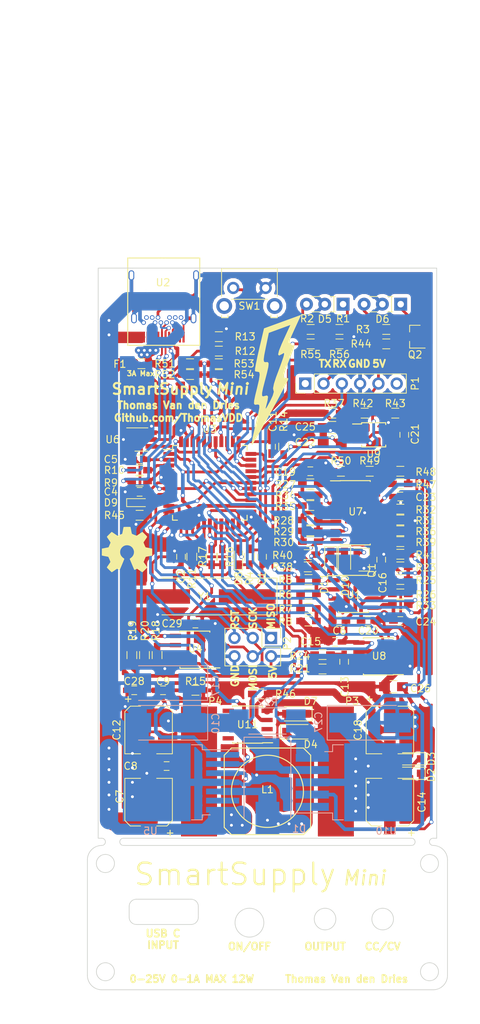
<source format=kicad_pcb>
(kicad_pcb (version 4) (host pcbnew 4.0.3-stable)
  (layers (0 F.Cu signal) (31 B.Cu signal) (34 B.Paste user hide) (35 F.Paste user hide) (36 B.SilkS user) (37 F.SilkS user) (38 B.Mask user) (39 F.Mask user) (44 Edge.Cuts user))
  (net 0 "")
  (net 1 +5V)
  (net 2 GND)
  (net 3 VUSB)
  (net 4 "Net-(C13-Pad1)")
  (net 5 "Net-(C16-Pad2)")
  (net 6 VBUS)
  (net 7 "Net-(C21-Pad2)")
  (net 8 VEE)
  (net 9 Reset)
  (net 10 "Net-(D1-Pad2)")
  (net 11 SDA)
  (net 12 SCL)
  (net 13 MISO)
  (net 14 SCK)
  (net 15 MOSI)
  (net 16 "Net-(Q1-Pad1)")
  (net 17 "Net-(Q1-Pad3)")
  (net 18 "Net-(R9-Pad2)")
  (net 19 PGOOD)
  (net 20 ADC_Iout)
  (net 21 "Net-(R31-Pad1)")
  (net 22 ADC_Vout)
  (net 23 CC2)
  (net 24 ADC_5V)
  (net 25 D+)
  (net 26 D-)
  (net 27 CC1)
  (net 28 "Net-(R47-Pad1)")
  (net 29 "Net-(R48-Pad1)")
  (net 30 VBUS_INT)
  (net 31 AREF)
  (net 32 "Net-(C1-Pad1)")
  (net 33 "Net-(C2-Pad2)")
  (net 34 "Net-(C4-Pad2)")
  (net 35 "Net-(C9-Pad2)")
  (net 36 VCC)
  (net 37 "Net-(C13-Pad2)")
  (net 38 "Net-(C14-Pad2)")
  (net 39 "Net-(C20-Pad2)")
  (net 40 "Net-(C21-Pad1)")
  (net 41 "Net-(C23-Pad2)")
  (net 42 "Net-(C24-Pad2)")
  (net 43 "Net-(C26-Pad1)")
  (net 44 "Net-(C27-Pad1)")
  (net 45 "Net-(R5-Pad2)")
  (net 46 "Net-(R6-Pad2)")
  (net 47 "Net-(R7-Pad1)")
  (net 48 "Net-(R10-Pad2)")
  (net 49 "Net-(R14-Pad1)")
  (net 50 "Net-(R18-Pad2)")
  (net 51 "Net-(R19-Pad1)")
  (net 52 "Net-(R27-Pad1)")
  (net 53 "Net-(R27-Pad2)")
  (net 54 "Net-(R28-Pad1)")
  (net 55 "Net-(R29-Pad1)")
  (net 56 "Net-(R34-Pad1)")
  (net 57 "Net-(R39-Pad2)")
  (net 58 "Net-(R46-Pad2)")
  (net 59 "Net-(R47-Pad2)")
  (net 60 RX)
  (net 61 TX)
  (net 62 "Net-(C28-Pad1)")
  (net 63 "Net-(D5-Pad1)")
  (net 64 "Net-(D5-Pad3)")
  (net 65 "Net-(D6-Pad1)")
  (net 66 "Net-(D6-Pad3)")
  (net 67 "Net-(Q2-Pad3)")
  (net 68 PWM_Iset)
  (net 69 "Net-(D4-Pad1)")
  (net 70 PWM)
  (net 71 "Net-(D8-Pad1)")
  (net 72 TXled)
  (net 73 "Net-(D9-Pad1)")
  (net 74 RXled)
  (net 75 PWM_Red)
  (net 76 PWM_Grn)
  (net 77 PWM_Vset)
  (net 78 SW)
  (net 79 TEMP)
  (net 80 "Net-(P1-Pad2)")
  (net 81 ID+)
  (net 82 ID-)
  (net 83 "Net-(D10-Pad1)")
  (net 84 "Net-(D10-Pad2)")
  (module Diodes_SMD:D_SOD-323_HandSoldering (layer F.Cu) (at 163.2 96.5 270)
    (fp_text reference D10 (at 3.5 -0.1 450) (layer F.SilkS))
    (fp_text value 1N4148)
    (pad 1 smd rect (at -1.25 0 270) (size 1 1) (layers F.Cu F.Paste F.Mask) (net 83 "Net-(D10-Pad1)"))
    (pad 2 smd rect (at 1.25 0 270) (size 1 1) (layers F.Cu F.Paste F.Mask) (net 84 "Net-(D10-Pad2)"))
  )
  (module OSHW-logo:OSHW-logo_silkscreen-front_7mm (layer F.Cu) (at 133 95)
    (fp_text reference G*** hide)
    (fp_text value OSHW-logo_silkscreen-front_7mm hide)
  )
  (module Capacitors_SMD:C_0603_HandSoldering (layer F.Cu) (at 151.75 96 90)
    (fp_text reference C1 (at -3 0 90) (layer F.SilkS))
    (fp_text value 22p)
    (pad 1 smd rect (at -0.95 0 90) (size 1.2 0.75) (layers F.Cu F.Paste F.Mask) (net 32 "Net-(C1-Pad1)"))
    (pad 2 smd rect (at 0.95 0 90) (size 1.2 0.75) (layers F.Cu F.Paste F.Mask) (net 2 GND))
  )
  (module Capacitors_SMD:C_0603_HandSoldering (layer F.Cu) (at 140.5 96 270)
    (fp_text reference C2 (at 2.75 0 270) (layer F.SilkS))
    (fp_text value 22p)
    (pad 1 smd rect (at -0.95 0 270) (size 1.2 0.75) (layers F.Cu F.Paste F.Mask) (net 2 GND))
    (pad 2 smd rect (at 0.95 0 270) (size 1.2 0.75) (layers F.Cu F.Paste F.Mask) (net 33 "Net-(C2-Pad2)"))
  )
  (module Capacitors_SMD:C_0603_HandSoldering (layer F.Cu) (at 134.75 87)
    (fp_text reference C4 (at -4 0) (layer F.SilkS))
    (fp_text value 100n)
    (pad 1 smd rect (at -0.95 0) (size 1.2 0.75) (layers F.Cu F.Paste F.Mask) (net 2 GND))
    (pad 2 smd rect (at 0.95 0) (size 1.2 0.75) (layers F.Cu F.Paste F.Mask) (net 34 "Net-(C4-Pad2)"))
  )
  (module Capacitors_SMD:C_0603_HandSoldering (layer F.Cu) (at 134.75 82.5)
    (fp_text reference C5 (at -4 0) (layer F.SilkS))
    (fp_text value 100n)
    (pad 1 smd rect (at -0.95 0) (size 1.2 0.75) (layers F.Cu F.Paste F.Mask) (net 2 GND))
    (pad 2 smd rect (at 0.95 0) (size 1.2 0.75) (layers F.Cu F.Paste F.Mask) (net 1 +5V))
  )
  (module Capacitors_SMD:C_0603_HandSoldering (layer F.Cu) (at 162.45 104.9)
    (fp_text reference C6 (at 0.05 1.35) (layer F.SilkS))
    (fp_text value 100n)
    (pad 1 smd rect (at -0.95 0) (size 1.2 0.75) (layers F.Cu F.Paste F.Mask) (net 2 GND))
    (pad 2 smd rect (at 0.95 0) (size 1.2 0.75) (layers F.Cu F.Paste F.Mask) (net 1 +5V))
  )
  (module Capacitors_SMD:CP_Elec_6.3x7.7 (layer F.Cu) (at 136 130 90)
    (fp_text reference C7 (at 0.75 -4 90) (layer F.SilkS))
    (fp_text value 220u)
    (fp_text user + (at -4.28 2.91 90) (layer F.SilkS))
    (pad 1 smd rect (at -2.7 0 270) (size 3.5 1.6) (layers F.Cu F.Paste F.Mask) (net 3 VUSB))
    (pad 2 smd rect (at 2.7 0 270) (size 3.5 1.6) (layers F.Cu F.Paste F.Mask) (net 2 GND))
  )
  (module Capacitors_SMD:C_0603_HandSoldering (layer F.Cu) (at 138.5 125 180)
    (fp_text reference C8 (at 5 0 180) (layer F.SilkS))
    (fp_text value 100n)
    (pad 1 smd rect (at -0.95 0 180) (size 1.2 0.75) (layers F.Cu F.Paste F.Mask) (net 3 VUSB))
    (pad 2 smd rect (at 0.95 0 180) (size 1.2 0.75) (layers F.Cu F.Paste F.Mask) (net 2 GND))
  )
  (module Capacitors_SMD:C_0603_HandSoldering (layer F.Cu) (at 138 114.5)
    (fp_text reference C9 (at 0 -1.25) (layer F.SilkS))
    (fp_text value 47n)
    (pad 1 smd rect (at -0.95 0) (size 1.2 0.75) (layers F.Cu F.Paste F.Mask) (net 62 "Net-(C28-Pad1)"))
    (pad 2 smd rect (at 0.95 0) (size 1.2 0.75) (layers F.Cu F.Paste F.Mask) (net 35 "Net-(C9-Pad2)"))
  )
  (module Capacitors_SMD:C_0603_HandSoldering (layer F.Cu) (at 153 80.75 270)
    (fp_text reference C11 (at -3.5 -0.25 270) (layer F.SilkS))
    (fp_text value 100n)
    (pad 1 smd rect (at -0.95 0 270) (size 1.2 0.75) (layers F.Cu F.Paste F.Mask) (net 1 +5V))
    (pad 2 smd rect (at 0.95 0 270) (size 1.2 0.75) (layers F.Cu F.Paste F.Mask) (net 2 GND))
  )
  (module Capacitors_SMD:CP_Elec_6.3x7.7 (layer F.Cu) (at 136 120 270)
    (fp_text reference C12 (at 0 4.43 270) (layer F.SilkS))
    (fp_text value 220u)
    (fp_text user + (at -4.28 2.91 270) (layer F.SilkS))
    (pad 1 smd rect (at -2.7 0 90) (size 3.5 1.6) (layers F.Cu F.Paste F.Mask) (net 36 VCC))
    (pad 2 smd rect (at 2.7 0 90) (size 3.5 1.6) (layers F.Cu F.Paste F.Mask) (net 2 GND))
  )
  (module Capacitors_SMD:C_0603_HandSoldering (layer F.Cu) (at 163.15 110.55 270)
    (fp_text reference C13 (at 3.45 -0.1 270) (layer F.SilkS))
    (fp_text value 100n)
    (pad 1 smd rect (at -0.95 0 270) (size 1.2 0.75) (layers F.Cu F.Paste F.Mask) (net 4 "Net-(C13-Pad1)"))
    (pad 2 smd rect (at 0.95 0 270) (size 1.2 0.75) (layers F.Cu F.Paste F.Mask) (net 37 "Net-(C13-Pad2)"))
  )
  (module Capacitors_SMD:C_0603_HandSoldering (layer F.Cu) (at 161.9 107.8 180)
    (fp_text reference C15 (at 3.4 0.05 180) (layer F.SilkS))
    (fp_text value 100n)
    (pad 1 smd rect (at -0.95 0 180) (size 1.2 0.75) (layers F.Cu F.Paste F.Mask) (net 1 +5V))
    (pad 2 smd rect (at 0.95 0 180) (size 1.2 0.75) (layers F.Cu F.Paste F.Mask) (net 2 GND))
  )
  (module Capacitors_SMD:C_0603_HandSoldering (layer F.Cu) (at 168.3 96.4 270)
    (fp_text reference C16 (at 3.2 -0.2 270) (layer F.SilkS))
    (fp_text value 100n)
    (pad 1 smd rect (at -0.95 0 270) (size 1.2 0.75) (layers F.Cu F.Paste F.Mask) (net 2 GND))
    (pad 2 smd rect (at 0.95 0 270) (size 1.2 0.75) (layers F.Cu F.Paste F.Mask) (net 5 "Net-(C16-Pad2)"))
  )
  (module Capacitors_SMD:CP_Elec_6.3x7.7 (layer F.Cu) (at 169.5 120 270)
    (fp_text reference C18 (at 0 4.43 270) (layer F.SilkS))
    (fp_text value 100u)
    (fp_text user + (at -4.28 2.91 270) (layer F.SilkS))
    (pad 1 smd rect (at -2.7 0 90) (size 3.5 1.6) (layers F.Cu F.Paste F.Mask) (net 2 GND))
    (pad 2 smd rect (at 2.7 0 90) (size 3.5 1.6) (layers F.Cu F.Paste F.Mask) (net 8 VEE))
  )
  (module Capacitors_SMD:C_0603_HandSoldering (layer F.Cu) (at 158.45 84.15 180)
    (fp_text reference C19 (at 3.45 -0.1 180) (layer F.SilkS))
    (fp_text value 100n)
    (pad 1 smd rect (at -0.95 0 180) (size 1.2 0.75) (layers F.Cu F.Paste F.Mask) (net 2 GND))
    (pad 2 smd rect (at 0.95 0 180) (size 1.2 0.75) (layers F.Cu F.Paste F.Mask) (net 36 VCC))
  )
  (module Capacitors_SMD:C_0603_HandSoldering (layer F.Cu) (at 166.45 104.9 180)
    (fp_text reference C20 (at -0.05 -1.35 180) (layer F.SilkS))
    (fp_text value 100n)
    (pad 1 smd rect (at -0.95 0 180) (size 1.2 0.75) (layers F.Cu F.Paste F.Mask) (net 2 GND))
    (pad 2 smd rect (at 0.95 0 180) (size 1.2 0.75) (layers F.Cu F.Paste F.Mask) (net 39 "Net-(C20-Pad2)"))
  )
  (module Capacitors_SMD:C_0603_HandSoldering (layer F.Cu) (at 171.5 79.1 90)
    (fp_text reference C21 (at 0.1 1.5 90) (layer F.SilkS))
    (fp_text value 1u)
    (pad 1 smd rect (at -0.95 0 90) (size 1.2 0.75) (layers F.Cu F.Paste F.Mask) (net 40 "Net-(C21-Pad1)"))
    (pad 2 smd rect (at 0.95 0 90) (size 1.2 0.75) (layers F.Cu F.Paste F.Mask) (net 7 "Net-(C21-Pad2)"))
  )
  (module Capacitors_SMD:C_0805_HandSoldering (layer F.Cu) (at 161.5 80.25 180)
    (fp_text reference C22 (at 3.75 0.1 180) (layer F.SilkS))
    (fp_text value 22u)
    (pad 1 smd rect (at -1.25 0 180) (size 1.5 1.25) (layers F.Cu F.Paste F.Mask) (net 6 VBUS))
    (pad 2 smd rect (at 1.25 0 180) (size 1.5 1.25) (layers F.Cu F.Paste F.Mask) (net 2 GND))
  )
  (module Capacitors_SMD:C_0603_HandSoldering (layer F.Cu) (at 170.95 87.65 180)
    (fp_text reference C23 (at -3.55 -0.1 180) (layer F.SilkS))
    (fp_text value 100n)
    (pad 1 smd rect (at -0.95 0 180) (size 1.2 0.75) (layers F.Cu F.Paste F.Mask) (net 2 GND))
    (pad 2 smd rect (at 0.95 0 180) (size 1.2 0.75) (layers F.Cu F.Paste F.Mask) (net 41 "Net-(C23-Pad2)"))
  )
  (module Capacitors_SMD:C_0603_HandSoldering (layer F.Cu) (at 170.95 104.9 180)
    (fp_text reference C24 (at -3.55 -0.1 180) (layer F.SilkS))
    (fp_text value 100n)
    (pad 1 smd rect (at -0.95 0 180) (size 1.2 0.75) (layers F.Cu F.Paste F.Mask) (net 2 GND))
    (pad 2 smd rect (at 0.95 0 180) (size 1.2 0.75) (layers F.Cu F.Paste F.Mask) (net 42 "Net-(C24-Pad2)"))
  )
  (module Capacitors_SMD:C_0805_HandSoldering (layer F.Cu) (at 161.5 78.1 180)
    (fp_text reference C25 (at 3.75 0.1 180) (layer F.SilkS))
    (fp_text value 22u)
    (pad 1 smd rect (at -1.25 0 180) (size 1.5 1.25) (layers F.Cu F.Paste F.Mask) (net 1 +5V))
    (pad 2 smd rect (at 1.25 0 180) (size 1.5 1.25) (layers F.Cu F.Paste F.Mask) (net 2 GND))
  )
  (module Capacitors_SMD:C_0805_HandSoldering (layer F.Cu) (at 170 114 180)
    (fp_text reference C26 (at -3.75 -0.25 180) (layer F.SilkS))
    (fp_text value 22u)
    (pad 1 smd rect (at -1.25 0 180) (size 1.5 1.25) (layers F.Cu F.Paste F.Mask) (net 43 "Net-(C26-Pad1)"))
    (pad 2 smd rect (at 1.25 0 180) (size 1.5 1.25) (layers F.Cu F.Paste F.Mask) (net 2 GND))
  )
  (module Diodes_SMD:D_SOD-323_HandSoldering (layer F.Cu) (at 172.5 126 180)
    (fp_text reference D2 (at -2.75 -0.25 270) (layer F.SilkS))
    (fp_text value 1N4148)
    (pad 1 smd rect (at -1.25 0 180) (size 1 1) (layers F.Cu F.Paste F.Mask) (net 2 GND))
    (pad 2 smd rect (at 1.25 0 180) (size 1 1) (layers F.Cu F.Paste F.Mask) (net 38 "Net-(C14-Pad2)"))
  )
  (module Diodes_SMD:D_SOD-323_HandSoldering (layer F.Cu) (at 172.5 124 180)
    (fp_text reference D3 (at -2.75 0 270) (layer F.SilkS))
    (fp_text value 1N4148)
    (pad 1 smd rect (at -1.25 0 180) (size 1 1) (layers F.Cu F.Paste F.Mask) (net 38 "Net-(C14-Pad2)"))
    (pad 2 smd rect (at 1.25 0 180) (size 1 1) (layers F.Cu F.Paste F.Mask) (net 8 VEE))
  )
  (module Diodes_SMD:D_SOD-123F (layer F.Cu) (at 156.5 120.25)
    (fp_text reference D4 (at 2 1.75 180) (layer F.SilkS))
    (fp_text value SM4007PL-TP)
    (pad 1 smd rect (at -1.4 0) (size 1.1 1.1) (layers F.Cu F.Paste F.Mask) (net 69 "Net-(D4-Pad1)"))
    (pad 2 smd rect (at 1.4 0) (size 1.1 1.1) (layers F.Cu F.Paste F.Mask) (net 44 "Net-(C27-Pad1)"))
  )
  (module Diodes_SMD:D_SOD-123F (layer F.Cu) (at 156.5 117.75 180)
    (fp_text reference D7 (at -2 1.75 360) (layer F.SilkS))
    (fp_text value DZ2W27000L)
    (pad 1 smd rect (at -1.4 0 180) (size 1.1 1.1) (layers F.Cu F.Paste F.Mask) (net 44 "Net-(C27-Pad1)"))
    (pad 2 smd rect (at 1.4 0 180) (size 1.1 1.1) (layers F.Cu F.Paste F.Mask) (net 2 GND))
  )
  (module Inductors:SELF-WE-PD-XXL (layer F.Cu) (at 152.5 128.5 180)
    (fp_text reference L1 (at 0 0.25 360) (layer F.SilkS))
    (fp_text value 47u)
    (fp_text user "" (at 0 0 180) (layer F.SilkS))
    (fp_text user "" (at 0 0 180) (layer F.SilkS))
    (pad 1 smd rect (at -5.00126 0 180) (size 2.90068 5.40004) (layers F.Cu F.Paste F.Mask) (net 10 "Net-(D1-Pad2)"))
    (pad 2 smd rect (at 5.00126 0 180) (size 2.90068 5.40004) (layers F.Cu F.Paste F.Mask) (net 3 VUSB))
  )
  (module Pin_Headers:Pin_Header_Straight_2x03_Pitch2.54mm (layer F.Cu) (at 153 107.25 270)
    (fp_text reference P2 (at 0.75 -2.25 450) (layer F.SilkS))
    (fp_text value ISP)
    (pad 1 thru_hole rect (at 0 0 270) (size 1.7 1.7) (drill 1) (layers *.Cu *.Mask) (net 13 MISO))
    (pad 2 thru_hole oval (at 2.54 0 270) (size 1.7 1.7) (drill 1) (layers *.Cu *.Mask) (net 1 +5V))
    (pad 3 thru_hole oval (at 0 2.54 270) (size 1.7 1.7) (drill 1) (layers *.Cu *.Mask) (net 14 SCK))
    (pad 4 thru_hole oval (at 2.54 2.54 270) (size 1.7 1.7) (drill 1) (layers *.Cu *.Mask) (net 15 MOSI))
    (pad 5 thru_hole oval (at 0 5.08 270) (size 1.7 1.7) (drill 1) (layers *.Cu *.Mask) (net 9 Reset))
    (pad 6 thru_hole oval (at 2.54 5.08 270) (size 1.7 1.7) (drill 1) (layers *.Cu *.Mask) (net 2 GND))
  )
  (module .pretty:BananaPad (layer F.Cu) (at 162 125.75)
    (fp_text reference P3 (at 2.25 -9.75) (layer F.SilkS))
    (fp_text value V+)
    (pad 1 smd rect (at 0 0) (size 5 18) (layers F.Cu F.Paste F.Mask) (net 44 "Net-(C27-Pad1)"))
  )
  (module .pretty:BananaPad (layer F.Cu) (at 143 125.75)
    (fp_text reference P4 (at 2.25 -9.75) (layer F.SilkS))
    (fp_text value V-)
    (pad 1 smd rect (at 0 0) (size 5 18) (layers F.Cu F.Paste F.Mask) (net 2 GND))
  )
  (module TO_SOT_Packages_SMD:SOT-23 (layer F.Cu) (at 165.9 96.4)
    (fp_text reference Q1 (at 1.1 1.5 90) (layer F.SilkS))
    (fp_text value IRLML0030TRPBF)
    (pad 1 smd rect (at -1 -0.95) (size 0.9 0.8) (layers F.Cu F.Paste F.Mask) (net 16 "Net-(Q1-Pad1)"))
    (pad 2 smd rect (at -1 0.95) (size 0.9 0.8) (layers F.Cu F.Paste F.Mask) (net 2 GND))
    (pad 3 smd rect (at 1 0) (size 0.9 0.8) (layers F.Cu F.Paste F.Mask) (net 17 "Net-(Q1-Pad3)"))
  )
  (module TO_SOT_Packages_SMD:SOT-23 (layer F.Cu) (at 173 65.5 180)
    (fp_text reference Q2 (at 0 -2.5 180) (layer F.SilkS))
    (fp_text value IRLML0030TRPBF)
    (pad 1 smd rect (at -1 -0.95 180) (size 0.9 0.8) (layers F.Cu F.Paste F.Mask) (net 16 "Net-(Q1-Pad1)"))
    (pad 2 smd rect (at -1 0.95 180) (size 0.9 0.8) (layers F.Cu F.Paste F.Mask) (net 65 "Net-(D6-Pad1)"))
    (pad 3 smd rect (at 1 0 180) (size 0.9 0.8) (layers F.Cu F.Paste F.Mask) (net 67 "Net-(Q2-Pad3)"))
  )
  (module Resistors_SMD:R_0603_HandSoldering (layer F.Cu) (at 162.5 64.5 180)
    (fp_text reference R1 (at -0.5 1.5 180) (layer F.SilkS))
    (fp_text value 620R)
    (pad 1 smd rect (at -1.1 0 180) (size 1.2 0.9) (layers F.Cu F.Paste F.Mask) (net 63 "Net-(D5-Pad1)"))
    (pad 2 smd rect (at 1.1 0 180) (size 1.2 0.9) (layers F.Cu F.Paste F.Mask) (net 75 PWM_Red))
  )
  (module Resistors_SMD:R_0603_HandSoldering (layer F.Cu) (at 158.5 64.5)
    (fp_text reference R2 (at -0.5 -1.5) (layer F.SilkS))
    (fp_text value 620R)
    (pad 1 smd rect (at -1.1 0) (size 1.2 0.9) (layers F.Cu F.Paste F.Mask) (net 64 "Net-(D5-Pad3)"))
    (pad 2 smd rect (at 1.1 0) (size 1.2 0.9) (layers F.Cu F.Paste F.Mask) (net 76 PWM_Grn))
  )
  (module Resistors_SMD:R_0603_HandSoldering (layer F.Cu) (at 169 64.5)
    (fp_text reference R3 (at -3.25 0) (layer F.SilkS))
    (fp_text value 620R)
    (pad 1 smd rect (at -1.1 0) (size 1.2 0.9) (layers F.Cu F.Paste F.Mask) (net 66 "Net-(D6-Pad3)"))
    (pad 2 smd rect (at 1.1 0) (size 1.2 0.9) (layers F.Cu F.Paste F.Mask) (net 68 PWM_Iset))
  )
  (module Resistors_SMD:R_0603_HandSoldering (layer F.Cu) (at 158.2 99.15)
    (fp_text reference R5 (at -3.2 0.1) (layer F.SilkS))
    (fp_text value "12k 0.1%")
    (pad 1 smd rect (at -1.1 0) (size 1.2 0.9) (layers F.Cu F.Paste F.Mask) (net 6 VBUS))
    (pad 2 smd rect (at 1.1 0) (size 1.2 0.9) (layers F.Cu F.Paste F.Mask) (net 45 "Net-(R5-Pad2)"))
  )
  (module Resistors_SMD:R_0603_HandSoldering (layer F.Cu) (at 158.2 101.15 180)
    (fp_text reference R6 (at 3.2 -0.1 180) (layer F.SilkS))
    (fp_text value "12k 0.1%")
    (pad 1 smd rect (at -1.1 0 180) (size 1.2 0.9) (layers F.Cu F.Paste F.Mask) (net 45 "Net-(R5-Pad2)"))
    (pad 2 smd rect (at 1.1 0 180) (size 1.2 0.9) (layers F.Cu F.Paste F.Mask) (net 46 "Net-(R6-Pad2)"))
  )
  (module Resistors_SMD:R_0603_HandSoldering (layer F.Cu) (at 158.2 103.15 180)
    (fp_text reference R7 (at 3.2 -0.1 180) (layer F.SilkS))
    (fp_text value "3k 0.1%")
    (pad 1 smd rect (at -1.1 0 180) (size 1.2 0.9) (layers F.Cu F.Paste F.Mask) (net 47 "Net-(R7-Pad1)"))
    (pad 2 smd rect (at 1.1 0 180) (size 1.2 0.9) (layers F.Cu F.Paste F.Mask) (net 46 "Net-(R6-Pad2)"))
  )
  (module Resistors_SMD:R_0603_HandSoldering (layer F.Cu) (at 158.2 104.9)
    (fp_text reference R8 (at -3.2 0.1) (layer F.SilkS))
    (fp_text value "3k 0.1%")
    (pad 1 smd rect (at -1.1 0) (size 1.2 0.9) (layers F.Cu F.Paste F.Mask) (net 2 GND))
    (pad 2 smd rect (at 1.1 0) (size 1.2 0.9) (layers F.Cu F.Paste F.Mask) (net 47 "Net-(R7-Pad1)"))
  )
  (module Resistors_SMD:R_0603_HandSoldering (layer F.Cu) (at 134.75 85.5)
    (fp_text reference R9 (at -4 0.25) (layer F.SilkS))
    (fp_text value 22R)
    (pad 1 smd rect (at -1.1 0) (size 1.2 0.9) (layers F.Cu F.Paste F.Mask) (net 25 D+))
    (pad 2 smd rect (at 1.1 0) (size 1.2 0.9) (layers F.Cu F.Paste F.Mask) (net 18 "Net-(R9-Pad2)"))
  )
  (module Resistors_SMD:R_0603_HandSoldering (layer F.Cu) (at 134.75 84)
    (fp_text reference R10 (at -3.5 0) (layer F.SilkS))
    (fp_text value 22R)
    (pad 1 smd rect (at -1.1 0) (size 1.2 0.9) (layers F.Cu F.Paste F.Mask) (net 26 D-))
    (pad 2 smd rect (at 1.1 0) (size 1.2 0.9) (layers F.Cu F.Paste F.Mask) (net 48 "Net-(R10-Pad2)"))
  )
  (module Resistors_SMD:R_0603_HandSoldering (layer F.Cu) (at 142 96 270)
    (fp_text reference R11 (at 3 0 270) (layer F.SilkS))
    (fp_text value 10k)
    (pad 1 smd rect (at -1.1 0 270) (size 1.2 0.9) (layers F.Cu F.Paste F.Mask) (net 9 Reset))
    (pad 2 smd rect (at 1.1 0 270) (size 1.2 0.9) (layers F.Cu F.Paste F.Mask) (net 1 +5V))
  )
  (module Resistors_SMD:R_0603_HandSoldering (layer F.Cu) (at 145.75 67.5 180)
    (fp_text reference R12 (at -3.65 0 180) (layer F.SilkS))
    (fp_text value 5k1)
    (pad 1 smd rect (at -1.1 0 180) (size 1.2 0.9) (layers F.Cu F.Paste F.Mask) (net 2 GND))
    (pad 2 smd rect (at 1.1 0 180) (size 1.2 0.9) (layers F.Cu F.Paste F.Mask) (net 27 CC1))
  )
  (module Resistors_SMD:R_0603_HandSoldering (layer F.Cu) (at 145.75 65.5 180)
    (fp_text reference R13 (at -3.65 0 180) (layer F.SilkS))
    (fp_text value 5k1)
    (pad 1 smd rect (at -1.1 0 180) (size 1.2 0.9) (layers F.Cu F.Paste F.Mask) (net 2 GND))
    (pad 2 smd rect (at 1.1 0 180) (size 1.2 0.9) (layers F.Cu F.Paste F.Mask) (net 23 CC2))
  )
  (module Resistors_SMD:R_0603_HandSoldering (layer F.Cu) (at 154.75 80.75 90)
    (fp_text reference R14 (at 3.5 0 90) (layer F.SilkS))
    (fp_text value 10k)
    (pad 1 smd rect (at -1.1 0 90) (size 1.2 0.9) (layers F.Cu F.Paste F.Mask) (net 49 "Net-(R14-Pad1)"))
    (pad 2 smd rect (at 1.1 0 90) (size 1.2 0.9) (layers F.Cu F.Paste F.Mask) (net 2 GND))
  )
  (module Resistors_SMD:R_0603_HandSoldering (layer F.Cu) (at 142.5 114.5 180)
    (fp_text reference R15 (at 0 1.25 180) (layer F.SilkS))
    (fp_text value 1k)
    (pad 1 smd rect (at -1.1 0 180) (size 1.2 0.9) (layers F.Cu F.Paste F.Mask) (net 2 GND))
    (pad 2 smd rect (at 1.1 0 180) (size 1.2 0.9) (layers F.Cu F.Paste F.Mask) (net 35 "Net-(C9-Pad2)"))
  )
  (module Resistors_SMD:R_0603_HandSoldering (layer F.Cu) (at 146.25 96 90)
    (fp_text reference R16 (at 0 1 90) (layer F.SilkS))
    (fp_text value 5k1)
    (pad 1 smd rect (at -1.1 0 90) (size 1.2 0.9) (layers F.Cu F.Paste F.Mask) (net 1 +5V))
    (pad 2 smd rect (at 1.1 0 90) (size 1.2 0.9) (layers F.Cu F.Paste F.Mask) (net 11 SDA))
  )
  (module Resistors_SMD:R_0603_HandSoldering (layer F.Cu) (at 144.75 96 90)
    (fp_text reference R17 (at 0 -1.25 90) (layer F.SilkS))
    (fp_text value 5k1)
    (pad 1 smd rect (at -1.1 0 90) (size 1.2 0.9) (layers F.Cu F.Paste F.Mask) (net 1 +5V))
    (pad 2 smd rect (at 1.1 0 90) (size 1.2 0.9) (layers F.Cu F.Paste F.Mask) (net 12 SCL))
  )
  (module Resistors_SMD:R_0603_HandSoldering (layer F.Cu) (at 137.175 109.625 90)
    (fp_text reference R18 (at 3.375 -0.175 90) (layer F.SilkS))
    (fp_text value 620R)
    (pad 1 smd rect (at -1.1 0 90) (size 1.2 0.9) (layers F.Cu F.Paste F.Mask) (net 2 GND))
    (pad 2 smd rect (at 1.1 0 90) (size 1.2 0.9) (layers F.Cu F.Paste F.Mask) (net 50 "Net-(R18-Pad2)"))
  )
  (module Resistors_SMD:R_0603_HandSoldering (layer F.Cu) (at 133.675 109.625 270)
    (fp_text reference R19 (at -3.375 -0.075 270) (layer F.SilkS))
    (fp_text value 10k)
    (pad 1 smd rect (at -1.1 0 270) (size 1.2 0.9) (layers F.Cu F.Paste F.Mask) (net 51 "Net-(R19-Pad1)"))
    (pad 2 smd rect (at 1.1 0 270) (size 1.2 0.9) (layers F.Cu F.Paste F.Mask) (net 69 "Net-(D4-Pad1)"))
  )
  (module Resistors_SMD:R_0603_HandSoldering (layer F.Cu) (at 135.425 109.625 90)
    (fp_text reference R20 (at 3.375 0.075 90) (layer F.SilkS))
    (fp_text value 2.2k)
    (pad 1 smd rect (at -1.1 0 90) (size 1.2 0.9) (layers F.Cu F.Paste F.Mask) (net 2 GND))
    (pad 2 smd rect (at 1.1 0 90) (size 1.2 0.9) (layers F.Cu F.Paste F.Mask) (net 51 "Net-(R19-Pad1)"))
  )
  (module Resistors_SMD:R_0603_HandSoldering (layer F.Cu) (at 160.15 111.55 180)
    (fp_text reference R21 (at 3.15 0.05 180) (layer F.SilkS))
    (fp_text value 10R)
    (pad 1 smd rect (at -1.1 0 180) (size 1.2 0.9) (layers F.Cu F.Paste F.Mask) (net 37 "Net-(C13-Pad2)"))
    (pad 2 smd rect (at 1.1 0 180) (size 1.2 0.9) (layers F.Cu F.Paste F.Mask) (net 36 VCC))
  )
  (module Resistors_SMD:R_0603_HandSoldering (layer F.Cu) (at 170.95 97.4 180)
    (fp_text reference R23 (at -3.55 -0.1 180) (layer F.SilkS))
    (fp_text value 10k)
    (pad 1 smd rect (at -1.1 0 180) (size 1.2 0.9) (layers F.Cu F.Paste F.Mask) (net 5 "Net-(C16-Pad2)"))
    (pad 2 smd rect (at 1.1 0 180) (size 1.2 0.9) (layers F.Cu F.Paste F.Mask) (net 68 PWM_Iset))
  )
  (module Resistors_SMD:R_0603_HandSoldering (layer F.Cu) (at 160.15 109.55 180)
    (fp_text reference R24 (at 3.15 -0.2 360) (layer F.SilkS))
    (fp_text value 10R)
    (pad 1 smd rect (at -1.1 0 180) (size 1.2 0.9) (layers F.Cu F.Paste F.Mask) (net 4 "Net-(C13-Pad1)"))
    (pad 2 smd rect (at 1.1 0 180) (size 1.2 0.9) (layers F.Cu F.Paste F.Mask) (net 69 "Net-(D4-Pad1)"))
  )
  (module Resistors_SMD:R_0603_HandSoldering (layer F.Cu) (at 170.95 99.15)
    (fp_text reference R25 (at 3.55 0.1) (layer F.SilkS))
    (fp_text value 10k)
    (pad 1 smd rect (at -1.1 0) (size 1.2 0.9) (layers F.Cu F.Paste F.Mask) (net 2 GND))
    (pad 2 smd rect (at 1.1 0) (size 1.2 0.9) (layers F.Cu F.Paste F.Mask) (net 5 "Net-(C16-Pad2)"))
  )
  (module Resistors_SMD:R_0603_HandSoldering (layer F.Cu) (at 170.95 101.15)
    (fp_text reference R26 (at 3.55 0.1) (layer F.SilkS))
    (fp_text value 10k)
    (pad 1 smd rect (at -1.1 0) (size 1.2 0.9) (layers F.Cu F.Paste F.Mask) (net 39 "Net-(C20-Pad2)"))
    (pad 2 smd rect (at 1.1 0) (size 1.2 0.9) (layers F.Cu F.Paste F.Mask) (net 5 "Net-(C16-Pad2)"))
  )
  (module Resistors_SMD:R_0603_HandSoldering (layer F.Cu) (at 158.45 85.9)
    (fp_text reference R27 (at -3.45 0.1) (layer F.SilkS))
    (fp_text value "3k 0.1%")
    (pad 1 smd rect (at -1.1 0) (size 1.2 0.9) (layers F.Cu F.Paste F.Mask) (net 52 "Net-(R27-Pad1)"))
    (pad 2 smd rect (at 1.1 0) (size 1.2 0.9) (layers F.Cu F.Paste F.Mask) (net 53 "Net-(R27-Pad2)"))
  )
  (module Resistors_SMD:R_0603_HandSoldering (layer F.Cu) (at 158.45 90.9 180)
    (fp_text reference R28 (at 3.7 -0.1 180) (layer F.SilkS))
    (fp_text value "3k 0.1%")
    (pad 1 smd rect (at -1.1 0 180) (size 1.2 0.9) (layers F.Cu F.Paste F.Mask) (net 54 "Net-(R28-Pad1)"))
    (pad 2 smd rect (at 1.1 0 180) (size 1.2 0.9) (layers F.Cu F.Paste F.Mask) (net 36 VCC))
  )
  (module Resistors_SMD:R_0603_HandSoldering (layer F.Cu) (at 158.45 92.4)
    (fp_text reference R29 (at -3.7 0.1) (layer F.SilkS))
    (fp_text value "3k 0.1%")
    (pad 1 smd rect (at -1.1 0) (size 1.2 0.9) (layers F.Cu F.Paste F.Mask) (net 55 "Net-(R29-Pad1)"))
    (pad 2 smd rect (at 1.1 0) (size 1.2 0.9) (layers F.Cu F.Paste F.Mask) (net 54 "Net-(R28-Pad1)"))
  )
  (module Resistors_SMD:R_0603_HandSoldering (layer F.Cu) (at 158.45 93.9 180)
    (fp_text reference R30 (at 3.7 -0.1 180) (layer F.SilkS))
    (fp_text value "12k 0.1%")
    (pad 1 smd rect (at -1.1 0 180) (size 1.2 0.9) (layers F.Cu F.Paste F.Mask) (net 2 GND))
    (pad 2 smd rect (at 1.1 0 180) (size 1.2 0.9) (layers F.Cu F.Paste F.Mask) (net 55 "Net-(R29-Pad1)"))
  )
  (module Resistors_SMD:R_0603_HandSoldering (layer F.Cu) (at 170.95 90.9)
    (fp_text reference R31 (at 3.55 0.1) (layer F.SilkS))
    (fp_text value "3k 0.1%")
    (pad 1 smd rect (at -1.1 0) (size 1.2 0.9) (layers F.Cu F.Paste F.Mask) (net 21 "Net-(R31-Pad1)"))
    (pad 2 smd rect (at 1.1 0) (size 1.2 0.9) (layers F.Cu F.Paste F.Mask) (net 2 GND))
  )
  (module Resistors_SMD:R_0603_HandSoldering (layer F.Cu) (at 170.95 89.4)
    (fp_text reference R32 (at 3.55 0.1) (layer F.SilkS))
    (fp_text value 10k)
    (pad 1 smd rect (at -1.1 0) (size 1.2 0.9) (layers F.Cu F.Paste F.Mask) (net 41 "Net-(C23-Pad2)"))
    (pad 2 smd rect (at 1.1 0) (size 1.2 0.9) (layers F.Cu F.Paste F.Mask) (net 77 PWM_Vset))
  )
  (module Resistors_SMD:R_0603_HandSoldering (layer F.Cu) (at 170.95 102.65)
    (fp_text reference R33 (at 3.55 0.1) (layer F.SilkS))
    (fp_text value 1k)
    (pad 1 smd rect (at -1.1 0) (size 1.2 0.9) (layers F.Cu F.Paste F.Mask) (net 42 "Net-(C24-Pad2)"))
    (pad 2 smd rect (at 1.1 0) (size 1.2 0.9) (layers F.Cu F.Paste F.Mask) (net 20 ADC_Iout))
  )
  (module Resistors_SMD:R_0603_HandSoldering (layer F.Cu) (at 158.45 87.4 180)
    (fp_text reference R34 (at 3.45 -0.1 180) (layer F.SilkS))
    (fp_text value "12k 0.1%")
    (pad 1 smd rect (at -1.1 0 180) (size 1.2 0.9) (layers F.Cu F.Paste F.Mask) (net 56 "Net-(R34-Pad1)"))
    (pad 2 smd rect (at 1.1 0 180) (size 1.2 0.9) (layers F.Cu F.Paste F.Mask) (net 52 "Net-(R27-Pad1)"))
  )
  (module Resistors_SMD:R_0603_HandSoldering (layer F.Cu) (at 158.45 88.9)
    (fp_text reference R35 (at -3.45 0.1) (layer F.SilkS))
    (fp_text value "3k 0.1%")
    (pad 1 smd rect (at -1.1 0) (size 1.2 0.9) (layers F.Cu F.Paste F.Mask) (net 20 ADC_Iout))
    (pad 2 smd rect (at 1.1 0) (size 1.2 0.9) (layers F.Cu F.Paste F.Mask) (net 56 "Net-(R34-Pad1)"))
  )
  (module Resistors_SMD:R_0603_HandSoldering (layer F.Cu) (at 170.95 92.4 180)
    (fp_text reference R36 (at -3.55 -0.1 180) (layer F.SilkS))
    (fp_text value "12k 0.1%")
    (pad 1 smd rect (at -1.1 0 180) (size 1.2 0.9) (layers F.Cu F.Paste F.Mask) (net 43 "Net-(C26-Pad1)"))
    (pad 2 smd rect (at 1.1 0 180) (size 1.2 0.9) (layers F.Cu F.Paste F.Mask) (net 21 "Net-(R31-Pad1)"))
  )
  (module Resistors_SMD:R_0603_HandSoldering (layer F.Cu) (at 161.5 76.1 180)
    (fp_text reference R37 (at -0.25 1.35 180) (layer F.SilkS))
    (fp_text value 10k)
    (pad 1 smd rect (at -1.1 0 180) (size 1.2 0.9) (layers F.Cu F.Paste F.Mask) (net 19 PGOOD))
    (pad 2 smd rect (at 1.1 0 180) (size 1.2 0.9) (layers F.Cu F.Paste F.Mask) (net 1 +5V))
  )
  (module Resistors_SMD:R_0603_HandSoldering (layer F.Cu) (at 158.1 97.4 180)
    (fp_text reference R38 (at 3.5 0 360) (layer F.SilkS))
    (fp_text value 10k)
    (pad 1 smd rect (at -1.1 0 180) (size 1.2 0.9) (layers F.Cu F.Paste F.Mask) (net 83 "Net-(D10-Pad1)"))
    (pad 2 smd rect (at 1.1 0 180) (size 1.2 0.9) (layers F.Cu F.Paste F.Mask) (net 2 GND))
  )
  (module Resistors_SMD:R_0603_HandSoldering (layer F.Cu) (at 170.95 93.9 180)
    (fp_text reference R39 (at -3.55 -0.1 180) (layer F.SilkS))
    (fp_text value 1k)
    (pad 1 smd rect (at -1.1 0 180) (size 1.2 0.9) (layers F.Cu F.Paste F.Mask) (net 17 "Net-(Q1-Pad3)"))
    (pad 2 smd rect (at 1.1 0 180) (size 1.2 0.9) (layers F.Cu F.Paste F.Mask) (net 57 "Net-(R39-Pad2)"))
  )
  (module Resistors_SMD:R_0603_HandSoldering (layer F.Cu) (at 158.1 95.7 180)
    (fp_text reference R40 (at 3.5 -0.1 180) (layer F.SilkS))
    (fp_text value 1k)
    (pad 1 smd rect (at -1.1 0 180) (size 1.2 0.9) (layers F.Cu F.Paste F.Mask) (net 16 "Net-(Q1-Pad1)"))
    (pad 2 smd rect (at 1.1 0 180) (size 1.2 0.9) (layers F.Cu F.Paste F.Mask) (net 83 "Net-(D10-Pad1)"))
  )
  (module Resistors_SMD:R_0603_HandSoldering (layer F.Cu) (at 170.95 95.65)
    (fp_text reference R41 (at 3.55 0.1) (layer F.SilkS))
    (fp_text value 100R)
    (pad 1 smd rect (at -1.1 0) (size 1.2 0.9) (layers F.Cu F.Paste F.Mask) (net 17 "Net-(Q1-Pad3)"))
    (pad 2 smd rect (at 1.1 0) (size 1.2 0.9) (layers F.Cu F.Paste F.Mask) (net 43 "Net-(C26-Pad1)"))
  )
  (module Resistors_SMD:R_0603_HandSoldering (layer F.Cu) (at 166 76.1 180)
    (fp_text reference R42 (at 0.25 1.35 180) (layer F.SilkS))
    (fp_text value "12k 0.1%")
    (pad 1 smd rect (at -1.1 0 180) (size 1.2 0.9) (layers F.Cu F.Paste F.Mask) (net 24 ADC_5V))
    (pad 2 smd rect (at 1.1 0 180) (size 1.2 0.9) (layers F.Cu F.Paste F.Mask) (net 1 +5V))
  )
  (module Resistors_SMD:R_0603_HandSoldering (layer F.Cu) (at 170.25 76.1 180)
    (fp_text reference R43 (at 0 1.35 180) (layer F.SilkS))
    (fp_text value "3k 0.1%")
    (pad 1 smd rect (at -1.1 0 180) (size 1.2 0.9) (layers F.Cu F.Paste F.Mask) (net 2 GND))
    (pad 2 smd rect (at 1.1 0 180) (size 1.2 0.9) (layers F.Cu F.Paste F.Mask) (net 24 ADC_5V))
  )
  (module Resistors_SMD:R_0603_HandSoldering (layer F.Cu) (at 169 66.5 180)
    (fp_text reference R44 (at 3.5 0 180) (layer F.SilkS))
    (fp_text value 620R)
    (pad 1 smd rect (at -1.1 0 180) (size 1.2 0.9) (layers F.Cu F.Paste F.Mask) (net 67 "Net-(Q2-Pad3)"))
    (pad 2 smd rect (at 1.1 0 180) (size 1.2 0.9) (layers F.Cu F.Paste F.Mask) (net 1 +5V))
  )
  (module Resistors_SMD:R_0603_HandSoldering (layer F.Cu) (at 151.5 115 180)
    (fp_text reference R46 (at -3.5 0 180) (layer F.SilkS))
    (fp_text value 100R)
    (pad 1 smd rect (at -1.1 0 180) (size 1.2 0.9) (layers F.Cu F.Paste F.Mask) (net 8 VEE))
    (pad 2 smd rect (at 1.1 0 180) (size 1.2 0.9) (layers F.Cu F.Paste F.Mask) (net 58 "Net-(R46-Pad2)"))
  )
  (module Resistors_SMD:R_0603_HandSoldering (layer F.Cu) (at 170.95 85.9 180)
    (fp_text reference R47 (at -3.55 -0.1 180) (layer F.SilkS))
    (fp_text value "12k 0.1%")
    (pad 1 smd rect (at -1.1 0 180) (size 1.2 0.9) (layers F.Cu F.Paste F.Mask) (net 28 "Net-(R47-Pad1)"))
    (pad 2 smd rect (at 1.1 0 180) (size 1.2 0.9) (layers F.Cu F.Paste F.Mask) (net 59 "Net-(R47-Pad2)"))
  )
  (module Resistors_SMD:R_0603_HandSoldering (layer F.Cu) (at 170.95 84.15)
    (fp_text reference R48 (at 3.55 0.1) (layer F.SilkS))
    (fp_text value "12k 0.1%")
    (pad 1 smd rect (at -1.1 0) (size 1.2 0.9) (layers F.Cu F.Paste F.Mask) (net 29 "Net-(R48-Pad1)"))
    (pad 2 smd rect (at 1.1 0) (size 1.2 0.9) (layers F.Cu F.Paste F.Mask) (net 28 "Net-(R47-Pad1)"))
  )
  (module Resistors_SMD:R_0603_HandSoldering (layer F.Cu) (at 166.7 84.15)
    (fp_text reference R49 (at 0 -1.45) (layer F.SilkS))
    (fp_text value "3k 0.1%")
    (pad 1 smd rect (at -1.1 0) (size 1.2 0.9) (layers F.Cu F.Paste F.Mask) (net 22 ADC_Vout))
    (pad 2 smd rect (at 1.1 0) (size 1.2 0.9) (layers F.Cu F.Paste F.Mask) (net 29 "Net-(R48-Pad1)"))
  )
  (module Resistors_SMD:R_0603_HandSoldering (layer F.Cu) (at 162.7 84.15)
    (fp_text reference R50 (at 0 -1.45) (layer F.SilkS))
    (fp_text value "3k 0.1%")
    (pad 1 smd rect (at -1.1 0) (size 1.2 0.9) (layers F.Cu F.Paste F.Mask) (net 2 GND))
    (pad 2 smd rect (at 1.1 0) (size 1.2 0.9) (layers F.Cu F.Paste F.Mask) (net 22 ADC_Vout))
  )
  (module Housings_SOIC:SOIC-8_3.9x4.9mm_Pitch1.27mm (layer F.Cu) (at 164.45 101.15)
    (fp_text reference U1 (at 0.05 0.1) (layer F.SilkS))
    (fp_text value OPA2170)
    (pad 1 smd rect (at -2.7 -1.905) (size 1.55 0.6) (layers F.Cu F.Paste F.Mask) (net 30 VBUS_INT))
    (pad 2 smd rect (at -2.7 -0.635) (size 1.55 0.6) (layers F.Cu F.Paste F.Mask) (net 45 "Net-(R5-Pad2)"))
    (pad 3 smd rect (at -2.7 0.635) (size 1.55 0.6) (layers F.Cu F.Paste F.Mask) (net 31 AREF))
    (pad 4 smd rect (at -2.7 1.905) (size 1.55 0.6) (layers F.Cu F.Paste F.Mask) (net 2 GND))
    (pad 5 smd rect (at 2.7 1.905) (size 1.55 0.6) (layers F.Cu F.Paste F.Mask) (net 42 "Net-(C24-Pad2)"))
    (pad 6 smd rect (at 2.7 0.635) (size 1.55 0.6) (layers F.Cu F.Paste F.Mask) (net 39 "Net-(C20-Pad2)"))
    (pad 7 smd rect (at 2.7 -0.635) (size 1.55 0.6) (layers F.Cu F.Paste F.Mask) (net 84 "Net-(D10-Pad2)"))
    (pad 8 smd rect (at 2.7 -1.905) (size 1.55 0.6) (layers F.Cu F.Paste F.Mask) (net 1 +5V))
  )
  (module Housings_QFP:TQFP-44_10x10mm_Pitch0.8mm (layer F.Cu) (at 144.5 85.75)
    (fp_text reference U3 (at 0 -7.45) (layer F.SilkS))
    (fp_text value ATMEGA32U4RC-A)
    (pad 1 smd rect (at -5.7 -4) (size 1.5 0.55) (layers F.Cu F.Paste F.Mask) (net 30 VBUS_INT))
    (pad 2 smd rect (at -5.7 -3.2) (size 1.5 0.55) (layers F.Cu F.Paste F.Mask) (net 1 +5V))
    (pad 3 smd rect (at -5.7 -2.4) (size 1.5 0.55) (layers F.Cu F.Paste F.Mask) (net 48 "Net-(R10-Pad2)"))
    (pad 4 smd rect (at -5.7 -1.6) (size 1.5 0.55) (layers F.Cu F.Paste F.Mask) (net 18 "Net-(R9-Pad2)"))
    (pad 5 smd rect (at -5.7 -0.8) (size 1.5 0.55) (layers F.Cu F.Paste F.Mask) (net 2 GND))
    (pad 6 smd rect (at -5.7 0) (size 1.5 0.55) (layers F.Cu F.Paste F.Mask) (net 34 "Net-(C4-Pad2)"))
    (pad 7 smd rect (at -5.7 0.8) (size 1.5 0.55) (layers F.Cu F.Paste F.Mask) (net 6 VBUS))
    (pad 8 smd rect (at -5.7 1.6) (size 1.5 0.55) (layers F.Cu F.Paste F.Mask) (net 74 RXled))
    (pad 9 smd rect (at -5.7 2.4) (size 1.5 0.55) (layers F.Cu F.Paste F.Mask) (net 14 SCK))
    (pad 10 smd rect (at -5.7 3.2) (size 1.5 0.55) (layers F.Cu F.Paste F.Mask) (net 15 MOSI))
    (pad 11 smd rect (at -5.7 4) (size 1.5 0.55) (layers F.Cu F.Paste F.Mask) (net 13 MISO))
    (pad 12 smd rect (at -4 5.7 90) (size 1.5 0.55) (layers F.Cu F.Paste F.Mask) (net 70 PWM))
    (pad 13 smd rect (at -3.2 5.7 90) (size 1.5 0.55) (layers F.Cu F.Paste F.Mask) (net 9 Reset))
    (pad 14 smd rect (at -2.4 5.7 90) (size 1.5 0.55) (layers F.Cu F.Paste F.Mask) (net 1 +5V))
    (pad 15 smd rect (at -1.6 5.7 90) (size 1.5 0.55) (layers F.Cu F.Paste F.Mask) (net 2 GND))
    (pad 16 smd rect (at -0.8 5.7 90) (size 1.5 0.55) (layers F.Cu F.Paste F.Mask) (net 33 "Net-(C2-Pad2)"))
    (pad 17 smd rect (at 0 5.7 90) (size 1.5 0.55) (layers F.Cu F.Paste F.Mask) (net 32 "Net-(C1-Pad1)"))
    (pad 18 smd rect (at 0.8 5.7 90) (size 1.5 0.55) (layers F.Cu F.Paste F.Mask) (net 12 SCL))
    (pad 19 smd rect (at 1.6 5.7 90) (size 1.5 0.55) (layers F.Cu F.Paste F.Mask) (net 11 SDA))
    (pad 20 smd rect (at 2.4 5.7 90) (size 1.5 0.55) (layers F.Cu F.Paste F.Mask) (net 60 RX))
    (pad 21 smd rect (at 3.2 5.7 90) (size 1.5 0.55) (layers F.Cu F.Paste F.Mask) (net 61 TX))
    (pad 22 smd rect (at 4 5.7 90) (size 1.5 0.55) (layers F.Cu F.Paste F.Mask) (net 72 TXled))
    (pad 23 smd rect (at 5.7 4) (size 1.5 0.55) (layers F.Cu F.Paste F.Mask) (net 2 GND))
    (pad 24 smd rect (at 5.7 3.2) (size 1.5 0.55) (layers F.Cu F.Paste F.Mask) (net 1 +5V))
    (pad 25 smd rect (at 5.7 2.4) (size 1.5 0.55) (layers F.Cu F.Paste F.Mask) (net 78 SW))
    (pad 26 smd rect (at 5.7 1.6) (size 1.5 0.55) (layers F.Cu F.Paste F.Mask) (net 27 CC1))
    (pad 27 smd rect (at 5.7 0.8) (size 1.5 0.55) (layers F.Cu F.Paste F.Mask) (net 23 CC2))
    (pad 28 smd rect (at 5.7 0) (size 1.5 0.55) (layers F.Cu F.Paste F.Mask) (net 24 ADC_5V))
    (pad 29 smd rect (at 5.7 -0.8) (size 1.5 0.55) (layers F.Cu F.Paste F.Mask) (net 77 PWM_Vset))
    (pad 30 smd rect (at 5.7 -1.6) (size 1.5 0.55) (layers F.Cu F.Paste F.Mask) (net 68 PWM_Iset))
    (pad 31 smd rect (at 5.7 -2.4) (size 1.5 0.55) (layers F.Cu F.Paste F.Mask) (net 76 PWM_Grn))
    (pad 32 smd rect (at 5.7 -3.2) (size 1.5 0.55) (layers F.Cu F.Paste F.Mask) (net 75 PWM_Red))
    (pad 33 smd rect (at 5.7 -4) (size 1.5 0.55) (layers F.Cu F.Paste F.Mask) (net 49 "Net-(R14-Pad1)"))
    (pad 34 smd rect (at 4 -5.7 90) (size 1.5 0.55) (layers F.Cu F.Paste F.Mask) (net 1 +5V))
    (pad 35 smd rect (at 3.2 -5.7 90) (size 1.5 0.55) (layers F.Cu F.Paste F.Mask) (net 2 GND))
    (pad 36 smd rect (at 2.4 -5.7 90) (size 1.5 0.55) (layers F.Cu F.Paste F.Mask) (net 82 ID-))
    (pad 37 smd rect (at 1.6 -5.7 90) (size 1.5 0.55) (layers F.Cu F.Paste F.Mask) (net 81 ID+))
    (pad 38 smd rect (at 0.8 -5.7 90) (size 1.5 0.55) (layers F.Cu F.Paste F.Mask) (net 20 ADC_Iout))
    (pad 39 smd rect (at 0 -5.7 90) (size 1.5 0.55) (layers F.Cu F.Paste F.Mask) (net 22 ADC_Vout))
    (pad 40 smd rect (at -0.8 -5.7 90) (size 1.5 0.55) (layers F.Cu F.Paste F.Mask) (net 19 PGOOD))
    (pad 41 smd rect (at -1.6 -5.7 90) (size 1.5 0.55) (layers F.Cu F.Paste F.Mask) (net 79 TEMP))
    (pad 42 smd rect (at -2.4 -5.7 90) (size 1.5 0.55) (layers F.Cu F.Paste F.Mask) (net 31 AREF))
    (pad 43 smd rect (at -3.2 -5.7 90) (size 1.5 0.55) (layers F.Cu F.Paste F.Mask) (net 2 GND))
    (pad 44 smd rect (at -4 -5.7 90) (size 1.5 0.55) (layers F.Cu F.Paste F.Mask) (net 1 +5V))
  )
  (module Housings_SOIC:SOIC-8_3.9x4.9mm_Pitch1.27mm (layer F.Cu) (at 142.425 108.875 180)
    (fp_text reference U4 (at -0.075 0.125 180) (layer F.SilkS))
    (fp_text value MCP41010)
    (pad 1 smd rect (at -2.7 -1.905 180) (size 1.55 0.6) (layers F.Cu F.Paste F.Mask) (net 24 ADC_5V))
    (pad 2 smd rect (at -2.7 -0.635 180) (size 1.55 0.6) (layers F.Cu F.Paste F.Mask) (net 14 SCK))
    (pad 3 smd rect (at -2.7 0.635 180) (size 1.55 0.6) (layers F.Cu F.Paste F.Mask) (net 15 MOSI))
    (pad 4 smd rect (at -2.7 1.905 180) (size 1.55 0.6) (layers F.Cu F.Paste F.Mask) (net 2 GND))
    (pad 5 smd rect (at 2.7 1.905 180) (size 1.55 0.6) (layers F.Cu F.Paste F.Mask) (net 51 "Net-(R19-Pad1)"))
    (pad 6 smd rect (at 2.7 0.635 180) (size 1.55 0.6) (layers F.Cu F.Paste F.Mask) (net 50 "Net-(R18-Pad2)"))
    (pad 7 smd rect (at 2.7 -0.635 180) (size 1.55 0.6) (layers F.Cu F.Paste F.Mask))
    (pad 8 smd rect (at 2.7 -1.905 180) (size 1.55 0.6) (layers F.Cu F.Paste F.Mask) (net 1 +5V))
  )
  (module TO_SOT_Packages_SMD:SOT-23-6_Handsoldering (layer F.Cu) (at 135 79.75)
    (fp_text reference U6 (at -4 0) (layer F.SilkS))
    (fp_text value MAX6610)
    (pad 1 smd rect (at -1.35 -0.95) (size 1.56 0.65) (layers F.Cu F.Paste F.Mask) (net 1 +5V))
    (pad 2 smd rect (at -1.35 0) (size 1.56 0.65) (layers F.Cu F.Paste F.Mask) (net 2 GND))
    (pad 3 smd rect (at -1.35 0.95) (size 1.56 0.65) (layers F.Cu F.Paste F.Mask) (net 1 +5V))
    (pad 4 smd rect (at 1.35 0.95) (size 1.56 0.65) (layers F.Cu F.Paste F.Mask) (net 79 TEMP))
    (pad 6 smd rect (at 1.35 -0.95) (size 1.56 0.65) (layers F.Cu F.Paste F.Mask) (net 2 GND))
    (pad 5 smd rect (at 1.35 0) (size 1.56 0.65) (layers F.Cu F.Paste F.Mask) (net 31 AREF))
  )
  (module Housings_SOIC:SOIC-14_3.9x8.7mm_Pitch1.27mm (layer F.Cu) (at 164.7 89.9)
    (fp_text reference U7 (at 0.05 -0.15) (layer F.SilkS))
    (fp_text value OPA4170)
    (pad 1 smd rect (at -2.7 -3.81) (size 1.5 0.6) (layers F.Cu F.Paste F.Mask) (net 53 "Net-(R27-Pad2)"))
    (pad 2 smd rect (at -2.7 -2.54) (size 1.5 0.6) (layers F.Cu F.Paste F.Mask) (net 53 "Net-(R27-Pad2)"))
    (pad 3 smd rect (at -2.7 -1.27) (size 1.5 0.6) (layers F.Cu F.Paste F.Mask) (net 69 "Net-(D4-Pad1)"))
    (pad 4 smd rect (at -2.7 0) (size 1.5 0.6) (layers F.Cu F.Paste F.Mask) (net 36 VCC))
    (pad 5 smd rect (at -2.7 1.27) (size 1.5 0.6) (layers F.Cu F.Paste F.Mask) (net 54 "Net-(R28-Pad1)"))
    (pad 6 smd rect (at -2.7 2.54) (size 1.5 0.6) (layers F.Cu F.Paste F.Mask) (net 52 "Net-(R27-Pad1)"))
    (pad 7 smd rect (at -2.7 3.81) (size 1.5 0.6) (layers F.Cu F.Paste F.Mask) (net 20 ADC_Iout))
    (pad 8 smd rect (at 2.7 3.81) (size 1.5 0.6) (layers F.Cu F.Paste F.Mask) (net 57 "Net-(R39-Pad2)"))
    (pad 9 smd rect (at 2.7 2.54) (size 1.5 0.6) (layers F.Cu F.Paste F.Mask) (net 21 "Net-(R31-Pad1)"))
    (pad 10 smd rect (at 2.7 1.27) (size 1.5 0.6) (layers F.Cu F.Paste F.Mask) (net 41 "Net-(C23-Pad2)"))
    (pad 11 smd rect (at 2.7 0) (size 1.5 0.6) (layers F.Cu F.Paste F.Mask) (net 2 GND))
    (pad 12 smd rect (at 2.7 -1.27) (size 1.5 0.6) (layers F.Cu F.Paste F.Mask) (net 44 "Net-(C27-Pad1)"))
    (pad 13 smd rect (at 2.7 -2.54) (size 1.5 0.6) (layers F.Cu F.Paste F.Mask) (net 59 "Net-(R47-Pad2)"))
    (pad 14 smd rect (at 2.7 -3.81) (size 1.5 0.6) (layers F.Cu F.Paste F.Mask) (net 59 "Net-(R47-Pad2)"))
  )
  (module Housings_SOIC:SOIC-8_3.9x4.9mm_Pitch1.27mm (layer F.Cu) (at 167.9 109.8 180)
    (fp_text reference U8 (at -0.1 0.05 180) (layer F.SilkS))
    (fp_text value INA219)
    (pad 1 smd rect (at -2.7 -1.905 180) (size 1.55 0.6) (layers F.Cu F.Paste F.Mask) (net 2 GND))
    (pad 2 smd rect (at -2.7 -0.635 180) (size 1.55 0.6) (layers F.Cu F.Paste F.Mask) (net 2 GND))
    (pad 3 smd rect (at -2.7 0.635 180) (size 1.55 0.6) (layers F.Cu F.Paste F.Mask) (net 11 SDA))
    (pad 4 smd rect (at -2.7 1.905 180) (size 1.55 0.6) (layers F.Cu F.Paste F.Mask) (net 12 SCL))
    (pad 5 smd rect (at 2.7 1.905 180) (size 1.55 0.6) (layers F.Cu F.Paste F.Mask) (net 1 +5V))
    (pad 6 smd rect (at 2.7 0.635 180) (size 1.55 0.6) (layers F.Cu F.Paste F.Mask) (net 2 GND))
    (pad 7 smd rect (at 2.7 -0.635 180) (size 1.55 0.6) (layers F.Cu F.Paste F.Mask) (net 4 "Net-(C13-Pad1)"))
    (pad 8 smd rect (at 2.7 -1.905 180) (size 1.55 0.6) (layers F.Cu F.Paste F.Mask) (net 37 "Net-(C13-Pad2)"))
  )
  (module Housings_SSOP:MSOP-8_3x3mm_Pitch0.65mm (layer F.Cu) (at 167.25 79.1)
    (fp_text reference U9 (at 0 2.65) (layer F.SilkS))
    (fp_text value MCP1252)
    (pad 1 smd rect (at -2.2 -0.975) (size 1.45 0.45) (layers F.Cu F.Paste F.Mask) (net 19 PGOOD))
    (pad 2 smd rect (at -2.2 -0.325) (size 1.45 0.45) (layers F.Cu F.Paste F.Mask) (net 1 +5V))
    (pad 3 smd rect (at -2.2 0.325) (size 1.45 0.45) (layers F.Cu F.Paste F.Mask) (net 6 VBUS))
    (pad 4 smd rect (at -2.2 0.975) (size 1.45 0.45) (layers F.Cu F.Paste F.Mask) (net 2 GND))
    (pad 5 smd rect (at 2.2 0.975) (size 1.45 0.45) (layers F.Cu F.Paste F.Mask) (net 40 "Net-(C21-Pad1)"))
    (pad 6 smd rect (at 2.2 0.325) (size 1.45 0.45) (layers F.Cu F.Paste F.Mask) (net 7 "Net-(C21-Pad2)"))
    (pad 7 smd rect (at 2.2 -0.325) (size 1.45 0.45) (layers F.Cu F.Paste F.Mask) (net 6 VBUS))
    (pad 8 smd rect (at 2.2 -0.975) (size 1.45 0.45) (layers F.Cu F.Paste F.Mask) (net 2 GND))
  )
  (module TO_SOT_Packages_SMD:TO-263-5_TabPin3 (layer B.Cu) (at 164.5 127.25)
    (fp_text reference U10 (at 4.5 6.75) (layer B.SilkS) (effects (justify mirror)))
    (fp_text value LT3080)
    (pad 1 smd rect (at -5.775 3.4) (size 4.6 1.1) (layers B.Cu B.Paste B.Mask))
    (pad 2 smd rect (at -5.775 1.7) (size 4.6 1.1) (layers B.Cu B.Paste B.Mask) (net 43 "Net-(C26-Pad1)"))
    (pad 3 smd rect (at -5.775 0) (size 4.6 1.1) (layers B.Cu B.Paste B.Mask) (net 44 "Net-(C27-Pad1)"))
    (pad 4 smd rect (at -5.775 -1.7) (size 4.6 1.1) (layers B.Cu B.Paste B.Mask) (net 36 VCC))
    (pad 5 smd rect (at -5.775 -3.4) (size 4.6 1.1) (layers B.Cu B.Paste B.Mask) (net 69 "Net-(D4-Pad1)"))
    (pad 3 smd rect (at 3.375 0) (size 9.4 10.8) (layers B.Cu B.Mask) (net 44 "Net-(C27-Pad1)"))
    (pad 3 smd rect (at 5.8 -2.775) (size 4.55 5.25) (layers B.Cu B.Paste) (net 44 "Net-(C27-Pad1)"))
    (pad 3 smd rect (at 0.95 2.775) (size 4.55 5.25) (layers B.Cu B.Paste) (net 44 "Net-(C27-Pad1)"))
    (pad 3 smd rect (at 5.8 2.775) (size 4.55 5.25) (layers B.Cu B.Paste) (net 44 "Net-(C27-Pad1)"))
    (pad 3 smd rect (at 0.95 -2.775) (size 4.55 5.25) (layers B.Cu B.Paste) (net 44 "Net-(C27-Pad1)"))
  )
  (module Housings_SOIC:SOIC-8_3.9x4.9mm_Pitch1.27mm (layer F.Cu) (at 149.75 119.25 180)
    (fp_text reference U11 (at 0 0 180) (layer F.SilkS))
    (fp_text value LM334M)
    (pad 1 smd rect (at -2.7 -1.905 180) (size 1.55 0.6) (layers F.Cu F.Paste F.Mask) (net 58 "Net-(R46-Pad2)"))
    (pad 2 smd rect (at -2.7 -0.635 180) (size 1.55 0.6) (layers F.Cu F.Paste F.Mask))
    (pad 3 smd rect (at -2.7 0.635 180) (size 1.55 0.6) (layers F.Cu F.Paste F.Mask) (net 8 VEE))
    (pad 4 smd rect (at -2.7 1.905 180) (size 1.55 0.6) (layers F.Cu F.Paste F.Mask) (net 44 "Net-(C27-Pad1)"))
    (pad 5 smd rect (at 2.7 1.905 180) (size 1.55 0.6) (layers F.Cu F.Paste F.Mask))
    (pad 6 smd rect (at 2.7 0.635 180) (size 1.55 0.6) (layers F.Cu F.Paste F.Mask))
    (pad 7 smd rect (at 2.7 -0.635 180) (size 1.55 0.6) (layers F.Cu F.Paste F.Mask))
    (pad 8 smd rect (at 2.7 -1.905 180) (size 1.55 0.6) (layers F.Cu F.Paste F.Mask))
  )
  (module Crystals:Crystal_SMD_HC49-SD_HandSoldering (layer F.Cu) (at 143.75 101.5 180)
    (fp_text reference Y1 (at 0 0 180) (layer F.SilkS))
    (fp_text value 16Mhz)
    (pad 1 smd rect (at -5.9375 0 180) (size 7.875 2) (layers F.Cu F.Paste F.Mask) (net 32 "Net-(C1-Pad1)"))
    (pad 2 smd rect (at 5.9375 0 180) (size 7.875 2) (layers F.Cu F.Paste F.Mask) (net 33 "Net-(C2-Pad2)"))
  )
  (module Capacitors_SMD:C_0603_HandSoldering (layer F.Cu) (at 134 114.5 180)
    (fp_text reference C28 (at 0 1.25 180) (layer F.SilkS))
    (fp_text value 4.7n)
    (pad 1 smd rect (at -0.95 0 180) (size 1.2 0.75) (layers F.Cu F.Paste F.Mask) (net 62 "Net-(C28-Pad1)"))
    (pad 2 smd rect (at 0.95 0 180) (size 1.2 0.75) (layers F.Cu F.Paste F.Mask) (net 2 GND))
  )
  (module Buttons_Switches_ThroughHole:SW_Tactile_SKHH_Angled (layer F.Cu) (at 147.75 58.75)
    (fp_text reference SW1 (at 2.25 2.5) (layer F.SilkS))
    (fp_text value SW_PUSH_SMALL_H)
    (pad "" thru_hole circle (at 5.75 2.5 180) (size 2.2 2.2) (drill 1.3) (layers *.Cu *.Mask))
    (pad "" thru_hole circle (at -1.25 2.5 180) (size 2.2 2.2) (drill 1.3) (layers *.Cu *.Mask))
    (pad 2 thru_hole circle (at 4.5 0 180) (size 1.7 1.7) (drill 1) (layers *.Cu *.Mask) (net 2 GND))
    (pad 1 thru_hole circle (at 0 0 180) (size 1.7 1.7) (drill 1) (layers *.Cu *.Mask) (net 78 SW))
  )
  (module TO_SOT_Packages_SMD:TO-263-7_TabPin4 (layer B.Cu) (at 140.5 127.25 180)
    (fp_text reference U5 (at 4.25 -6.75 180) (layer B.SilkS) (effects (justify mirror)))
    (fp_text value LT1370)
    (pad 1 smd rect (at -5.775 3.81 180) (size 4.6 0.8) (layers B.Cu B.Paste B.Mask) (net 62 "Net-(C28-Pad1)"))
    (pad 2 smd rect (at -5.775 2.54 180) (size 4.6 0.8) (layers B.Cu B.Paste B.Mask) (net 51 "Net-(R19-Pad1)"))
    (pad 3 smd rect (at -5.775 1.27 180) (size 4.6 0.8) (layers B.Cu B.Paste B.Mask) (net 3 VUSB))
    (pad 4 smd rect (at -5.775 0 180) (size 4.6 0.8) (layers B.Cu B.Paste B.Mask) (net 2 GND))
    (pad 5 smd rect (at -5.775 -1.27 180) (size 4.6 0.8) (layers B.Cu B.Paste B.Mask) (net 10 "Net-(D1-Pad2)"))
    (pad 6 smd rect (at -5.775 -2.54 180) (size 4.6 0.8) (layers B.Cu B.Paste B.Mask))
    (pad 7 smd rect (at -5.775 -3.81 180) (size 4.6 0.8) (layers B.Cu B.Paste B.Mask) (net 3 VUSB))
    (pad 4 smd rect (at 3.375 0 180) (size 9.4 10.8) (layers B.Cu B.Mask) (net 2 GND))
    (pad 4 smd rect (at 5.8 -2.775 180) (size 4.55 5.25) (layers B.Cu B.Paste) (net 2 GND))
    (pad 4 smd rect (at 0.95 2.775 180) (size 4.55 5.25) (layers B.Cu B.Paste) (net 2 GND))
    (pad 4 smd rect (at 5.8 2.775 180) (size 4.55 5.25) (layers B.Cu B.Paste) (net 2 GND))
    (pad 4 smd rect (at 0.95 -2.775 180) (size 4.55 5.25) (layers B.Cu B.Paste) (net 2 GND))
  )
  (module LEDs:LED_Rectangular_W5.0mm_H2.0mm-3pins (layer F.Cu) (at 163 61 180)
    (fp_text reference D5 (at 2.54 -2.06 180) (layer F.SilkS))
    (fp_text value Led_x2)
    (pad 1 thru_hole rect (at 0 0 180) (size 1.8 1.8) (drill 0.9) (layers *.Cu *.Mask) (net 63 "Net-(D5-Pad1)"))
    (pad 2 thru_hole circle (at 2.54 0 180) (size 1.8 1.8) (drill 0.9) (layers *.Cu *.Mask) (net 2 GND))
    (pad 3 thru_hole circle (at 5.08 0 180) (size 1.8 1.8) (drill 0.9) (layers *.Cu *.Mask) (net 64 "Net-(D5-Pad3)"))
  )
  (module LEDs:LED_Rectangular_W5.0mm_H2.0mm-3pins (layer F.Cu) (at 171 61 180)
    (fp_text reference D6 (at 2.54 -2.06 180) (layer F.SilkS))
    (fp_text value Led_x2)
    (pad 1 thru_hole rect (at 0 0 180) (size 1.8 1.8) (drill 0.9) (layers *.Cu *.Mask) (net 65 "Net-(D6-Pad1)"))
    (pad 2 thru_hole circle (at 2.54 0 180) (size 1.8 1.8) (drill 0.9) (layers *.Cu *.Mask) (net 2 GND))
    (pad 3 thru_hole circle (at 5.08 0 180) (size 1.8 1.8) (drill 0.9) (layers *.Cu *.Mask) (net 66 "Net-(D6-Pad3)"))
  )
  (module Resistors_SMD:R_0603_HandSoldering (layer F.Cu) (at 135 69.25 180)
    (fp_text reference F1 (at 3 -0.05 180) (layer F.SilkS))
    (fp_text value "FUSE 3A")
    (pad 1 smd rect (at -1.1 0 180) (size 1.2 0.9) (layers F.Cu F.Paste F.Mask) (net 6 VBUS))
    (pad 2 smd rect (at 1.1 0 180) (size 1.2 0.9) (layers F.Cu F.Paste F.Mask) (net 3 VUSB))
  )
  (module Capacitors_Tantalum_SMD:CP_Tantalum_Case-V_EIA-7343-20_Hand (layer B.Cu) (at 138.25 119 180)
    (fp_text reference C10 (at -7.05 -0.1 270) (layer B.SilkS) (effects (justify mirror)))
    (fp_text value 22u)
    (pad 1 smd rect (at -3.775 0 180) (size 3.75 2.7) (layers B.Cu B.Paste B.Mask) (net 36 VCC))
    (pad 2 smd rect (at 3.775 0 180) (size 3.75 2.7) (layers B.Cu B.Paste B.Mask) (net 2 GND))
  )
  (module Capacitors_Tantalum_SMD:CP_Tantalum_Case-V_EIA-7343-20_Hand (layer B.Cu) (at 138.25 113.5 180)
    (fp_text reference C17 (at -7.05 -0.4 270) (layer B.SilkS) (effects (justify mirror)))
    (fp_text value 22u)
    (pad 1 smd rect (at -3.775 0 180) (size 3.75 2.7) (layers B.Cu B.Paste B.Mask) (net 36 VCC))
    (pad 2 smd rect (at 3.775 0 180) (size 3.75 2.7) (layers B.Cu B.Paste B.Mask) (net 2 GND))
  )
  (module Capacitors_Tantalum_SMD:CP_Tantalum_Case-V_EIA-7343-20_Hand (layer B.Cu) (at 166.75 119)
    (fp_text reference C27 (at -7.15 -0.1 90) (layer B.SilkS) (effects (justify mirror)))
    (fp_text value 22u)
    (pad 1 smd rect (at -3.775 0) (size 3.75 2.7) (layers B.Cu B.Paste B.Mask) (net 44 "Net-(C27-Pad1)"))
    (pad 2 smd rect (at 3.775 0) (size 3.75 2.7) (layers B.Cu B.Paste B.Mask) (net 2 GND))
  )
  (module Capacitors_SMD:CP_Elec_6.3x7.7 (layer F.Cu) (at 169.5 130 90)
    (fp_text reference C14 (at 0 4.43 90) (layer F.SilkS))
    (fp_text value 22u)
    (fp_text user + (at -4.28 2.91 90) (layer F.SilkS))
    (pad 1 smd rect (at -2.7 0 270) (size 3.5 1.6) (layers F.Cu F.Paste F.Mask) (net 70 PWM))
    (pad 2 smd rect (at 2.7 0 270) (size 3.5 1.6) (layers F.Cu F.Paste F.Mask) (net 38 "Net-(C14-Pad2)"))
  )
  (module Capacitors_SMD:C_0603_HandSoldering (layer F.Cu) (at 142.5 105.25 180)
    (fp_text reference C29 (at 3.25 0 180) (layer F.SilkS))
    (fp_text value 100n)
    (pad 1 smd rect (at -0.95 0 180) (size 1.2 0.75) (layers F.Cu F.Paste F.Mask) (net 2 GND))
    (pad 2 smd rect (at 0.95 0 180) (size 1.2 0.75) (layers F.Cu F.Paste F.Mask) (net 1 +5V))
  )
  (module LEDs:LED_0603_HandSoldering (layer F.Cu) (at 148.5 96 90)
    (fp_text reference D8 (at -3 0 90) (layer F.SilkS))
    (fp_text value LED)
    (pad 1 smd rect (at -1.1 0 90) (size 1.2 0.9) (layers F.Cu F.Paste F.Mask) (net 71 "Net-(D8-Pad1)"))
    (pad 2 smd rect (at 1.1 0 90) (size 1.2 0.9) (layers F.Cu F.Paste F.Mask) (net 72 TXled))
  )
  (module LEDs:LED_0603_HandSoldering (layer F.Cu) (at 134.75 88.5)
    (fp_text reference D9 (at -4 0) (layer F.SilkS))
    (fp_text value LED)
    (pad 1 smd rect (at -1.1 0) (size 1.2 0.9) (layers F.Cu F.Paste F.Mask) (net 73 "Net-(D9-Pad1)"))
    (pad 2 smd rect (at 1.1 0) (size 1.2 0.9) (layers F.Cu F.Paste F.Mask) (net 74 RXled))
  )
  (module Resistors_SMD:R_0603_HandSoldering (layer F.Cu) (at 150 96 270)
    (fp_text reference R4 (at 3 0 270) (layer F.SilkS))
    (fp_text value 620R)
    (pad 1 smd rect (at -1.1 0 270) (size 1.2 0.9) (layers F.Cu F.Paste F.Mask) (net 2 GND))
    (pad 2 smd rect (at 1.1 0 270) (size 1.2 0.9) (layers F.Cu F.Paste F.Mask) (net 71 "Net-(D8-Pad1)"))
  )
  (module Resistors_SMD:R_0603_HandSoldering (layer F.Cu) (at 134.75 90.25 180)
    (fp_text reference R45 (at 3.5 0 180) (layer F.SilkS))
    (fp_text value 620R)
    (pad 1 smd rect (at -1.1 0 180) (size 1.2 0.9) (layers F.Cu F.Paste F.Mask) (net 2 GND))
    (pad 2 smd rect (at 1.1 0 180) (size 1.2 0.9) (layers F.Cu F.Paste F.Mask) (net 73 "Net-(D9-Pad1)"))
  )
  (module Pin_Headers:Pin_Header_Straight_1x06_Pitch2.54mm (layer F.Cu) (at 157.75 72 90)
    (fp_text reference P1 (at 0 15.25 90) (layer F.SilkS))
    (fp_text value "Bluetooth HM-10")
    (pad 1 thru_hole rect (at 0 0 90) (size 1.7 1.7) (drill 1) (layers *.Cu *.Mask))
    (pad 2 thru_hole oval (at 0 2.54 90) (size 1.7 1.7) (drill 1) (layers *.Cu *.Mask) (net 80 "Net-(P1-Pad2)"))
    (pad 3 thru_hole oval (at 0 5.08 90) (size 1.7 1.7) (drill 1) (layers *.Cu *.Mask) (net 60 RX))
    (pad 4 thru_hole oval (at 0 7.62 90) (size 1.7 1.7) (drill 1) (layers *.Cu *.Mask) (net 2 GND))
    (pad 5 thru_hole oval (at 0 10.16 90) (size 1.7 1.7) (drill 1) (layers *.Cu *.Mask) (net 1 +5V))
    (pad 6 thru_hole oval (at 0 12.7 90) (size 1.7 1.7) (drill 1) (layers *.Cu *.Mask))
  )
  (module Lightning:Lightning (layer F.Cu) (at 153.5 71.5 20)
    (fp_text reference G*** hide)
    (fp_text value LOGO hide)
  )
  (module Resistors_SMD:R_0603_HandSoldering (layer F.Cu) (at 141.75 69.25 180)
    (fp_text reference R51 (at 3.5 0 180) (layer F.SilkS))
    (fp_text value 10k)
    (pad 1 smd rect (at -1.1 0 180) (size 1.2 0.9) (layers F.Cu F.Paste F.Mask) (net 81 ID+))
    (pad 2 smd rect (at 1.1 0 180) (size 1.2 0.9) (layers F.Cu F.Paste F.Mask) (net 25 D+))
  )
  (module Resistors_SMD:R_0603_HandSoldering (layer F.Cu) (at 141.75 70.75 180)
    (fp_text reference R52 (at 3.5 0 180) (layer F.SilkS))
    (fp_text value 10k)
    (pad 1 smd rect (at -1.1 0 180) (size 1.2 0.9) (layers F.Cu F.Paste F.Mask) (net 82 ID-))
    (pad 2 smd rect (at 1.1 0 180) (size 1.2 0.9) (layers F.Cu F.Paste F.Mask) (net 26 D-))
  )
  (module Resistors_SMD:R_0603_HandSoldering (layer F.Cu) (at 145.75 69.25)
    (fp_text reference R53 (at 3.5 0) (layer F.SilkS))
    (fp_text value 5k1)
    (pad 1 smd rect (at -1.1 0) (size 1.2 0.9) (layers F.Cu F.Paste F.Mask) (net 81 ID+))
    (pad 2 smd rect (at 1.1 0) (size 1.2 0.9) (layers F.Cu F.Paste F.Mask) (net 2 GND))
  )
  (module Resistors_SMD:R_0603_HandSoldering (layer F.Cu) (at 145.75 70.75)
    (fp_text reference R54 (at 3.5 0) (layer F.SilkS))
    (fp_text value 5k1)
    (pad 1 smd rect (at -1.1 0) (size 1.2 0.9) (layers F.Cu F.Paste F.Mask) (net 82 ID-))
    (pad 2 smd rect (at 1.1 0) (size 1.2 0.9) (layers F.Cu F.Paste F.Mask) (net 2 GND))
  )
  (module Resistors_SMD:R_0603_HandSoldering (layer F.Cu) (at 158.5 66.5 180)
    (fp_text reference R55 (at 0 -1.45 180) (layer F.SilkS))
    (fp_text value 5k1)
    (pad 1 smd rect (at -1.1 0 180) (size 1.2 0.9) (layers F.Cu F.Paste F.Mask) (net 80 "Net-(P1-Pad2)"))
    (pad 2 smd rect (at 1.1 0 180) (size 1.2 0.9) (layers F.Cu F.Paste F.Mask) (net 61 TX))
  )
  (module Resistors_SMD:R_0603_HandSoldering (layer F.Cu) (at 162.5 66.5 180)
    (fp_text reference R56 (at 0 -1.45 180) (layer F.SilkS))
    (fp_text value 10k)
    (pad 1 smd rect (at -1.1 0 180) (size 1.2 0.9) (layers F.Cu F.Paste F.Mask) (net 2 GND))
    (pad 2 smd rect (at 1.1 0 180) (size 1.2 0.9) (layers F.Cu F.Paste F.Mask) (net 80 "Net-(P1-Pad2)"))
  )
  (module .pretty:USB_C_Connector (layer F.Cu) (at 138.1 64.2 180)
    (fp_text reference U2 (at 0.1 6.2 180) (layer F.SilkS))
    (fp_text value USB_TYPE_C)
    (pad 0 thru_hole oval (at 4.49 7.2 180) (size 0.8 1.4) (drill oval 0.5 1.1) (layers *.Cu *.Mask) (net 2 GND))
    (pad 0 thru_hole oval (at -4.49 7.2 180) (size 0.8 1.4) (drill oval 0.5 1.1) (layers *.Cu *.Mask) (net 2 GND))
    (pad 0 thru_hole oval (at 4.13 1.25 180) (size 0.8 1.4) (drill oval 0.5 1.1) (layers *.Cu *.Mask) (net 2 GND))
    (pad "" np_thru_hole oval (at 3.6 0 180) (size 0.95 0.66) (drill oval 0.95 0.66) (layers *.Cu *.Mask))
    (pad B2 thru_hole circle (at 2.4 1.35 180) (size 0.65 0.65) (drill 0.4) (layers *.Cu *.Mask))
    (pad B11 thru_hole circle (at -2.4 1.35 180) (size 0.65 0.65) (drill 0.4) (layers *.Cu *.Mask))
    (pad B6 thru_hole circle (at 0.4 0.65 180) (size 0.65 0.65) (drill 0.4) (layers *.Cu *.Mask) (net 25 D+))
    (pad B7 thru_hole circle (at -0.4 0.65 180) (size 0.65 0.65) (drill 0.4) (layers *.Cu *.Mask) (net 26 D-))
    (pad B4 thru_hole circle (at 1.2 0.65 180) (size 0.65 0.65) (drill 0.4) (layers *.Cu *.Mask) (net 6 VBUS))
    (pad B9 thru_hole circle (at -1.2 0.65 180) (size 0.65 0.65) (drill 0.4) (layers *.Cu *.Mask) (net 6 VBUS))
    (pad B1 thru_hole circle (at 2.8 0.65 180) (size 0.65 0.65) (drill 0.4) (layers *.Cu *.Mask) (net 2 GND))
    (pad A1 smd rect (at -2.75 -1.36 180) (size 0.3 1.5) (layers F.Cu F.Paste F.Mask) (net 2 GND))
    (pad A2 smd rect (at -2.25 -1.36 180) (size 0.3 1.5) (layers F.Cu F.Paste F.Mask))
    (pad A3 smd rect (at -1.75 -1.36 180) (size 0.3 1.5) (layers F.Cu F.Paste F.Mask))
    (pad A4 smd rect (at -1.25 -1.36 180) (size 0.3 1.5) (layers F.Cu F.Paste F.Mask) (net 6 VBUS))
    (pad A5 smd rect (at -0.75 -1.36 180) (size 0.3 1.5) (layers F.Cu F.Paste F.Mask) (net 27 CC1))
    (pad A6 smd rect (at -0.25 -1.36 180) (size 0.3 1.5) (layers F.Cu F.Paste F.Mask) (net 25 D+))
    (pad A7 smd rect (at 0.25 -1.36 180) (size 0.3 1.5) (layers F.Cu F.Paste F.Mask) (net 26 D-))
    (pad A8 smd rect (at 0.75 -1.36 180) (size 0.3 1.5) (layers F.Cu F.Paste F.Mask))
    (pad A9 smd rect (at 1.25 -1.36 180) (size 0.3 1.5) (layers F.Cu F.Paste F.Mask) (net 6 VBUS))
    (pad A10 smd rect (at 1.75 -1.36 180) (size 0.3 1.5) (layers F.Cu F.Paste F.Mask))
    (pad A11 smd rect (at 2.25 -1.36 180) (size 0.3 1.5) (layers F.Cu F.Paste F.Mask))
    (pad A12 smd rect (at 2.75 -1.36 180) (size 0.3 1.5) (layers F.Cu F.Paste F.Mask) (net 2 GND))
    (pad B12 thru_hole circle (at -2.8 0.65 180) (size 0.65 0.65) (drill 0.4) (layers *.Cu *.Mask) (net 2 GND))
    (pad B10 thru_hole circle (at -1.6 1.35 180) (size 0.65 0.65) (drill 0.4) (layers *.Cu *.Mask))
    (pad B8 thru_hole circle (at -0.8 1.35 180) (size 0.65 0.65) (drill 0.4) (layers *.Cu *.Mask))
    (pad B3 thru_hole circle (at 1.6 1.35 180) (size 0.65 0.65) (drill 0.4) (layers *.Cu *.Mask))
    (pad B5 thru_hole circle (at 0.8 1.35 180) (size 0.65 0.65) (drill 0.4) (layers *.Cu *.Mask) (net 23 CC2))
    (pad "" np_thru_hole circle (at -3.6 0 180) (size 0.66 0.66) (drill 0.66) (layers *.Cu *.Mask))
    (pad 0 thru_hole oval (at -4.13 1.25 180) (size 0.8 1.4) (drill oval 0.5 1.1) (layers *.Cu *.Mask) (net 2 GND))
  )
  (module Resistors_SMD:R_2512_HandSoldering (layer B.Cu) (at 152.5 118.75 180)
    (fp_text reference R22 (at 0 2.6 180) (layer B.SilkS) (effects (justify mirror)))
    (fp_text value "0R5 1W")
    (pad 1 smd rect (at -3.95 0 180) (size 2.7 3.2) (layers B.Cu B.Paste B.Mask) (net 69 "Net-(D4-Pad1)"))
    (pad 2 smd rect (at 3.95 0 180) (size 2.7 3.2) (layers B.Cu B.Paste B.Mask) (net 36 VCC))
  )
  (module Diodes_SMD:D_SOD-323_HandSoldering (layer F.Cu) (at 161.3 96.5 270)
    (fp_text reference D11 (at 3.2 0.9 270) (layer F.SilkS))
    (fp_text value 1N4148)
    (pad 1 smd rect (at -1.25 0 270) (size 1 1) (layers F.Cu F.Paste F.Mask) (net 83 "Net-(D10-Pad1)"))
    (pad 2 smd rect (at 1.25 0 270) (size 1 1) (layers F.Cu F.Paste F.Mask) (net 30 VBUS_INT))
  )
  (module Diodes_SMD:D_SMC_Handsoldering (layer B.Cu) (at 152.5 127.8 270)
    (fp_text reference D1 (at 5.9 -4.4 360) (layer B.SilkS) (effects (justify mirror)))
    (fp_text value SS34)
    (pad 1 smd rect (at -4.4 0 180) (size 3.3 4.5) (layers B.Cu B.Paste B.Mask) (net 36 VCC))
    (pad 2 smd rect (at 4.4 0 180) (size 3.3 4.5) (layers B.Cu B.Paste B.Mask) (net 10 "Net-(D1-Pad2)"))
  )
  (gr_text "Thomas Van den Dries" (at 163.5 154.5) (layer F.SilkS) (effects (font (size 1 1) (thickness 0.25))))
  (gr_text "0-25V 0-1A MAX 12W" (at 142 154.5) (layer F.SilkS) (effects (font (size 1 1) (thickness 0.25))))
  (gr_text CC/CV (at 168.5 150) (layer F.SilkS) (effects (font (size 1 1) (thickness 0.25))))
  (gr_text OUTPUT (at 160.5 150) (layer F.SilkS) (effects (font (size 1 1) (thickness 0.25))))
  (gr_text ON/OFF (at 150 150) (layer F.SilkS) (effects (font (size 1 1) (thickness 0.25))))
  (gr_text "USB C\nINPUT" (at 138 149) (layer F.SilkS) (effects (font (size 1 1) (thickness 0.25))))
  (gr_text Mini (at 166 140.5) (layer F.SilkS) (effects (font (size 2 2) (thickness 0.3) italic)))
  (gr_text SmartSupply (at 148 140) (layer F.SilkS) (effects (font (size 3 3) (thickness 0.3))))
  (gr_line (start 142.9 145.95) (end 142.9 144.45) (angle 90) (layer Edge.Cuts) (width 0.1))
  (gr_arc (start 141.9 145.95) (end 142.9 145.95) (angle 90) (layer Edge.Cuts) (width 0.1))
  (gr_line (start 134.3 146.95) (end 141.9 146.95) (angle 90) (layer Edge.Cuts) (width 0.1))
  (gr_line (start 134.3 143.45) (end 141.9 143.45) (angle 90) (layer Edge.Cuts) (width 0.1))
  (gr_arc (start 141.9 144.45) (end 141.9 143.45) (angle 90) (layer Edge.Cuts) (width 0.1))
  (gr_line (start 133.3 145.95) (end 133.3 144.45) (angle 90) (layer Edge.Cuts) (width 0.1))
  (gr_arc (start 134.3 145.95) (end 134.3 146.95) (angle 90) (layer Edge.Cuts) (width 0.1))
  (gr_arc (start 134.3 144.45) (end 133.3 144.45) (angle 90) (layer Edge.Cuts) (width 0.1))
  (gr_circle (center 175 138.5) (end 176.25 138.5) (layer Edge.Cuts) (width 0.1))
  (gr_circle (center 175 153.5) (end 176.25 153.5) (layer Edge.Cuts) (width 0.1))
  (gr_circle (center 130 153.5) (end 128.75 153.5) (layer Edge.Cuts) (width 0.1))
  (gr_circle (center 130 138.5) (end 128.75 138.35) (layer Edge.Cuts) (width 0.1))
  (gr_circle (center 150 146.7) (end 152 146.7) (layer Edge.Cuts) (width 0.1))
  (gr_circle (center 160.5 146.2) (end 162 146.2) (layer Edge.Cuts) (width 0.1))
  (gr_circle (center 168.5 146.2) (end 170 146.2) (layer Edge.Cuts) (width 0.1))
  (gr_line (start 132.5 135) (end 172.5 135) (angle 90) (layer Edge.Cuts) (width 0.1))
  (gr_line (start 132.5 136) (end 172.5 136) (angle 90) (layer Edge.Cuts) (width 0.1))
  (gr_arc (start 132.5 135.5) (end 132.5 136) (angle 90) (layer Edge.Cuts) (width 0.1))
  (gr_arc (start 132.5 135.5) (end 132 135.5) (angle 90) (layer Edge.Cuts) (width 0.1))
  (gr_arc (start 172.5 135.5) (end 172.5 135) (angle 90) (layer Edge.Cuts) (width 0.1))
  (gr_arc (start 172.5 135.5) (end 173 135.5) (angle 90) (layer Edge.Cuts) (width 0.1))
  (gr_line (start 176 135) (end 175.5 135) (angle 90) (layer Edge.Cuts) (width 0.1))
  (gr_line (start 129.5 135) (end 129 135) (angle 90) (layer Edge.Cuts) (width 0.1))
  (gr_arc (start 129.5 154) (end 129.5 156) (angle 90) (layer Edge.Cuts) (width 0.1))
  (gr_line (start 127.5 138) (end 127.5 154) (angle 90) (layer Edge.Cuts) (width 0.1))
  (gr_line (start 175.5 156) (end 129.5 156) (angle 90) (layer Edge.Cuts) (width 0.1))
  (gr_line (start 177.5 154) (end 177.5 138) (angle 90) (layer Edge.Cuts) (width 0.1))
  (gr_arc (start 175.5 154) (end 177.5 154) (angle 90) (layer Edge.Cuts) (width 0.1))
  (gr_arc (start 175.5 135.5) (end 175 135.5) (angle 90) (layer Edge.Cuts) (width 0.1))
  (gr_arc (start 175.5 135.5) (end 175.5 136) (angle 90) (layer Edge.Cuts) (width 0.1))
  (gr_arc (start 175.5 138) (end 175.5 136) (angle 90) (layer Edge.Cuts) (width 0.1))
  (gr_arc (start 129.5 135.5) (end 129.5 135) (angle 90) (layer Edge.Cuts) (width 0.1))
  (gr_arc (start 129.5 135.5) (end 130 135.5) (angle 90) (layer Edge.Cuts) (width 0.1))
  (gr_arc (start 129.5 138) (end 127.5 138) (angle 90) (layer Edge.Cuts) (width 0.1))
  (gr_text "3A Max" (at 134.9 70.6) (layer F.SilkS) (effects (font (size 0.7 0.7) (thickness 0.175))))
  (gr_text "Thomas Van den Dries" (at 140.15 75) (layer F.SilkS) (effects (font (size 1 1) (thickness 0.25))))
  (gr_text Github.com/ThomasVDD (at 140.15 76.75) (layer F.SilkS) (effects (font (size 1 1) (thickness 0.25))))
  (gr_line (start 129 135) (end 129 56) (angle 90) (layer Edge.Cuts) (width 0.1))
  (gr_line (start 176 56) (end 176 135) (angle 90) (layer Edge.Cuts) (width 0.1))
  (gr_text TX (at 160.5 69.25) (layer F.SilkS) (effects (font (size 1 1) (thickness 0.25))))
  (gr_text RX (at 162.5 69.25) (layer F.SilkS) (effects (font (size 1 1) (thickness 0.25))))
  (gr_text GND (at 165.25 69.25) (layer F.SilkS) (effects (font (size 1 1) (thickness 0.25))))
  (gr_text 5V (at 168 69.25) (layer F.SilkS) (effects (font (size 1 1) (thickness 0.25))))
  (gr_text MISO (at 153 104.25 90) (layer F.SilkS) (effects (font (size 1 1) (thickness 0.25))))
  (gr_text SCK (at 150.5 104.5 90) (layer F.SilkS) (effects (font (size 1 1) (thickness 0.25))))
  (gr_text RST (at 148 104.75 90) (layer F.SilkS) (effects (font (size 1 1) (thickness 0.25))))
  (gr_text GND (at 148 112.5 90) (layer F.SilkS) (effects (font (size 1 1) (thickness 0.25))))
  (gr_text MOSI (at 150.5 112.75 90) (layer F.SilkS) (effects (font (size 1 1) (thickness 0.25))))
  (gr_text 5V (at 153.25 112 90) (layer F.SilkS) (effects (font (size 1 1) (thickness 0.25))))
  (gr_text Github.com/ThomasVDD (at 140.15 76.75) (layer F.SilkS) (effects (font (size 1 1) (thickness 0.25))))
  (gr_text "Thomas Van den Dries" (at 140.15 75) (layer F.SilkS) (effects (font (size 1 1) (thickness 0.25))))
  (gr_text Mini (at 147.65 72.75) (layer F.SilkS) (effects (font (size 1.5 1.5) (thickness 0.3) italic)))
  (gr_text SmartSupply (at 137.9 72.75) (layer F.SilkS) (effects (font (size 1.5 1.5) (thickness 0.3))))
  (gr_line (start 129 56) (end 176 56) (angle 90) (layer Edge.Cuts) (width 0.1))
  (segment (start 156.5 76.1) (end 155.4 76.1) (width 1.016) (layer F.Cu) (net 1))
  (segment (start 167.91 72) (end 167.91 66.51) (width 0.381) (layer F.Cu) (net 1))
  (segment (start 167.91 66.51) (end 167.9 66.5) (width 0.381) (layer F.Cu) (net 1))
  (segment (start 164.9 76.1) (end 165.06 76.1) (width 0.381) (layer F.Cu) (net 1))
  (segment (start 165.06 76.1) (end 167.91 72) (width 0.381) (layer F.Cu) (net 1))
  (segment (start 153 78.5) (end 153 79.8) (width 1.016) (layer F.Cu) (net 1))
  (segment (start 155.4 76.1) (end 153 78.5) (width 1.016) (layer F.Cu) (net 1))
  (segment (start 160.4 76.1) (end 156.5 76.1) (width 1.016) (layer F.Cu) (net 1))
  (segment (start 156.5 76.1) (end 156.4 76.1) (width 1.016) (layer F.Cu) (net 1))
  (segment (start 140.75 84.25) (end 140.75 87.5) (width 0.508) (layer B.Cu) (net 1))
  (segment (start 142.1 89.6) (end 142.1 89.9) (width 0.508) (layer F.Cu) (net 1))
  (segment (start 140.75 88.25) (end 142.1 89.6) (width 0.508) (layer F.Cu) (net 1))
  (segment (start 140.75 87.5) (end 140.75 88.25) (width 0.508) (layer F.Cu) (net 1))
  (via (at 140.75 87.5) (size 0.6) (drill 0.4) (layers F.Cu B.Cu) (net 1))
  (segment (start 139.75 80) (end 139.75 83.25) (width 0.381) (layer B.Cu) (net 1))
  (segment (start 140.75 84.25) (end 145.5 84.25) (width 0.381) (layer F.Cu) (net 1))
  (via (at 140.75 84.25) (size 0.6) (drill 0.4) (layers F.Cu B.Cu) (net 1))
  (segment (start 139.75 83.25) (end 140.75 84.25) (width 0.381) (layer B.Cu) (net 1))
  (segment (start 148.5 80.05) (end 148.5 81.25) (width 0.381) (layer F.Cu) (net 1))
  (segment (start 148.5 81.25) (end 145.5 84.25) (width 0.381) (layer F.Cu) (net 1))
  (segment (start 138.8 82.55) (end 137.8 82.55) (width 0.381) (layer F.Cu) (net 1))
  (segment (start 139.8 80.05) (end 140.5 80.05) (width 0.381) (layer F.Cu) (net 1))
  (segment (start 139.75 80) (end 139.8 80.05) (width 0.381) (layer F.Cu) (net 1))
  (via (at 139.75 80) (size 0.6) (drill 0.4) (layers F.Cu B.Cu) (net 1))
  (segment (start 139.75 80.5) (end 139.75 80) (width 0.381) (layer B.Cu) (net 1))
  (segment (start 137.75 82.5) (end 139.75 80.5) (width 0.381) (layer B.Cu) (net 1))
  (via (at 137.75 82.5) (size 0.6) (drill 0.4) (layers F.Cu B.Cu) (net 1))
  (segment (start 137.8 82.55) (end 137.75 82.5) (width 0.381) (layer F.Cu) (net 1))
  (segment (start 164.9 76.1) (end 164.9 76.15) (width 0.381) (layer F.Cu) (net 1))
  (segment (start 164.9 76.15) (end 166.5 77.75) (width 0.381) (layer F.Cu) (net 1))
  (segment (start 166.5 77.75) (end 166.5 78.5) (width 0.381) (layer F.Cu) (net 1))
  (segment (start 166.5 78.5) (end 166.225 78.775) (width 0.381) (layer F.Cu) (net 1))
  (segment (start 166.225 78.775) (end 165.05 78.775) (width 0.381) (layer F.Cu) (net 1))
  (segment (start 142.1 91.45) (end 142.1 89.9) (width 0.508) (layer F.Cu) (net 1))
  (segment (start 142.1 89.9) (end 143.05 88.95) (width 0.508) (layer F.Cu) (net 1))
  (segment (start 148.5 88.95) (end 150.2 88.95) (width 0.508) (layer F.Cu) (net 1))
  (segment (start 143.05 88.95) (end 148.5 88.95) (width 0.508) (layer F.Cu) (net 1))
  (segment (start 141.55 105.25) (end 141.55 104.2) (width 0.381) (layer F.Cu) (net 1))
  (segment (start 142.6 97.1) (end 142 97.1) (width 0.381) (layer F.Cu) (net 1))
  (segment (start 143.25 97.75) (end 142.6 97.1) (width 0.381) (layer F.Cu) (net 1))
  (via (at 143.25 97.75) (size 0.6) (drill 0.4) (layers F.Cu B.Cu) (net 1))
  (segment (start 143.25 98.5) (end 143.25 97.75) (width 0.381) (layer B.Cu) (net 1))
  (segment (start 144.75 100) (end 143.25 98.5) (width 0.381) (layer B.Cu) (net 1))
  (via (at 144.75 100) (size 0.6) (drill 0.4) (layers F.Cu B.Cu) (net 1))
  (segment (start 144.75 101) (end 144.75 100) (width 0.381) (layer F.Cu) (net 1))
  (segment (start 141.55 104.2) (end 144.75 101) (width 0.381) (layer F.Cu) (net 1))
  (segment (start 142.1 91.45) (end 142.1 92.6) (width 0.381) (layer F.Cu) (net 1))
  (segment (start 143 96.5) (end 143.6 97.1) (width 0.381) (layer F.Cu) (net 1))
  (segment (start 143 93.5) (end 143 96.5) (width 0.381) (layer F.Cu) (net 1))
  (segment (start 142.1 92.6) (end 143 93.5) (width 0.381) (layer F.Cu) (net 1))
  (segment (start 142 97.1) (end 143.6 97.1) (width 0.381) (layer F.Cu) (net 1))
  (segment (start 143.6 97.1) (end 144.75 97.1) (width 0.381) (layer F.Cu) (net 1))
  (segment (start 144.75 97.1) (end 146.25 97.1) (width 0.381) (layer F.Cu) (net 1))
  (segment (start 146.25 97.1) (end 144.75 97.1) (width 0.381) (layer F.Cu) (net 1))
  (segment (start 148.5 80.05) (end 152.75 80.05) (width 0.381) (layer F.Cu) (net 1))
  (segment (start 152.75 80.05) (end 153 79.8) (width 0.381) (layer F.Cu) (net 1))
  (segment (start 135 80.5) (end 135 81.8) (width 0.381) (layer F.Cu) (net 1))
  (segment (start 135 81.8) (end 135.75 82.55) (width 0.381) (layer F.Cu) (net 1))
  (segment (start 135.75 82.55) (end 138.8 82.55) (width 0.381) (layer F.Cu) (net 1))
  (segment (start 133.65 78.8) (end 134.8 78.8) (width 0.381) (layer F.Cu) (net 1))
  (segment (start 134.8 80.7) (end 133.65 80.7) (width 0.381) (layer F.Cu) (net 1))
  (segment (start 135 80.5) (end 134.8 80.7) (width 0.381) (layer F.Cu) (net 1))
  (segment (start 135 79) (end 135 80.5) (width 0.381) (layer F.Cu) (net 1))
  (segment (start 134.8 78.8) (end 135 79) (width 0.381) (layer F.Cu) (net 1))
  (segment (start 163.4 104.9) (end 163.4 107.25) (width 0.381) (layer F.Cu) (net 1))
  (segment (start 163.4 107.25) (end 162.85 107.8) (width 0.508) (layer F.Cu) (net 1))
  (segment (start 151 111.855498) (end 152.394502 111.855498) (width 0.381) (layer F.Cu) (net 1))
  (segment (start 143.03 110.78) (end 144.105498 111.855498) (width 0.381) (layer F.Cu) (net 1))
  (segment (start 144.105498 111.855498) (end 151 111.855498) (width 0.381) (layer F.Cu) (net 1))
  (segment (start 141 110.78) (end 143.03 110.78) (width 0.381) (layer F.Cu) (net 1))
  (segment (start 153 111.25) (end 153 109.79) (width 0.381) (layer F.Cu) (net 1))
  (segment (start 152.394502 111.855498) (end 153 111.25) (width 0.381) (layer F.Cu) (net 1))
  (segment (start 153 109.79) (end 154.46 109.79) (width 0.381) (layer B.Cu) (net 1))
  (segment (start 154.46 109.79) (end 154.5 109.75) (width 0.381) (layer B.Cu) (net 1))
  (segment (start 154.5 109.79) (end 155.46 109.79) (width 0.381) (layer B.Cu) (net 1))
  (segment (start 155.46 109.79) (end 156.5 108.75) (width 0.381) (layer B.Cu) (net 1))
  (segment (start 156.5 108.75) (end 166.25 108.75) (width 0.381) (layer B.Cu) (net 1))
  (segment (start 166.25 108.75) (end 167 108) (width 0.381) (layer B.Cu) (net 1))
  (via (at 167 108) (size 0.6) (drill 0.4) (layers F.Cu B.Cu) (net 1))
  (segment (start 167 108) (end 166.895 107.895) (width 0.381) (layer F.Cu) (net 1))
  (segment (start 166.895 107.895) (end 165.2 107.895) (width 0.381) (layer F.Cu) (net 1))
  (segment (start 139.725 110.78) (end 141 110.78) (width 0.508) (layer F.Cu) (net 1))
  (segment (start 141 110.78) (end 141.22 110.78) (width 0.508) (layer F.Cu) (net 1))
  (segment (start 141.5 110.5) (end 141.55 105.155) (width 0.508) (layer F.Cu) (net 1))
  (segment (start 141.22 110.78) (end 141.5 110.5) (width 0.508) (layer F.Cu) (net 1))
  (segment (start 163.65 104.9) (end 163.4 104.9) (width 0.381) (layer F.Cu) (net 1))
  (segment (start 162.75 78.1) (end 162.4 78.1) (width 0.508) (layer F.Cu) (net 1))
  (segment (start 162.4 78.1) (end 160.4 76.1) (width 0.508) (layer F.Cu) (net 1))
  (segment (start 160.4 76.1) (end 160.75 76.1) (width 0.381) (layer F.Cu) (net 1))
  (segment (start 165.05 78.775) (end 163.425 78.775) (width 0.381) (layer F.Cu) (net 1))
  (segment (start 163.425 78.775) (end 162.75 78.1) (width 0.381) (layer F.Cu) (net 1))
  (segment (start 163.4 104.9) (end 163.4 104.7) (width 0.508) (layer F.Cu) (net 1))
  (segment (start 163.4 104.7) (end 164.7 103.4) (width 0.508) (layer F.Cu) (net 1))
  (segment (start 164.7 103.4) (end 164.7 100.15) (width 0.508) (layer F.Cu) (net 1))
  (segment (start 164.7 100.15) (end 165.605 99.245) (width 0.508) (layer F.Cu) (net 1))
  (segment (start 165.605 99.245) (end 167.15 99.245) (width 0.508) (layer F.Cu) (net 1))
  (segment (start 162.85 107.8) (end 165.105 107.8) (width 0.508) (layer F.Cu) (net 1))
  (segment (start 165.105 107.8) (end 165.2 107.895) (width 0.508) (layer F.Cu) (net 1))
  (segment (start 141.55 105.25) (end 141.55 105.155) (width 0.508) (layer F.Cu) (net 1))
  (segment (start 156.3 96.7) (end 156.55 96.7) (width 0.381) (layer B.Cu) (net 2))
  (via (at 156.3 96.7) (size 0.6) (drill 0.4) (layers F.Cu B.Cu) (net 2))
  (segment (start 157 97.4) (end 156.3 96.7) (width 0.381) (layer F.Cu) (net 2))
  (segment (start 156.55 96.7) (end 158.5 94.75) (width 0.381) (layer B.Cu) (net 2))
  (segment (start 156.9 97.4) (end 157.1 97.4) (width 0.508) (layer F.Cu) (net 2))
  (segment (start 164.9 97.35) (end 165.65 97.35) (width 0.381) (layer F.Cu) (net 2))
  (via (at 165.9 97.6) (size 0.6) (drill 0.4) (layers F.Cu B.Cu) (net 2))
  (segment (start 165.65 97.35) (end 165.9 97.6) (width 0.381) (layer F.Cu) (net 2))
  (segment (start 164.65 97.6) (end 164.9 97.35) (width 0.381) (layer F.Cu) (net 2))
  (segment (start 140.5 95.05) (end 139.75 95.05) (width 0.381) (layer F.Cu) (net 2))
  (segment (start 139.5 95.3) (end 139.5 96.7) (width 0.381) (layer B.Cu) (net 2))
  (segment (start 139.6 95.2) (end 139.5 95.3) (width 0.381) (layer B.Cu) (net 2))
  (via (at 139.6 95.2) (size 0.6) (drill 0.4) (layers F.Cu B.Cu) (net 2))
  (segment (start 139.75 95.05) (end 139.6 95.2) (width 0.381) (layer F.Cu) (net 2))
  (segment (start 142.59 57) (end 142.59 59.51) (width 0.508) (layer F.Cu) (net 2))
  (segment (start 133.85 59.9) (end 133.61 60.14) (width 0.508) (layer F.Cu) (net 2))
  (segment (start 142.2 59.9) (end 133.85 59.9) (width 0.508) (layer F.Cu) (net 2))
  (segment (start 142.59 59.51) (end 142.2 59.9) (width 0.508) (layer F.Cu) (net 2))
  (segment (start 142.23 62.95) (end 141.5 62.95) (width 0.508) (layer F.Cu) (net 2))
  (segment (start 141.5 62.95) (end 140.9 63.55) (width 0.508) (layer F.Cu) (net 2))
  (segment (start 133.97 62.95) (end 133.97 60.5) (width 0.508) (layer F.Cu) (net 2))
  (segment (start 133.97 60.5) (end 133.61 60.14) (width 0.508) (layer F.Cu) (net 2))
  (segment (start 133.61 57) (end 133.61 60.14) (width 0.508) (layer F.Cu) (net 2))
  (segment (start 133.61 60.14) (end 130.5 63.25) (width 0.508) (layer F.Cu) (net 2))
  (segment (start 133.97 62.95) (end 133.97 62.23) (width 0.508) (layer B.Cu) (net 2))
  (segment (start 133.97 62.23) (end 135.6 60.6) (width 0.508) (layer B.Cu) (net 2))
  (segment (start 142.23 62.95) (end 142.23 61.63) (width 0.508) (layer B.Cu) (net 2))
  (segment (start 142.23 61.63) (end 141.2 60.6) (width 0.508) (layer B.Cu) (net 2))
  (segment (start 142.59 57) (end 142.59 60.89) (width 0.508) (layer B.Cu) (net 2))
  (segment (start 142.59 60.89) (end 144.2 62.5) (width 0.508) (layer B.Cu) (net 2))
  (segment (start 133.61 57) (end 133.61 60.09) (width 0.508) (layer B.Cu) (net 2))
  (segment (start 133.61 60.09) (end 133.1 60.6) (width 0.508) (layer B.Cu) (net 2))
  (segment (start 140.85 65.56) (end 140.85 63.6) (width 0.25) (layer F.Cu) (net 2))
  (segment (start 140.85 63.6) (end 140.9 63.55) (width 0.25) (layer F.Cu) (net 2))
  (segment (start 135.35 65) (end 135.3 64.95) (width 0.25) (layer F.Cu) (net 2))
  (segment (start 140.85 65) (end 140.9 64.95) (width 0.25) (layer F.Cu) (net 2))
  (segment (start 163.6 66.5) (end 163.6 66.4) (width 0.381) (layer F.Cu) (net 2))
  (segment (start 163.6 66.4) (end 164.5 65.5) (width 0.381) (layer F.Cu) (net 2))
  (via (at 164.5 65.5) (size 0.6) (drill 0.4) (layers F.Cu B.Cu) (net 2))
  (segment (start 146.85 70.75) (end 146.85 65.5) (width 0.508) (layer F.Cu) (net 2))
  (segment (start 130.5 65.25) (end 131.55 65.25) (width 0.381) (layer F.Cu) (net 2))
  (segment (start 131.8 65) (end 135.1 65) (width 0.381) (layer F.Cu) (net 2))
  (segment (start 131.55 65.25) (end 131.8 65) (width 0.381) (layer F.Cu) (net 2))
  (segment (start 130.5 65.25) (end 130.75 65.25) (width 0.381) (layer F.Cu) (net 2))
  (segment (start 131.7 66.2) (end 135.1 66.2) (width 0.381) (layer F.Cu) (net 2))
  (segment (start 130.75 65.25) (end 131.7 66.2) (width 0.381) (layer F.Cu) (net 2))
  (segment (start 130.5 65.25) (end 131.15 65.25) (width 0.381) (layer F.Cu) (net 2))
  (segment (start 131.8 65.9) (end 135.2 65.9) (width 0.381) (layer F.Cu) (net 2))
  (segment (start 131.15 65.25) (end 131.8 65.9) (width 0.381) (layer F.Cu) (net 2))
  (segment (start 135.2 65.9) (end 135.35 65.56) (width 0.381) (layer F.Cu) (net 2))
  (segment (start 130.5 65.25) (end 130.5 64.4) (width 0.381) (layer F.Cu) (net 2))
  (segment (start 131.7 65.6) (end 135.31 65.6) (width 0.381) (layer F.Cu) (net 2))
  (segment (start 130.5 64.4) (end 131.7 65.6) (width 0.381) (layer F.Cu) (net 2))
  (segment (start 135.31 65.6) (end 135.35 65.56) (width 0.381) (layer F.Cu) (net 2))
  (segment (start 130.5 65.25) (end 135.04 65.25) (width 0.381) (layer F.Cu) (net 2))
  (segment (start 135.04 65.25) (end 135.35 65.56) (width 0.381) (layer F.Cu) (net 2))
  (segment (start 140.3 60.6) (end 141.2 60.6) (width 1.524) (layer B.Cu) (net 2))
  (segment (start 141.2 60.6) (end 142.4 60.6) (width 1.524) (layer B.Cu) (net 2))
  (segment (start 144.2 62.4) (end 144.2 62.5) (width 1.524) (layer B.Cu) (net 2))
  (segment (start 144.2 62.5) (end 144.2 63.7) (width 1.524) (layer B.Cu) (net 2))
  (segment (start 142.4 60.6) (end 144.2 62.4) (width 1.524) (layer B.Cu) (net 2))
  (segment (start 140.9 63.55) (end 140.95 63.55) (width 0.508) (layer B.Cu) (net 2))
  (segment (start 140.95 63.55) (end 141.3 63.2) (width 0.508) (layer B.Cu) (net 2))
  (segment (start 141.3 63.2) (end 141.3 60.9) (width 0.508) (layer B.Cu) (net 2))
  (segment (start 141.3 60.9) (end 141 60.6) (width 0.508) (layer B.Cu) (net 2))
  (segment (start 135.3 63.55) (end 135.25 63.55) (width 0.508) (layer B.Cu) (net 2))
  (segment (start 135.25 63.55) (end 134.8 63.1) (width 0.508) (layer B.Cu) (net 2))
  (segment (start 134.8 63.1) (end 134.8 62) (width 0.508) (layer B.Cu) (net 2))
  (segment (start 134.8 62) (end 133.4 60.6) (width 0.508) (layer B.Cu) (net 2))
  (segment (start 133.1 60.6) (end 133.4 60.6) (width 0.508) (layer B.Cu) (net 2))
  (segment (start 133.4 60.6) (end 134.3 60.6) (width 0.508) (layer B.Cu) (net 2))
  (segment (start 143 125.75) (end 143 125.5) (width 2.54) (layer F.Cu) (net 2))
  (segment (start 143 125.5) (end 140.2 122.7) (width 2.54) (layer F.Cu) (net 2))
  (segment (start 140.2 122.7) (end 136 122.7) (width 2.54) (layer F.Cu) (net 2))
  (segment (start 133.05 114.5) (end 133.05 113.95) (width 0.508) (layer F.Cu) (net 2))
  (segment (start 143 113.5) (end 143.6 114.1) (width 0.508) (layer F.Cu) (net 2))
  (segment (start 133.5 113.5) (end 143 113.5) (width 0.508) (layer F.Cu) (net 2))
  (segment (start 133.05 113.95) (end 133.5 113.5) (width 0.508) (layer F.Cu) (net 2))
  (segment (start 143.6 114.1) (end 143.6 114.5) (width 0.508) (layer F.Cu) (net 2))
  (segment (start 144 63.7) (end 144.2 63.7) (width 1.016) (layer B.Cu) (net 2))
  (segment (start 144.2 63.7) (end 146.1 63.7) (width 1.016) (layer B.Cu) (net 2))
  (segment (start 146.1 63.7) (end 146.8 64.4) (width 1.016) (layer B.Cu) (net 2))
  (segment (start 133.1 60.6) (end 135.6 60.6) (width 2.54) (layer B.Cu) (net 2))
  (segment (start 135.6 60.6) (end 140.3 60.6) (width 2.54) (layer B.Cu) (net 2))
  (segment (start 140.3 60.6) (end 141 60.6) (width 2.54) (layer B.Cu) (net 2))
  (segment (start 146.85 64.45) (end 146.85 65.5) (width 0.381) (layer F.Cu) (net 2))
  (segment (start 146.8 64.4) (end 146.85 64.45) (width 0.381) (layer F.Cu) (net 2))
  (via (at 146.8 64.4) (size 0.6) (drill 0.4) (layers F.Cu B.Cu) (net 2))
  (segment (start 146.1 63.7) (end 146.8 64.4) (width 0.381) (layer B.Cu) (net 2))
  (segment (start 133.8 82.5) (end 134.1 82.5) (width 0.381) (layer F.Cu) (net 2))
  (segment (start 134.1 82.5) (end 134.8 83.2) (width 0.381) (layer F.Cu) (net 2))
  (segment (start 134.8 86) (end 133.8 87) (width 0.381) (layer F.Cu) (net 2))
  (segment (start 134.8 83.2) (end 134.8 86) (width 0.381) (layer F.Cu) (net 2))
  (segment (start 147.75 79) (end 147.9 79) (width 0.508) (layer B.Cu) (net 2))
  (segment (start 147.7 79.05) (end 147.75 79) (width 0.381) (layer F.Cu) (net 2))
  (via (at 147.75 79) (size 0.6) (drill 0.4) (layers F.Cu B.Cu) (net 2))
  (segment (start 147.7 80.05) (end 147.7 79.05) (width 0.381) (layer F.Cu) (net 2))
  (segment (start 147.9 79) (end 148.3 78.6) (width 0.508) (layer B.Cu) (net 2))
  (segment (start 133.1 60.6) (end 130.5 63.2) (width 0.508) (layer B.Cu) (net 2))
  (segment (start 146.85 67.5) (end 146.85 69.25) (width 0.381) (layer F.Cu) (net 2))
  (segment (start 136.4 77.9) (end 136.4 77.75) (width 0.381) (layer F.Cu) (net 2))
  (segment (start 136.35 78.4) (end 136.4 77.9) (width 0.381) (layer F.Cu) (net 2))
  (segment (start 136.35 78.8) (end 136.35 78.4) (width 0.381) (layer F.Cu) (net 2))
  (via (at 136.4 77.9) (size 0.6) (drill 0.4) (layers F.Cu B.Cu) (net 2))
  (segment (start 140.75 78.5) (end 140.5 78.5) (width 0.381) (layer F.Cu) (net 2))
  (via (at 140.5 78.5) (size 0.6) (drill 0.4) (layers F.Cu B.Cu) (net 2))
  (segment (start 140.75 78.5) (end 141.3 79.05) (width 0.381) (layer F.Cu) (net 2))
  (segment (start 140.5 77.3) (end 140.5 78.5) (width 0.381) (layer B.Cu) (net 2))
  (segment (start 139.9 76.7) (end 140.5 77.3) (width 0.381) (layer B.Cu) (net 2))
  (via (at 139.9 76.7) (size 0.6) (drill 0.4) (layers F.Cu B.Cu) (net 2))
  (segment (start 137.9 76.7) (end 139.9 76.7) (width 0.381) (layer F.Cu) (net 2))
  (segment (start 136.4 77.75) (end 137.9 76.7) (width 0.381) (layer F.Cu) (net 2))
  (segment (start 130.5 63.25) (end 130.5 63.2) (width 2.54) (layer B.Cu) (net 2))
  (segment (start 130.5 63.2) (end 133.1 60.6) (width 2.54) (layer B.Cu) (net 2))
  (segment (start 130.5 67.25) (end 130.5 65.25) (width 2.54) (layer B.Cu) (net 2))
  (via (at 130.5 65.25) (size 0.6) (drill 0.4) (layers F.Cu B.Cu) (net 2))
  (via (at 130.5 63.25) (size 0.6) (drill 0.4) (layers F.Cu B.Cu) (net 2))
  (segment (start 130.5 65.25) (end 130.5 63.25) (width 2.54) (layer F.Cu) (net 2))
  (segment (start 130.5 72.5) (end 130.5 67.25) (width 2.54) (layer B.Cu) (net 2))
  (segment (start 130.5 63.25) (end 130.5 67.25) (width 2.54) (layer B.Cu) (net 2))
  (segment (start 172.3 111.15) (end 171.155 111.15) (width 1.016) (layer F.Cu) (net 2))
  (via (at 172.3 111.15) (size 0.6) (drill 0.4) (layers F.Cu B.Cu) (net 2))
  (segment (start 171.155 111.15) (end 170.6 111.705) (width 1.016) (layer F.Cu) (net 2))
  (segment (start 170.6 111.705) (end 170.6 110.435) (width 1.016) (layer F.Cu) (net 2))
  (segment (start 168.75 114) (end 168.75 113.555) (width 1.016) (layer F.Cu) (net 2))
  (segment (start 168.75 113.555) (end 170.6 111.705) (width 1.016) (layer F.Cu) (net 2))
  (segment (start 169.5 118.3) (end 169.5 115.75) (width 1.016) (layer F.Cu) (net 2))
  (segment (start 169.5 115.75) (end 168.75 114) (width 1.016) (layer F.Cu) (net 2))
  (segment (start 169.5 115.75) (end 168.75 114) (width 0.381) (layer F.Cu) (net 2))
  (segment (start 168.75 113.555) (end 170.6 111.705) (width 0.381) (layer F.Cu) (net 2))
  (segment (start 159.55 93.9) (end 159.85 93.9) (width 0.381) (layer F.Cu) (net 2))
  (segment (start 159.85 93.9) (end 160.5 93.25) (width 0.381) (layer F.Cu) (net 2))
  (segment (start 168.65 95.45) (end 168.65 95.65) (width 0.508) (layer F.Cu) (net 2))
  (via (at 168.65 95.65) (size 0.6) (drill 0.4) (layers F.Cu B.Cu) (net 2))
  (segment (start 168.3 95.45) (end 168.65 95.45) (width 0.508) (layer F.Cu) (net 2))
  (segment (start 168.65 94.4) (end 168.65 95.65) (width 0.381) (layer B.Cu) (net 2))
  (segment (start 167.25 93) (end 168.65 94.4) (width 0.381) (layer B.Cu) (net 2))
  (segment (start 160.75 93) (end 167.25 93) (width 0.381) (layer B.Cu) (net 2))
  (segment (start 160.5 93.25) (end 160.75 93) (width 0.381) (layer B.Cu) (net 2))
  (via (at 160.5 93.25) (size 0.6) (drill 0.4) (layers F.Cu B.Cu) (net 2))
  (segment (start 169.85 99.15) (end 169.9 99.15) (width 0.381) (layer F.Cu) (net 2))
  (segment (start 169.9 99.15) (end 171 100.25) (width 0.381) (layer F.Cu) (net 2))
  (segment (start 171 104) (end 171.9 104.9) (width 0.381) (layer F.Cu) (net 2))
  (segment (start 171 100.25) (end 171 104) (width 0.381) (layer F.Cu) (net 2))
  (segment (start 137.175 110.725) (end 137.475 110.725) (width 0.381) (layer F.Cu) (net 2))
  (segment (start 137.475 110.725) (end 138.25 111.5) (width 0.381) (layer F.Cu) (net 2))
  (via (at 138.25 111.5) (size 0.6) (drill 0.4) (layers F.Cu B.Cu) (net 2))
  (segment (start 133.5 106.5) (end 133.5 105.25) (width 0.381) (layer B.Cu) (net 2))
  (via (at 137.25 104) (size 0.6) (drill 0.4) (layers F.Cu B.Cu) (net 2))
  (segment (start 134.75 104) (end 137.25 104) (width 0.381) (layer F.Cu) (net 2))
  (segment (start 133.5 105.25) (end 134.75 104) (width 0.381) (layer F.Cu) (net 2))
  (via (at 133.5 105.25) (size 0.6) (drill 0.4) (layers F.Cu B.Cu) (net 2))
  (segment (start 134.25 107.25) (end 133.5 106.5) (width 0.381) (layer B.Cu) (net 2))
  (via (at 137.25 105) (size 0.6) (drill 0.4) (layers F.Cu B.Cu) (net 2))
  (segment (start 135 105) (end 137.25 105) (width 0.381) (layer F.Cu) (net 2))
  (segment (start 133.5 106.5) (end 135 105) (width 0.381) (layer F.Cu) (net 2))
  (via (at 133.5 106.5) (size 0.6) (drill 0.4) (layers F.Cu B.Cu) (net 2))
  (segment (start 134.475 113.5) (end 134.475 107.475) (width 0.381) (layer B.Cu) (net 2))
  (via (at 137.25 106) (size 0.6) (drill 0.4) (layers F.Cu B.Cu) (net 2))
  (segment (start 135.5 106) (end 137.25 106) (width 0.381) (layer F.Cu) (net 2))
  (segment (start 134.25 107.25) (end 135.5 106) (width 0.381) (layer F.Cu) (net 2))
  (via (at 134.25 107.25) (size 0.6) (drill 0.4) (layers F.Cu B.Cu) (net 2))
  (segment (start 134.475 107.475) (end 134.25 107.25) (width 0.381) (layer B.Cu) (net 2))
  (segment (start 153 81.7) (end 153.05 81.7) (width 0.381) (layer F.Cu) (net 2))
  (segment (start 153.05 81.7) (end 154.75 80) (width 0.381) (layer F.Cu) (net 2))
  (segment (start 154.75 80) (end 154.75 79.65) (width 0.381) (layer F.Cu) (net 2))
  (segment (start 150.2 89.75) (end 150.2 90.45) (width 0.381) (layer F.Cu) (net 2))
  (via (at 150.25 90.5) (size 0.6) (drill 0.4) (layers F.Cu B.Cu) (net 2))
  (segment (start 150.2 90.45) (end 150.25 90.5) (width 0.381) (layer F.Cu) (net 2))
  (segment (start 159.55 93.9) (end 159.35 93.9) (width 0.381) (layer F.Cu) (net 2))
  (segment (start 159.35 93.9) (end 158.5 94.75) (width 0.381) (layer F.Cu) (net 2))
  (segment (start 151.75 93.75) (end 151.5 93.5) (width 0.381) (layer F.Cu) (net 2))
  (via (at 151.5 93.5) (size 0.6) (drill 0.4) (layers F.Cu B.Cu) (net 2))
  (segment (start 151.75 95.05) (end 151.75 93.75) (width 0.381) (layer F.Cu) (net 2))
  (segment (start 152.75 94.75) (end 151.5 93.5) (width 0.381) (layer B.Cu) (net 2))
  (segment (start 158.5 94.75) (end 152.75 94.75) (width 0.381) (layer B.Cu) (net 2))
  (via (at 158.5 94.75) (size 0.6) (drill 0.4) (layers F.Cu B.Cu) (net 2))
  (segment (start 165.05 80.075) (end 166.575 80.075) (width 0.381) (layer F.Cu) (net 2))
  (segment (start 161.25 78.5) (end 160.85 78.1) (width 0.381) (layer F.Cu) (net 2))
  (via (at 161.25 78.5) (size 0.6) (drill 0.4) (layers F.Cu B.Cu) (net 2))
  (segment (start 165 78.5) (end 161.25 78.5) (width 0.381) (layer B.Cu) (net 2))
  (segment (start 166.75 80.25) (end 165 78.5) (width 0.381) (layer B.Cu) (net 2))
  (via (at 166.75 80.25) (size 0.6) (drill 0.4) (layers F.Cu B.Cu) (net 2))
  (segment (start 166.575 80.075) (end 166.75 80.25) (width 0.381) (layer F.Cu) (net 2))
  (segment (start 160.85 78.1) (end 160.25 78.1) (width 0.381) (layer F.Cu) (net 2))
  (segment (start 160.25 80.25) (end 160.25 78.1) (width 1.016) (layer F.Cu) (net 2))
  (segment (start 134.25 91.5) (end 134.25 92.5) (width 0.381) (layer F.Cu) (net 2))
  (segment (start 142.9 90.35) (end 143 90.25) (width 0.381) (layer F.Cu) (net 2))
  (via (at 143 90.25) (size 0.6) (drill 0.4) (layers F.Cu B.Cu) (net 2))
  (segment (start 142.9 90.6) (end 142.9 90.35) (width 0.381) (layer F.Cu) (net 2))
  (segment (start 135.5 91) (end 134.75 91) (width 0.508) (layer F.Cu) (net 2))
  (segment (start 134.75 91) (end 134.25 91.5) (width 0.508) (layer F.Cu) (net 2))
  (via (at 134.25 91.5) (size 0.6) (drill 0.4) (layers F.Cu B.Cu) (net 2))
  (segment (start 135.5 91) (end 135.85 90.65) (width 0.508) (layer F.Cu) (net 2))
  (segment (start 141.25 90.25) (end 143 90.25) (width 0.381) (layer B.Cu) (net 2))
  (segment (start 139.75 91.75) (end 141.25 90.25) (width 0.381) (layer B.Cu) (net 2))
  (segment (start 139.75 92.5) (end 139.75 91.75) (width 0.381) (layer B.Cu) (net 2))
  (segment (start 139.25 93) (end 139.75 92.5) (width 0.381) (layer B.Cu) (net 2))
  (via (at 139.25 93) (size 0.6) (drill 0.4) (layers F.Cu B.Cu) (net 2))
  (segment (start 138.75 93.5) (end 139.25 93) (width 0.381) (layer F.Cu) (net 2))
  (segment (start 135.25 93.5) (end 138.75 93.5) (width 0.381) (layer F.Cu) (net 2))
  (segment (start 134.25 92.5) (end 135.25 93.5) (width 0.381) (layer F.Cu) (net 2))
  (segment (start 169.45 78.125) (end 169.45 78) (width 0.381) (layer F.Cu) (net 2))
  (segment (start 169.45 78) (end 171.35 76.1) (width 0.381) (layer F.Cu) (net 2))
  (segment (start 169.45 78.125) (end 169.425 77.525) (width 0.381) (layer F.Cu) (net 2))
  (via (at 169.3 77.4) (size 0.6) (drill 0.4) (layers F.Cu B.Cu) (net 2))
  (segment (start 169.425 77.525) (end 169.3 77.4) (width 0.381) (layer F.Cu) (net 2))
  (segment (start 154.75 79.65) (end 156.1 79) (width 0.381) (layer F.Cu) (net 2))
  (via (at 156.2 79.1) (size 0.6) (drill 0.4) (layers F.Cu B.Cu) (net 2))
  (segment (start 156.1 79) (end 156.2 79.1) (width 0.381) (layer F.Cu) (net 2))
  (segment (start 171.9 87.65) (end 171.85 87.65) (width 0.381) (layer F.Cu) (net 2))
  (segment (start 171.85 87.65) (end 171 88.5) (width 0.381) (layer F.Cu) (net 2))
  (via (at 171 88.5) (size 0.6) (drill 0.4) (layers F.Cu B.Cu) (net 2))
  (segment (start 135.85 90.25) (end 135.85 90.65) (width 0.508) (layer F.Cu) (net 2))
  (segment (start 171.9 104.9) (end 171.9 105.15) (width 1.016) (layer F.Cu) (net 2))
  (segment (start 171.9 105.15) (end 172.5 105.75) (width 1.016) (layer F.Cu) (net 2))
  (segment (start 172.5 105.75) (end 172.5 110.95) (width 1.016) (layer F.Cu) (net 2))
  (segment (start 172.5 110.95) (end 172.3 111.15) (width 1.016) (layer F.Cu) (net 2))
  (segment (start 170.6 110.435) (end 171.585 110.435) (width 1.016) (layer F.Cu) (net 2))
  (segment (start 171.585 110.435) (end 172.3 111.15) (width 1.016) (layer F.Cu) (net 2))
  (segment (start 159 106.25) (end 159.4 106.25) (width 1.016) (layer F.Cu) (net 2))
  (segment (start 157.170674 104.9) (end 158.520674 106.25) (width 1.016) (layer F.Cu) (net 2))
  (segment (start 158.520674 106.25) (end 159 106.25) (width 1.016) (layer F.Cu) (net 2))
  (segment (start 159.4 106.25) (end 160.95 107.8) (width 1.016) (layer F.Cu) (net 2))
  (segment (start 161.5 104.9) (end 161.5 107.25) (width 1.016) (layer F.Cu) (net 2))
  (segment (start 161.5 107.25) (end 160.95 107.8) (width 1.016) (layer F.Cu) (net 2))
  (segment (start 168.7 103.9) (end 164.45 103.9) (width 0.381) (layer B.Cu) (net 2))
  (via (at 163.45 102.9) (size 0.6) (drill 0.4) (layers F.Cu B.Cu) (net 2))
  (segment (start 161.905 102.9) (end 163.45 102.9) (width 1.016) (layer F.Cu) (net 2))
  (via (at 168.7 103.9) (size 0.6) (drill 0.4) (layers F.Cu B.Cu) (net 2))
  (segment (start 168.7 103.9) (end 167.7 104.9) (width 1.016) (layer F.Cu) (net 2))
  (segment (start 164.45 103.9) (end 163.45 102.9) (width 0.381) (layer B.Cu) (net 2))
  (segment (start 137.125 127.25) (end 137.125 125.125) (width 2.54) (layer B.Cu) (net 2))
  (segment (start 137.125 125.125) (end 130.5 118.5) (width 2.54) (layer B.Cu) (net 2))
  (segment (start 130.5 118.5) (end 130.5 72.5) (width 2.54) (layer B.Cu) (net 2))
  (segment (start 130.5 72.5) (end 130.5 72) (width 2.54) (layer B.Cu) (net 2))
  (segment (start 140.5 95.05) (end 140.45 95.05) (width 0.381) (layer F.Cu) (net 2))
  (segment (start 151.75 95.05) (end 150.15 95.05) (width 0.381) (layer F.Cu) (net 2))
  (segment (start 150.15 95.05) (end 150 94.9) (width 0.381) (layer F.Cu) (net 2))
  (segment (start 142.9 91.45) (end 142.9 90.6) (width 0.381) (layer F.Cu) (net 2))
  (segment (start 142.9 90.6) (end 143 90.5) (width 0.381) (layer F.Cu) (net 2))
  (segment (start 133.8 87) (end 132.75 87) (width 0.381) (layer F.Cu) (net 2))
  (via (at 132.75 87) (size 0.6) (drill 0.4) (layers F.Cu B.Cu) (net 2))
  (segment (start 133.8 82.5) (end 132.75 82.5) (width 0.381) (layer F.Cu) (net 2))
  (via (at 132.75 82.5) (size 0.6) (drill 0.4) (layers F.Cu B.Cu) (net 2))
  (segment (start 133.65 79.75) (end 132.5 79.75) (width 0.381) (layer F.Cu) (net 2))
  (via (at 132.5 79.75) (size 0.6) (drill 0.4) (layers F.Cu B.Cu) (net 2))
  (segment (start 138.8 84.95) (end 137.8 84.95) (width 0.381) (layer F.Cu) (net 2))
  (via (at 137.75 85) (size 0.6) (drill 0.4) (layers F.Cu B.Cu) (net 2))
  (segment (start 137.8 84.95) (end 137.75 85) (width 0.381) (layer F.Cu) (net 2))
  (segment (start 141.3 80.05) (end 141.3 79.05) (width 0.381) (layer F.Cu) (net 2))
  (segment (start 141.3 79.05) (end 141.25 79) (width 0.381) (layer F.Cu) (net 2))
  (segment (start 172.05 90.9) (end 172.9 90.9) (width 0.508) (layer F.Cu) (net 2))
  (via (at 173 91) (size 0.6) (drill 0.4) (layers F.Cu B.Cu) (net 2))
  (segment (start 172.9 90.9) (end 173 91) (width 0.508) (layer F.Cu) (net 2))
  (segment (start 143.45 105.25) (end 145.25 105.25) (width 1.016) (layer F.Cu) (net 2))
  (via (at 145.25 105.25) (size 0.6) (drill 0.4) (layers F.Cu B.Cu) (net 2))
  (segment (start 157.1 104.9) (end 157.170674 104.9) (width 1.016) (layer F.Cu) (net 2))
  (segment (start 143.45 105.25) (end 143.45 105.295) (width 0.508) (layer F.Cu) (net 2))
  (segment (start 143.45 105.295) (end 145.125 106.97) (width 0.508) (layer F.Cu) (net 2))
  (segment (start 146.275 127.25) (end 148.692002 127.25) (width 0.508) (layer B.Cu) (net 2))
  (via (at 151 126.25) (size 0.6) (drill 0.4) (layers F.Cu B.Cu) (net 2))
  (segment (start 151 126.5) (end 151 126.25) (width 0.508) (layer B.Cu) (net 2))
  (segment (start 149.942002 127.557998) (end 151 126.5) (width 0.508) (layer B.Cu) (net 2))
  (segment (start 149 127.557998) (end 149.942002 127.557998) (width 0.508) (layer B.Cu) (net 2))
  (segment (start 148.692002 127.25) (end 149 127.557998) (width 0.508) (layer B.Cu) (net 2))
  (segment (start 175 119.75) (end 173.25 119.75) (width 1.016) (layer F.Cu) (net 2))
  (segment (start 172.5 119) (end 170.525 119) (width 1.016) (layer B.Cu) (net 2))
  (segment (start 173 119.5) (end 172.5 119) (width 1.016) (layer B.Cu) (net 2))
  (via (at 173 119.5) (size 0.6) (drill 0.4) (layers F.Cu B.Cu) (net 2))
  (segment (start 173.25 119.75) (end 173 119.5) (width 1.016) (layer F.Cu) (net 2))
  (segment (start 170.525 119) (end 172.25 119) (width 1.016) (layer B.Cu) (net 2))
  (segment (start 172.25 119) (end 173 118.25) (width 1.016) (layer B.Cu) (net 2))
  (via (at 173 118.25) (size 0.6) (drill 0.4) (layers F.Cu B.Cu) (net 2))
  (segment (start 173 118.25) (end 173.05 118.3) (width 1.016) (layer F.Cu) (net 2))
  (segment (start 173.05 118.3) (end 173.55 118.3) (width 1.016) (layer F.Cu) (net 2))
  (segment (start 173.75 126) (end 174.5 126) (width 1.016) (layer F.Cu) (net 2))
  (segment (start 173.55 118.3) (end 169.5 118.3) (width 1.016) (layer F.Cu) (net 2))
  (segment (start 175.25 120) (end 175 119.75) (width 1.016) (layer F.Cu) (net 2))
  (segment (start 175 119.75) (end 173.55 118.3) (width 1.016) (layer F.Cu) (net 2))
  (segment (start 175.19 125.31) (end 175.25 120) (width 1.016) (layer F.Cu) (net 2))
  (segment (start 174.5 126) (end 175.19 125.31) (width 1.016) (layer F.Cu) (net 2))
  (segment (start 135.75 123.7) (end 134.2 123.7) (width 2.54) (layer F.Cu) (net 2))
  (segment (start 133.75 123.25) (end 137.125 126.625) (width 2.54) (layer B.Cu) (net 2))
  (via (at 133.75 123.25) (size 0.6) (drill 0.4) (layers F.Cu B.Cu) (net 2))
  (segment (start 134.2 123.7) (end 133.75 123.25) (width 2.54) (layer F.Cu) (net 2))
  (segment (start 137.125 126.625) (end 137.125 127.25) (width 2.54) (layer B.Cu) (net 2))
  (segment (start 135.75 128.3) (end 135.75 127.25) (width 2.54) (layer F.Cu) (net 2))
  (segment (start 135.75 127.25) (end 133.75 125.25) (width 2.54) (layer F.Cu) (net 2))
  (segment (start 133.75 125.25) (end 135.75 127.25) (width 2.54) (layer B.Cu) (net 2))
  (via (at 133.75 125.25) (size 0.6) (drill 0.4) (layers F.Cu B.Cu) (net 2))
  (segment (start 135.75 127.25) (end 137.125 127.25) (width 2.54) (layer B.Cu) (net 2))
  (segment (start 135.75 128.3) (end 134.8 128.3) (width 2.54) (layer F.Cu) (net 2))
  (segment (start 133.75 127.25) (end 137.125 127.25) (width 2.54) (layer B.Cu) (net 2))
  (via (at 133.75 127.25) (size 0.6) (drill 0.4) (layers F.Cu B.Cu) (net 2))
  (segment (start 134.8 128.3) (end 133.75 127.25) (width 2.54) (layer F.Cu) (net 2))
  (segment (start 135.75 128.3) (end 134.7 128.3) (width 2.54) (layer F.Cu) (net 2))
  (segment (start 133.75 129.25) (end 135.75 127.25) (width 2.54) (layer B.Cu) (net 2))
  (via (at 133.75 129.25) (size 0.6) (drill 0.4) (layers F.Cu B.Cu) (net 2))
  (segment (start 134.7 128.3) (end 133.75 129.25) (width 2.54) (layer F.Cu) (net 2))
  (segment (start 135.75 127.25) (end 137.125 127.25) (width 2.54) (layer B.Cu) (net 2))
  (segment (start 135.75 123.7) (end 135.75 126) (width 2.54) (layer F.Cu) (net 2))
  (via (at 135.75 126) (size 0.6) (drill 0.4) (layers F.Cu B.Cu) (net 2))
  (segment (start 135.75 126) (end 137 127.25) (width 2.54) (layer B.Cu) (net 2))
  (segment (start 137 127.25) (end 137.125 127.25) (width 2.54) (layer B.Cu) (net 2))
  (segment (start 137.55 125) (end 135.75 126) (width 1.016) (layer F.Cu) (net 2))
  (segment (start 135.75 126) (end 135.75 128.3) (width 2.54) (layer F.Cu) (net 2))
  (segment (start 146.275 127.25) (end 137.125 127.25) (width 1.016) (layer B.Cu) (net 2))
  (segment (start 133.05 114.5) (end 133.05 116.45) (width 0.508) (layer F.Cu) (net 2))
  (segment (start 132.75 116.75) (end 134.475 118.475) (width 0.508) (layer B.Cu) (net 2))
  (via (at 132.75 116.75) (size 0.6) (drill 0.4) (layers F.Cu B.Cu) (net 2))
  (segment (start 133.05 116.45) (end 132.75 116.75) (width 0.508) (layer F.Cu) (net 2))
  (segment (start 134.475 118.475) (end 134.475 119) (width 0.508) (layer B.Cu) (net 2))
  (segment (start 133.05 114.5) (end 133.05 114.2) (width 0.508) (layer F.Cu) (net 2))
  (segment (start 134.475 113.5) (end 134.475 119) (width 2.54) (layer B.Cu) (net 2))
  (segment (start 134.475 119) (end 134.75 119.275) (width 2.54) (layer B.Cu) (net 2))
  (segment (start 134.75 119.275) (end 134.75 124.875) (width 2.54) (layer B.Cu) (net 2))
  (segment (start 134.75 124.875) (end 137.125 127.25) (width 2.54) (layer B.Cu) (net 2))
  (segment (start 169.85 99.15) (end 169.82166 99.15) (width 0.381) (layer F.Cu) (net 2))
  (segment (start 159.4 84.15) (end 159.45 84.15) (width 0.508) (layer F.Cu) (net 2))
  (segment (start 159.45 84.15) (end 160.6 83) (width 0.508) (layer F.Cu) (net 2))
  (via (at 160.6 83) (size 0.6) (drill 0.4) (layers F.Cu B.Cu) (net 2))
  (segment (start 159.4 84.15) (end 161.6 84.15) (width 0.508) (layer F.Cu) (net 2))
  (segment (start 167.4 89.9) (end 166 89.9) (width 0.508) (layer F.Cu) (net 2))
  (via (at 166 89.9) (size 0.6) (drill 0.4) (layers F.Cu B.Cu) (net 2))
  (segment (start 168.3 95.45) (end 168.25 95.45) (width 0.381) (layer F.Cu) (net 2))
  (segment (start 159.55 93.9) (end 159.55 94) (width 0.381) (layer F.Cu) (net 2))
  (segment (start 171.9 104.9) (end 171.9 104.95) (width 0.508) (layer F.Cu) (net 2))
  (segment (start 171.9 104.95) (end 171.094502 105.755498) (width 0.508) (layer F.Cu) (net 2))
  (segment (start 171.094502 105.755498) (end 168.255498 105.755498) (width 0.508) (layer F.Cu) (net 2))
  (segment (start 168.255498 105.755498) (end 167.4 104.9) (width 0.508) (layer F.Cu) (net 2))
  (segment (start 167.4 104.9) (end 167.7 104.9) (width 1.016) (layer F.Cu) (net 2))
  (segment (start 161.5 104.9) (end 161.5 103.305) (width 1.016) (layer F.Cu) (net 2))
  (segment (start 161.5 103.305) (end 161.905 102.9) (width 1.016) (layer F.Cu) (net 2))
  (segment (start 170.6 110.435) (end 168.785 110.435) (width 0.508) (layer F.Cu) (net 2))
  (segment (start 168.785 110.435) (end 167.515 109.165) (width 0.508) (layer F.Cu) (net 2))
  (segment (start 167.4 109.165) (end 165.2 109.165) (width 0.508) (layer F.Cu) (net 2))
  (segment (start 167.515 109.165) (end 167.4 109.165) (width 0.508) (layer F.Cu) (net 2))
  (segment (start 143.5 105.25) (end 143.45 105.25) (width 0.508) (layer F.Cu) (net 2))
  (segment (start 135.425 110.725) (end 137.175 110.725) (width 0.508) (layer F.Cu) (net 2))
  (segment (start 143 120.25) (end 143 125.5) (width 1.016) (layer F.Cu) (net 2))
  (segment (start 146.7 69.1) (end 146.85 69.25) (width 0.381) (layer F.Cu) (net 2))
  (segment (start 147.5 133.2) (end 147.5 132.285) (width 0.25) (layer B.Cu) (net 3))
  (segment (start 147.5 132.285) (end 146.275 131.06) (width 0.25) (layer B.Cu) (net 3))
  (segment (start 147.49874 128.5) (end 147.49874 133.19874) (width 0.25) (layer F.Cu) (net 3))
  (segment (start 147.49874 133.19874) (end 147.5 133.2) (width 0.25) (layer F.Cu) (net 3))
  (segment (start 147.5 133.2) (end 149 133.2) (width 2.54) (layer B.Cu) (net 3))
  (via (at 147.5 133.2) (size 0.6) (drill 0.4) (layers F.Cu B.Cu) (net 3))
  (segment (start 147.15 132.85) (end 147.5 132.5) (width 2.54) (layer B.Cu) (net 3))
  (segment (start 147.5 133.2) (end 147.15 132.85) (width 2.54) (layer B.Cu) (net 3))
  (segment (start 149 131.9) (end 149 133.2) (width 2.54) (layer B.Cu) (net 3))
  (segment (start 149 133.2) (end 149.1 133.2) (width 2.54) (layer F.Cu) (net 3))
  (via (at 149 133.2) (size 0.6) (drill 0.4) (layers F.Cu B.Cu) (net 3))
  (segment (start 149.1 133.2) (end 147.5 133.2) (width 2.54) (layer F.Cu) (net 3))
  (segment (start 147.49874 133.19874) (end 147.5 133.2) (width 2.54) (layer F.Cu) (net 3))
  (segment (start 147.5 131.75) (end 148.85 131.75) (width 2.54) (layer F.Cu) (net 3))
  (segment (start 148.85 131.75) (end 149.1 132) (width 2.54) (layer F.Cu) (net 3))
  (segment (start 149.1 132) (end 149.1 133.2) (width 2.54) (layer F.Cu) (net 3))
  (segment (start 149 131.9) (end 148.85 131.75) (width 2.54) (layer B.Cu) (net 3))
  (via (at 147.5 131.75) (size 0.6) (drill 0.4) (layers F.Cu B.Cu) (net 3))
  (segment (start 147.49874 131.74874) (end 147.49874 130.49874) (width 2.54) (layer F.Cu) (net 3))
  (segment (start 147.5 131.75) (end 147.49874 131.74874) (width 2.54) (layer F.Cu) (net 3))
  (segment (start 147.49874 130.49874) (end 147.49874 128.5) (width 2.54) (layer F.Cu) (net 3))
  (segment (start 147.49874 128.5) (end 147.49874 129.99874) (width 2.54) (layer F.Cu) (net 3))
  (segment (start 130.5 122.5) (end 130.5 132.5) (width 2.54) (layer B.Cu) (net 3))
  (via (at 130.5 122.5) (size 0.6) (drill 0.4) (layers F.Cu B.Cu) (net 3))
  (segment (start 133 133.75) (end 143.5 133.75) (width 1.524) (layer B.Cu) (net 3))
  (segment (start 131.75 133.75) (end 130.5 132.5) (width 1.524) (layer B.Cu) (net 3))
  (segment (start 133 133.75) (end 131.75 133.75) (width 1.524) (layer B.Cu) (net 3))
  (segment (start 130.5 124) (end 130.5 122.5) (width 2.54) (layer F.Cu) (net 3))
  (via (at 130.5 124) (size 0.6) (drill 0.4) (layers F.Cu B.Cu) (net 3))
  (via (at 130.5 125.5) (size 0.6) (drill 0.4) (layers F.Cu B.Cu) (net 3))
  (segment (start 130.5 127.25) (end 130.5 125.5) (width 2.54) (layer F.Cu) (net 3))
  (segment (start 130.5 125.5) (end 130.5 124) (width 2.54) (layer F.Cu) (net 3))
  (via (at 130.5 127.25) (size 0.6) (drill 0.4) (layers F.Cu B.Cu) (net 3))
  (segment (start 130.5 129) (end 130.5 127.25) (width 2.54) (layer F.Cu) (net 3))
  (segment (start 130.5 131) (end 130.5 129) (width 2.54) (layer F.Cu) (net 3))
  (via (at 130.5 129) (size 0.6) (drill 0.4) (layers F.Cu B.Cu) (net 3))
  (via (at 130.5 131) (size 0.6) (drill 0.4) (layers F.Cu B.Cu) (net 3))
  (segment (start 130.5 131) (end 130.5 132) (width 2.54) (layer F.Cu) (net 3))
  (segment (start 131.2 132.7) (end 136 132.7) (width 2.54) (layer F.Cu) (net 3))
  (segment (start 130.5 132) (end 131.2 132.7) (width 2.54) (layer F.Cu) (net 3))
  (segment (start 130.5 70.75) (end 130.5 70.6) (width 1.524) (layer F.Cu) (net 3))
  (segment (start 130.5 70.6) (end 131.85 69.25) (width 1.524) (layer F.Cu) (net 3))
  (segment (start 131.85 69.25) (end 133.9 69.25) (width 1.524) (layer F.Cu) (net 3))
  (segment (start 130.5 71.75) (end 130.5 70.75) (width 2.54) (layer F.Cu) (net 3))
  (segment (start 130.5 122.5) (end 130.5 115) (width 2.54) (layer F.Cu) (net 3))
  (segment (start 130.5 71.75) (end 130.5 115) (width 2.54) (layer F.Cu) (net 3))
  (segment (start 146.275 125.98) (end 149.23 125.98) (width 0.508) (layer B.Cu) (net 3))
  (segment (start 149.5 126.75) (end 147.75 128.5) (width 0.508) (layer F.Cu) (net 3))
  (via (at 149.5 126.75) (size 0.6) (drill 0.4) (layers F.Cu B.Cu) (net 3))
  (segment (start 149.5 126.25) (end 149.5 126.75) (width 0.508) (layer B.Cu) (net 3))
  (segment (start 149.23 125.98) (end 149.5 126.25) (width 0.508) (layer B.Cu) (net 3))
  (segment (start 147.75 128.5) (end 147.49874 128.5) (width 0.508) (layer F.Cu) (net 3))
  (segment (start 139.45 125) (end 139.45 130) (width 0.508) (layer F.Cu) (net 3))
  (segment (start 137.55 131.9) (end 135.75 133.7) (width 0.508) (layer F.Cu) (net 3))
  (segment (start 139.45 130) (end 137.55 131.9) (width 0.508) (layer F.Cu) (net 3))
  (segment (start 147.49874 128.5) (end 147.49874 130.49874) (width 2.54) (layer F.Cu) (net 3))
  (segment (start 145.25 133.75) (end 146.25 133.75) (width 1.524) (layer B.Cu) (net 3))
  (segment (start 146.25 133.75) (end 147.5 132.5) (width 1.524) (layer B.Cu) (net 3))
  (segment (start 147.5 132.5) (end 147.5 131.75) (width 1.524) (layer B.Cu) (net 3))
  (segment (start 143.5 133.75) (end 143.75 133.75) (width 1.524) (layer B.Cu) (net 3))
  (segment (start 143.75 133.75) (end 145 132.5) (width 1.524) (layer B.Cu) (net 3))
  (segment (start 145 132.5) (end 145 132) (width 1.524) (layer B.Cu) (net 3))
  (segment (start 146.25 132.75) (end 146.25 131.75) (width 1.524) (layer B.Cu) (net 3))
  (segment (start 145.25 133.75) (end 146.25 132.75) (width 1.524) (layer B.Cu) (net 3))
  (segment (start 143.5 133.75) (end 145.25 133.75) (width 1.524) (layer B.Cu) (net 3))
  (segment (start 130.5 131) (end 130.5 131.25) (width 2.54) (layer F.Cu) (net 3))
  (segment (start 165.2 110.435) (end 163.985 110.435) (width 0.508) (layer F.Cu) (net 4))
  (segment (start 163.985 110.435) (end 163.1 109.55) (width 0.508) (layer F.Cu) (net 4))
  (segment (start 163.1 109.55) (end 161.25 109.55) (width 0.508) (layer F.Cu) (net 4))
  (segment (start 168.3 97.35) (end 168.3 97.35) (width 0.381) (layer F.Cu) (net 5))
  (segment (start 171.15 96.5) (end 172.05 97.4) (width 0.381) (layer F.Cu) (net 5))
  (segment (start 168.95 96.5) (end 171.15 96.5) (width 0.381) (layer F.Cu) (net 5))
  (segment (start 168.3 97.35) (end 168.95 96.5) (width 0.381) (layer F.Cu) (net 5))
  (segment (start 172.05 101.15) (end 172.05 99.15) (width 0.508) (layer F.Cu) (net 5))
  (segment (start 172.05 99.15) (end 172.05 97.4) (width 0.508) (layer F.Cu) (net 5))
  (segment (start 172.05 97.4) (end 171.9 97.25) (width 0.508) (layer F.Cu) (net 5))
  (segment (start 138.9 69.1) (end 139.8 68.2) (width 0.508) (layer F.Cu) (net 6))
  (segment (start 138.9 69.1) (end 138.9 69.4) (width 0.508) (layer F.Cu) (net 6))
  (segment (start 137.9 69.4) (end 138.9 69.4) (width 1.016) (layer F.Cu) (net 6))
  (segment (start 136.1 69.25) (end 136.95 69.25) (width 1.016) (layer F.Cu) (net 6))
  (segment (start 137.1 69.4) (end 137.9 69.4) (width 1.016) (layer F.Cu) (net 6))
  (segment (start 136.95 69.25) (end 137.1 69.4) (width 1.016) (layer F.Cu) (net 6))
  (segment (start 138.9 69.4) (end 139 69.3) (width 1.016) (layer F.Cu) (net 6))
  (segment (start 136.85 65.56) (end 136.85 64.35) (width 0.25) (layer F.Cu) (net 6))
  (segment (start 136.9 64.3) (end 136.9 63.55) (width 0.25) (layer F.Cu) (net 6))
  (segment (start 136.85 64.35) (end 136.9 64.3) (width 0.25) (layer F.Cu) (net 6))
  (segment (start 139.5 63.75) (end 139.5 64.4) (width 0.25) (layer F.Cu) (net 6))
  (segment (start 139.35 64.55) (end 139.5 64.4) (width 0.25) (layer F.Cu) (net 6))
  (segment (start 139.5 63.75) (end 139.3 63.55) (width 0.25) (layer F.Cu) (net 6))
  (segment (start 136.1 69.25) (end 135.8 68) (width 1.016) (layer F.Cu) (net 6))
  (via (at 135.8 68) (size 0.6) (drill 0.4) (layers F.Cu B.Cu) (net 6))
  (segment (start 135.9 67.9) (end 136.2 67.4) (width 1.016) (layer B.Cu) (net 6))
  (segment (start 135.8 68) (end 135.9 67.9) (width 1.016) (layer B.Cu) (net 6))
  (segment (start 135.8 68) (end 135.7 67.9) (width 1.016) (layer F.Cu) (net 6))
  (segment (start 135.4 67.6) (end 135.4 67.4) (width 1.016) (layer B.Cu) (net 6))
  (segment (start 135 68) (end 135.4 67.6) (width 1.016) (layer B.Cu) (net 6))
  (via (at 135 68) (size 0.6) (drill 0.4) (layers F.Cu B.Cu) (net 6))
  (segment (start 135.7 67.9) (end 135 68) (width 1.016) (layer F.Cu) (net 6))
  (segment (start 135.8 68) (end 135.9 68) (width 1.016) (layer F.Cu) (net 6))
  (segment (start 135.9 68) (end 137 67.4) (width 1.016) (layer F.Cu) (net 6))
  (via (at 137 67.4) (size 0.6) (drill 0.4) (layers F.Cu B.Cu) (net 6))
  (segment (start 137 67.4) (end 136.9 67.5) (width 1.016) (layer B.Cu) (net 6))
  (segment (start 136.9 67.5) (end 136.2 67.4) (width 1.016) (layer B.Cu) (net 6))
  (segment (start 136.2 67.4) (end 135.5 67.3) (width 1.016) (layer F.Cu) (net 6))
  (segment (start 135.5 67.3) (end 135.4 67.4) (width 1.016) (layer F.Cu) (net 6))
  (segment (start 135.4 67.4) (end 134.6 67.4) (width 1.016) (layer F.Cu) (net 6))
  (via (at 134.6 67.4) (size 0.6) (drill 0.4) (layers F.Cu B.Cu) (net 6))
  (segment (start 134.6 67.4) (end 135.4 67.4) (width 1.016) (layer B.Cu) (net 6))
  (segment (start 135.4 67.4) (end 135.5 67.3) (width 1.016) (layer B.Cu) (net 6))
  (segment (start 137.3 66.3) (end 136.2 67.4) (width 1.016) (layer B.Cu) (net 6))
  (segment (start 138.9 66.3) (end 140.2 65) (width 1.524) (layer B.Cu) (net 6))
  (segment (start 138.9 66.3) (end 137.3 66.3) (width 1.524) (layer B.Cu) (net 6))
  (segment (start 136.2 67.4) (end 135.5 67.3) (width 1.016) (layer B.Cu) (net 6))
  (segment (start 135.6 68) (end 135.8 68) (width 1.016) (layer F.Cu) (net 6))
  (segment (start 135.4 67.4) (end 135.6 68) (width 1.016) (layer F.Cu) (net 6))
  (via (at 135.4 67.4) (size 0.6) (drill 0.4) (layers F.Cu B.Cu) (net 6))
  (segment (start 135.5 67.3) (end 135.4 67.4) (width 1.016) (layer B.Cu) (net 6))
  (segment (start 139.7 63.9) (end 140.2 64.4) (width 1.016) (layer B.Cu) (net 6))
  (segment (start 140.2 64.4) (end 140.2 65) (width 1.016) (layer B.Cu) (net 6))
  (segment (start 139.35 63.55) (end 139.7 63.9) (width 0.25) (layer B.Cu) (net 6))
  (segment (start 140.2 64.4) (end 140.2 65) (width 0.25) (layer B.Cu) (net 6))
  (segment (start 139.3 63.55) (end 139.35 63.55) (width 0.25) (layer B.Cu) (net 6))
  (segment (start 136.5 64.4) (end 136.5 67.2) (width 1.524) (layer B.Cu) (net 6))
  (segment (start 136.5 67.2) (end 135.9 67.3) (width 1.524) (layer B.Cu) (net 6))
  (via (at 136.2 67.4) (size 0.6) (drill 0.4) (layers F.Cu B.Cu) (net 6))
  (segment (start 136.9 63.55) (end 136.9 63.6) (width 0.508) (layer B.Cu) (net 6))
  (segment (start 136.9 63.6) (end 136.5 64) (width 0.508) (layer B.Cu) (net 6))
  (segment (start 136.5 64) (end 136.5 64.4) (width 0.508) (layer B.Cu) (net 6))
  (segment (start 136.5 64.4) (end 136.5 64.5) (width 0.508) (layer B.Cu) (net 6))
  (segment (start 136.85 67) (end 136.85 65.56) (width 0.25) (layer F.Cu) (net 6))
  (segment (start 139 78.2) (end 139 72.4) (width 0.381) (layer B.Cu) (net 6))
  (via (at 139 72.4) (size 0.6) (drill 0.4) (layers F.Cu B.Cu) (net 6))
  (segment (start 139 72.4) (end 138.7 72.1) (width 0.381) (layer F.Cu) (net 6))
  (segment (start 138.7 72.1) (end 137.4 72.1) (width 0.381) (layer F.Cu) (net 6))
  (segment (start 137.4 72.1) (end 136.1 70.8) (width 0.381) (layer F.Cu) (net 6))
  (segment (start 136.1 70.8) (end 136.1 69.25) (width 0.381) (layer F.Cu) (net 6))
  (segment (start 137.5 86.6) (end 136.8 85.9) (width 0.381) (layer B.Cu) (net 6))
  (segment (start 137.55 86.55) (end 137.5 86.6) (width 0.381) (layer F.Cu) (net 6))
  (via (at 137.5 86.6) (size 0.6) (drill 0.4) (layers F.Cu B.Cu) (net 6))
  (segment (start 138.8 86.55) (end 137.55 86.55) (width 0.381) (layer F.Cu) (net 6))
  (segment (start 139 80.2) (end 139 78.2) (width 0.381) (layer B.Cu) (net 6))
  (segment (start 136.8 82.4) (end 139 80.2) (width 0.381) (layer B.Cu) (net 6))
  (segment (start 136.8 85.9) (end 136.8 82.4) (width 0.381) (layer B.Cu) (net 6))
  (segment (start 136.1 69.25) (end 136.25 69.25) (width 0.508) (layer F.Cu) (net 6))
  (segment (start 135.9 69.25) (end 136.1 69.25) (width 0.508) (layer F.Cu) (net 6))
  (segment (start 136.1 69.1) (end 136.1 69.25) (width 0.381) (layer F.Cu) (net 6))
  (segment (start 136.1 69.25) (end 136.35 69.25) (width 0.508) (layer F.Cu) (net 6))
  (segment (start 136.35 69.5) (end 136.1 69.25) (width 0.25) (layer F.Cu) (net 6))
  (segment (start 136.85 66.96) (end 136.85 67) (width 0.25) (layer F.Cu) (net 6))
  (segment (start 153.25 91.25) (end 152.25 90.25) (width 0.381) (layer B.Cu) (net 6))
  (segment (start 150.75 88.75) (end 148.25 88.75) (width 0.381) (layer B.Cu) (net 6))
  (segment (start 148.25 88.75) (end 147.5 88.75) (width 0.381) (layer B.Cu) (net 6))
  (segment (start 147.5 88.75) (end 144.5 85.75) (width 0.381) (layer B.Cu) (net 6))
  (segment (start 144.5 85.75) (end 144 85.5) (width 0.381) (layer B.Cu) (net 6))
  (segment (start 142.95 86.55) (end 138.8 86.55) (width 0.381) (layer F.Cu) (net 6))
  (via (at 144 85.5) (size 0.6) (drill 0.4) (layers F.Cu B.Cu) (net 6))
  (segment (start 142.95 86.55) (end 144 85.5) (width 0.381) (layer F.Cu) (net 6))
  (segment (start 152.25 90.25) (end 150.75 88.75) (width 0.381) (layer B.Cu) (net 6))
  (via (at 153.25 91.25) (size 0.6) (drill 0.4) (layers F.Cu B.Cu) (net 6))
  (segment (start 162.75 80.25) (end 162.25 80.25) (width 0.381) (layer F.Cu) (net 6))
  (segment (start 162.25 80.25) (end 161.5 79.5) (width 0.381) (layer F.Cu) (net 6))
  (via (at 161.5 79.5) (size 0.6) (drill 0.4) (layers F.Cu B.Cu) (net 6))
  (segment (start 161.5 79.5) (end 158.25 79.5) (width 0.381) (layer B.Cu) (net 6))
  (segment (start 158.25 79.5) (end 157.75 80) (width 0.381) (layer B.Cu) (net 6))
  (segment (start 156 81.75) (end 157.75 80) (width 0.381) (layer B.Cu) (net 6))
  (segment (start 153.25 91.25) (end 153.25 86.25) (width 0.381) (layer F.Cu) (net 6))
  (segment (start 154.25 83.5) (end 156 81.75) (width 0.381) (layer B.Cu) (net 6))
  (segment (start 154.25 85.25) (end 154.25 83.5) (width 0.381) (layer B.Cu) (net 6))
  (segment (start 153.75 85.75) (end 154.25 85.25) (width 0.381) (layer B.Cu) (net 6))
  (via (at 153.75 85.75) (size 0.6) (drill 0.4) (layers F.Cu B.Cu) (net 6))
  (segment (start 153.25 86.25) (end 153.75 85.75) (width 0.381) (layer F.Cu) (net 6))
  (segment (start 154 98.25) (end 153.5 97.75) (width 0.381) (layer B.Cu) (net 6))
  (segment (start 156 98.25) (end 154 98.25) (width 0.381) (layer B.Cu) (net 6))
  (segment (start 156.25 98.5) (end 156 98.25) (width 0.381) (layer B.Cu) (net 6))
  (via (at 156.25 98.5) (size 0.6) (drill 0.4) (layers F.Cu B.Cu) (net 6))
  (segment (start 156.9 99.15) (end 156.25 98.5) (width 0.381) (layer F.Cu) (net 6))
  (segment (start 153.25 97.5) (end 153.25 93.25) (width 0.381) (layer F.Cu) (net 6))
  (segment (start 153.5 97.75) (end 153.25 97.5) (width 0.381) (layer F.Cu) (net 6))
  (via (at 153.5 97.75) (size 0.6) (drill 0.4) (layers F.Cu B.Cu) (net 6))
  (segment (start 153.25 93.25) (end 153.25 91.25) (width 0.381) (layer F.Cu) (net 6))
  (segment (start 157.1 99.15) (end 156.9 99.15) (width 0.381) (layer F.Cu) (net 6))
  (segment (start 165.05 79.425) (end 166.675 79.425) (width 0.381) (layer F.Cu) (net 6))
  (segment (start 167.325 78.775) (end 169.45 78.775) (width 0.381) (layer F.Cu) (net 6))
  (segment (start 166.675 79.425) (end 167.325 78.775) (width 0.381) (layer F.Cu) (net 6))
  (segment (start 165.05 79.425) (end 163.425 79.425) (width 0.381) (layer F.Cu) (net 6))
  (segment (start 163.425 79.425) (end 162.75 80.1) (width 0.381) (layer F.Cu) (net 6))
  (segment (start 139.8 67.1) (end 140 67.1) (width 0.508) (layer F.Cu) (net 6))
  (segment (start 140 68) (end 140 67.3) (width 0.508) (layer F.Cu) (net 6))
  (segment (start 140 67.3) (end 140 67.1) (width 0.508) (layer F.Cu) (net 6))
  (segment (start 140 68) (end 139.8 68.2) (width 0.508) (layer F.Cu) (net 6))
  (segment (start 139.35 65.56) (end 139.35 66.65) (width 0.25) (layer F.Cu) (net 6))
  (segment (start 139.35 66.65) (end 139.8 67.1) (width 0.25) (layer F.Cu) (net 6))
  (segment (start 139.35 64.55) (end 139.35 65.56) (width 0.25) (layer F.Cu) (net 6))
  (segment (start 169.45 79.425) (end 170.425 79.425) (width 0.381) (layer F.Cu) (net 7))
  (segment (start 170.425 79.425) (end 171.5 78.35) (width 0.381) (layer F.Cu) (net 7))
  (segment (start 171.5 78.35) (end 171.5 78.15) (width 0.381) (layer F.Cu) (net 7))
  (segment (start 161.75 114.75) (end 152.85 114.75) (width 1.016) (layer F.Cu) (net 8))
  (segment (start 152.85 114.75) (end 152.6 115) (width 1.016) (layer F.Cu) (net 8))
  (segment (start 152.45 118.615) (end 151.615 118.615) (width 0.508) (layer F.Cu) (net 8))
  (segment (start 151 116.5) (end 152.5 115) (width 0.508) (layer F.Cu) (net 8))
  (segment (start 151 118) (end 151 116.5) (width 0.508) (layer F.Cu) (net 8))
  (segment (start 151.615 118.615) (end 151 118) (width 0.508) (layer F.Cu) (net 8))
  (segment (start 152.5 115) (end 152.6 115) (width 0.508) (layer F.Cu) (net 8))
  (segment (start 169.5 123.7) (end 167 121.2) (width 1.016) (layer F.Cu) (net 8))
  (segment (start 167 121.2) (end 167 117.25) (width 1.016) (layer F.Cu) (net 8))
  (segment (start 167 117.25) (end 165.5 115.75) (width 1.016) (layer F.Cu) (net 8))
  (segment (start 165.5 115.75) (end 162.75 115.75) (width 1.016) (layer F.Cu) (net 8))
  (segment (start 162.75 115.75) (end 161.75 114.75) (width 1.016) (layer F.Cu) (net 8))
  (segment (start 171.25 124) (end 171.05 124) (width 1.016) (layer F.Cu) (net 8))
  (segment (start 171.05 124) (end 167 121.2) (width 1.016) (layer F.Cu) (net 8))
  (segment (start 167 121.2) (end 167 117.25) (width 1.016) (layer F.Cu) (net 8))
  (segment (start 167 117.25) (end 165.5 115.75) (width 1.016) (layer F.Cu) (net 8))
  (segment (start 162.75 115.75) (end 161.75 114.75) (width 1.016) (layer F.Cu) (net 8))
  (segment (start 165.5 115.75) (end 162.75 115.75) (width 1.016) (layer F.Cu) (net 8))
  (segment (start 141.2 96) (end 141.7 96) (width 0.381) (layer F.Cu) (net 9))
  (segment (start 136.5 96.9) (end 137.4 96) (width 0.381) (layer F.Cu) (net 9))
  (segment (start 137.4 96) (end 141.2 96) (width 0.381) (layer F.Cu) (net 9))
  (segment (start 136.5 99.75) (end 136.5 98.25) (width 0.381) (layer F.Cu) (net 9))
  (via (at 136.5 99.75) (size 0.6) (drill 0.4) (layers F.Cu B.Cu) (net 9))
  (segment (start 136.5 101) (end 136.5 99.75) (width 0.381) (layer B.Cu) (net 9))
  (segment (start 139.5 104) (end 136.5 101) (width 0.381) (layer B.Cu) (net 9))
  (segment (start 140.75 104) (end 139.5 104) (width 0.381) (layer B.Cu) (net 9))
  (segment (start 147.92 106.17) (end 145.75 104) (width 0.381) (layer B.Cu) (net 9))
  (segment (start 145.75 104) (end 140.75 104) (width 0.381) (layer B.Cu) (net 9))
  (segment (start 147.92 107.25) (end 147.92 106.17) (width 0.381) (layer B.Cu) (net 9))
  (segment (start 136.5 98.25) (end 136.5 96.9) (width 0.381) (layer F.Cu) (net 9))
  (segment (start 142 95.7) (end 142 94.9) (width 0.381) (layer F.Cu) (net 9))
  (segment (start 141.7 96) (end 142 95.7) (width 0.381) (layer F.Cu) (net 9))
  (segment (start 142.25 94.9) (end 142.25 94.15) (width 0.381) (layer F.Cu) (net 9))
  (segment (start 142.25 94.15) (end 141.3 93.2) (width 0.381) (layer F.Cu) (net 9))
  (segment (start 141.3 93.2) (end 141.3 91.45) (width 0.381) (layer F.Cu) (net 9))
  (segment (start 154 133) (end 155.5 133) (width 2.54) (layer B.Cu) (net 10))
  (via (at 155.5 133) (size 0.6) (drill 0.4) (layers F.Cu B.Cu) (net 10))
  (segment (start 155.5 133) (end 157.25 133) (width 2.54) (layer F.Cu) (net 10))
  (segment (start 157.25 133) (end 155.5 133) (width 2.54) (layer B.Cu) (net 10))
  (via (at 157.25 133) (size 0.6) (drill 0.4) (layers F.Cu B.Cu) (net 10))
  (segment (start 154 133) (end 153.5 132.5) (width 2.54) (layer B.Cu) (net 10))
  (segment (start 153.5 132.5) (end 152.5 132.5) (width 2.54) (layer B.Cu) (net 10))
  (segment (start 152.5 132.5) (end 153.125 133.125) (width 2.54) (layer F.Cu) (net 10))
  (segment (start 155.5 133) (end 154 133) (width 2.54) (layer B.Cu) (net 10))
  (via (at 154 133) (size 0.6) (drill 0.4) (layers F.Cu B.Cu) (net 10))
  (segment (start 154 133) (end 153 133) (width 2.54) (layer F.Cu) (net 10))
  (segment (start 153 133) (end 153.125 133.125) (width 2.54) (layer F.Cu) (net 10))
  (segment (start 157.50126 132.74874) (end 157.25 133) (width 2.54) (layer F.Cu) (net 10))
  (segment (start 157.50126 128.5) (end 157.50126 132.74874) (width 2.54) (layer F.Cu) (net 10))
  (via (at 152.5 132.5) (size 0.6) (drill 0.4) (layers F.Cu B.Cu) (net 10))
  (segment (start 152.5 132.5) (end 152.5 128.95) (width 2.54) (layer B.Cu) (net 10))
  (segment (start 146.275 128.52) (end 152.07 128.52) (width 1.016) (layer B.Cu) (net 10))
  (segment (start 152.07 128.52) (end 152.5 128.95) (width 1.016) (layer B.Cu) (net 10))
  (segment (start 146.25 97.5) (end 146.25 94.25) (width 0.381) (layer B.Cu) (net 11))
  (via (at 146.25 94.25) (size 0.6) (drill 0.4) (layers F.Cu B.Cu) (net 11))
  (segment (start 146.25 94.9) (end 146.25 94.25) (width 0.381) (layer F.Cu) (net 11))
  (segment (start 146.1 94.75) (end 146.25 94.9) (width 0.381) (layer F.Cu) (net 11))
  (segment (start 146.25 97.5) (end 146.25 99.25) (width 0.381) (layer B.Cu) (net 11))
  (segment (start 146.25 99.25) (end 147 100) (width 0.381) (layer B.Cu) (net 11))
  (segment (start 169.165 109.165) (end 170.6 109.165) (width 0.381) (layer F.Cu) (net 11))
  (segment (start 168.5 108.5) (end 169.165 109.165) (width 0.381) (layer F.Cu) (net 11))
  (segment (start 168.5 107.25) (end 168.5 108.5) (width 0.381) (layer F.Cu) (net 11))
  (segment (start 167.25 106) (end 168.5 107.25) (width 0.381) (layer F.Cu) (net 11))
  (via (at 167.25 106) (size 0.6) (drill 0.4) (layers F.Cu B.Cu) (net 11))
  (segment (start 166.75 105.5) (end 167.25 106) (width 0.381) (layer B.Cu) (net 11))
  (segment (start 161.5 105.5) (end 166.75 105.5) (width 0.381) (layer B.Cu) (net 11))
  (segment (start 158.75 102.75) (end 161.5 105.5) (width 0.381) (layer B.Cu) (net 11))
  (segment (start 151.5 102.75) (end 158.75 102.75) (width 0.381) (layer B.Cu) (net 11))
  (segment (start 151 102.75) (end 151.5 102.75) (width 0.381) (layer B.Cu) (net 11))
  (segment (start 150.25 102) (end 151 102.75) (width 0.381) (layer B.Cu) (net 11))
  (segment (start 149.75 102) (end 150.25 102) (width 0.381) (layer B.Cu) (net 11))
  (segment (start 147.75 100) (end 149.75 102) (width 0.381) (layer B.Cu) (net 11))
  (segment (start 147 100) (end 147.75 100) (width 0.381) (layer B.Cu) (net 11))
  (segment (start 146.1 91.45) (end 146.1 93.35) (width 0.381) (layer F.Cu) (net 11))
  (segment (start 146.1 91.45) (end 146.1 94.75) (width 0.381) (layer F.Cu) (net 11))
  (segment (start 144.75 97.5) (end 144.75 98.75) (width 0.381) (layer B.Cu) (net 12))
  (via (at 144.75 94.25) (size 0.6) (drill 0.4) (layers F.Cu B.Cu) (net 12))
  (segment (start 144.75 94.9) (end 144.75 94.25) (width 0.381) (layer F.Cu) (net 12))
  (segment (start 144.75 97.5) (end 144.75 94.25) (width 0.381) (layer B.Cu) (net 12))
  (segment (start 146.75 100.75) (end 147.5 100.75) (width 0.381) (layer B.Cu) (net 12))
  (segment (start 144.75 98.75) (end 146.75 100.75) (width 0.381) (layer B.Cu) (net 12))
  (segment (start 145.3 94.35) (end 144.75 94.9) (width 0.381) (layer F.Cu) (net 12))
  (segment (start 149.5 102.75) (end 149.75 102.75) (width 0.381) (layer B.Cu) (net 12))
  (segment (start 147.5 100.75) (end 149.5 102.75) (width 0.381) (layer B.Cu) (net 12))
  (segment (start 149.75 102.75) (end 150.75 103.75) (width 0.381) (layer B.Cu) (net 12))
  (segment (start 170.6 107.895) (end 170.6 107.1) (width 0.381) (layer F.Cu) (net 12))
  (segment (start 170.25 106.75) (end 170.6 107.1) (width 0.381) (layer F.Cu) (net 12))
  (via (at 170.25 106.75) (size 0.6) (drill 0.4) (layers F.Cu B.Cu) (net 12))
  (segment (start 161 106.75) (end 170.25 106.75) (width 0.381) (layer B.Cu) (net 12))
  (segment (start 158 103.75) (end 161 106.75) (width 0.381) (layer B.Cu) (net 12))
  (segment (start 150.75 103.75) (end 158 103.75) (width 0.381) (layer B.Cu) (net 12))
  (segment (start 145.3 91.45) (end 145.3 92.95) (width 0.381) (layer F.Cu) (net 12))
  (segment (start 145.3 91.45) (end 145.3 94.35) (width 0.381) (layer F.Cu) (net 12))
  (segment (start 138 98.5) (end 137.75 98.5) (width 0.381) (layer B.Cu) (net 13))
  (segment (start 151 105.25) (end 149.5 105.25) (width 0.381) (layer B.Cu) (net 13))
  (segment (start 149.5 105.25) (end 146.75 102.5) (width 0.381) (layer B.Cu) (net 13))
  (segment (start 146.75 102.5) (end 144 102.5) (width 0.381) (layer B.Cu) (net 13))
  (segment (start 144 102.5) (end 140 98.5) (width 0.381) (layer B.Cu) (net 13))
  (segment (start 140 98.5) (end 138 98.5) (width 0.381) (layer B.Cu) (net 13))
  (segment (start 153 107.25) (end 151 105.25) (width 0.381) (layer B.Cu) (net 13))
  (segment (start 137.75 90.8) (end 138.8 89.75) (width 0.381) (layer F.Cu) (net 13))
  (segment (start 137.75 91.75) (end 137.75 90.8) (width 0.381) (layer F.Cu) (net 13))
  (segment (start 137.25 92.25) (end 137.75 91.75) (width 0.381) (layer F.Cu) (net 13))
  (via (at 137.25 92.25) (size 0.6) (drill 0.4) (layers F.Cu B.Cu) (net 13))
  (segment (start 137 92.5) (end 137.25 92.25) (width 0.381) (layer B.Cu) (net 13))
  (segment (start 137 97.75) (end 137 92.5) (width 0.381) (layer B.Cu) (net 13))
  (segment (start 137.75 98.5) (end 137 97.75) (width 0.381) (layer B.Cu) (net 13))
  (segment (start 138.8 88.15) (end 137.6 88.15) (width 0.381) (layer F.Cu) (net 14))
  (segment (start 146.25 103.25) (end 143.5 103.25) (width 0.381) (layer B.Cu) (net 14))
  (segment (start 143.5 103.25) (end 139.5 99.25) (width 0.381) (layer B.Cu) (net 14))
  (segment (start 139.5 99.25) (end 137.25 99.25) (width 0.381) (layer B.Cu) (net 14))
  (segment (start 146.25 103.25) (end 150.25 107.25) (width 0.381) (layer B.Cu) (net 14))
  (segment (start 136.25 98.25) (end 137.25 99.25) (width 0.381) (layer B.Cu) (net 14))
  (segment (start 136.25 92) (end 136.25 98.25) (width 0.381) (layer B.Cu) (net 14))
  (via (at 136.25 92) (size 0.6) (drill 0.4) (layers F.Cu B.Cu) (net 14))
  (segment (start 137 91.25) (end 136.25 92) (width 0.381) (layer F.Cu) (net 14))
  (segment (start 137 88.75) (end 137 91.25) (width 0.381) (layer F.Cu) (net 14))
  (segment (start 137.6 88.15) (end 137 88.75) (width 0.381) (layer F.Cu) (net 14))
  (segment (start 150.46 107.25) (end 150.25 107.25) (width 0.381) (layer B.Cu) (net 14))
  (segment (start 151.75 109.25) (end 151.75 109) (width 0.381) (layer F.Cu) (net 14))
  (segment (start 151.25 111.25) (end 151.75 110.75) (width 0.381) (layer F.Cu) (net 14))
  (segment (start 151.75 110.75) (end 151.75 109.25) (width 0.381) (layer F.Cu) (net 14))
  (segment (start 145.76 109.51) (end 146.5 110.25) (width 0.381) (layer F.Cu) (net 14))
  (segment (start 146.5 110.25) (end 146.5 110.75) (width 0.381) (layer F.Cu) (net 14))
  (segment (start 146.5 110.75) (end 147 111.25) (width 0.381) (layer F.Cu) (net 14))
  (segment (start 147 111.25) (end 148.75 111.25) (width 0.381) (layer F.Cu) (net 14))
  (segment (start 148.75 111.25) (end 151.25 111.25) (width 0.381) (layer F.Cu) (net 14))
  (segment (start 151.75 109) (end 150.46 107.71) (width 0.381) (layer F.Cu) (net 14))
  (segment (start 150.46 107.71) (end 150.46 107.25) (width 0.381) (layer F.Cu) (net 14))
  (segment (start 145.125 109.51) (end 145.76 109.51) (width 0.381) (layer F.Cu) (net 14))
  (segment (start 138.8 88.95) (end 139.95 88.95) (width 0.381) (layer F.Cu) (net 15))
  (segment (start 152.25 108.5) (end 154.5 108.5) (width 0.381) (layer B.Cu) (net 15))
  (segment (start 154.5 108.5) (end 154.75 108.25) (width 0.381) (layer B.Cu) (net 15))
  (segment (start 154.75 108.25) (end 154.75 105.75) (width 0.381) (layer B.Cu) (net 15))
  (segment (start 154.75 105.75) (end 153.5 104.5) (width 0.381) (layer B.Cu) (net 15))
  (segment (start 153.5 104.5) (end 150 104.5) (width 0.381) (layer B.Cu) (net 15))
  (segment (start 150 104.5) (end 147 101.5) (width 0.381) (layer B.Cu) (net 15))
  (segment (start 147 101.5) (end 144.75 101.5) (width 0.381) (layer B.Cu) (net 15))
  (segment (start 144.75 101.5) (end 140.75 97.5) (width 0.381) (layer B.Cu) (net 15))
  (segment (start 140.75 97.5) (end 138.25 97.5) (width 0.381) (layer B.Cu) (net 15))
  (segment (start 152.25 108.5) (end 150.96 109.79) (width 0.381) (layer B.Cu) (net 15))
  (segment (start 137.75 97) (end 138.25 97.5) (width 0.381) (layer B.Cu) (net 15))
  (segment (start 137.75 93) (end 137.75 97) (width 0.381) (layer B.Cu) (net 15))
  (segment (start 138.25 92.5) (end 137.75 93) (width 0.381) (layer B.Cu) (net 15))
  (via (at 138.25 92.5) (size 0.6) (drill 0.4) (layers F.Cu B.Cu) (net 15))
  (segment (start 139 91.75) (end 138.25 92.5) (width 0.381) (layer F.Cu) (net 15))
  (segment (start 139 91.25) (end 139 91.75) (width 0.381) (layer F.Cu) (net 15))
  (segment (start 140.25 90) (end 139 91.25) (width 0.381) (layer F.Cu) (net 15))
  (segment (start 140.25 89.25) (end 140.25 90) (width 0.381) (layer F.Cu) (net 15))
  (segment (start 139.95 88.95) (end 140.25 89.25) (width 0.381) (layer F.Cu) (net 15))
  (segment (start 150.46 109.79) (end 150.96 109.79) (width 0.381) (layer B.Cu) (net 15))
  (segment (start 145.125 108.24) (end 146.99 108.24) (width 0.381) (layer F.Cu) (net 15))
  (segment (start 149.17 108.5) (end 150.46 109.79) (width 0.381) (layer F.Cu) (net 15))
  (segment (start 147.25 108.5) (end 149.17 108.5) (width 0.381) (layer F.Cu) (net 15))
  (segment (start 146.99 108.24) (end 147.25 108.5) (width 0.381) (layer F.Cu) (net 15))
  (segment (start 160.1 95) (end 160.1 95.2) (width 0.381) (layer B.Cu) (net 16))
  (segment (start 160.1 95.2) (end 160 95.3) (width 0.381) (layer B.Cu) (net 16))
  (via (at 160 95.3) (size 0.6) (drill 0.4) (layers F.Cu B.Cu) (net 16))
  (segment (start 160 95.3) (end 159.6 95.7) (width 0.381) (layer F.Cu) (net 16))
  (segment (start 164.9 95.45) (end 165.85 95.45) (width 0.381) (layer F.Cu) (net 16))
  (segment (start 165.9 95.4) (end 165.85 95.45) (width 0.381) (layer F.Cu) (net 16))
  (via (at 165.9 95.4) (size 0.6) (drill 0.4) (layers F.Cu B.Cu) (net 16))
  (segment (start 165.5 95) (end 165.9 95.4) (width 0.381) (layer B.Cu) (net 16))
  (segment (start 160.1 95) (end 165.5 95) (width 0.381) (layer B.Cu) (net 16))
  (segment (start 159 96.75) (end 158.95 96.75) (width 0.508) (layer B.Cu) (net 16))
  (segment (start 171.75 103) (end 172.5 103.75) (width 0.381) (layer B.Cu) (net 16))
  (via (at 172.5 103.75) (size 0.6) (drill 0.4) (layers F.Cu B.Cu) (net 16))
  (segment (start 172.5 103.75) (end 173.5 103.75) (width 0.381) (layer F.Cu) (net 16))
  (segment (start 174.75 69) (end 174.75 70.5) (width 0.508) (layer F.Cu) (net 16))
  (segment (start 164 101.75) (end 159 96.75) (width 0.508) (layer B.Cu) (net 16))
  (segment (start 164.25 101.75) (end 164 101.75) (width 0.508) (layer B.Cu) (net 16))
  (segment (start 165.5 103) (end 164.25 101.75) (width 0.508) (layer B.Cu) (net 16))
  (segment (start 167.75 103) (end 165.5 103) (width 0.508) (layer B.Cu) (net 16))
  (segment (start 174.75 102.5) (end 173.5 103.75) (width 0.508) (layer F.Cu) (net 16))
  (segment (start 174.75 101.5) (end 174.75 102.5) (width 0.508) (layer F.Cu) (net 16))
  (segment (start 174.75 101.5) (end 174.75 70.5) (width 0.508) (layer F.Cu) (net 16))
  (segment (start 167.75 103) (end 171.75 103) (width 0.381) (layer B.Cu) (net 16))
  (segment (start 158.6 95.9) (end 158.8 95.7) (width 0.508) (layer F.Cu) (net 16))
  (via (at 158.6 95.9) (size 0.6) (drill 0.4) (layers F.Cu B.Cu) (net 16))
  (segment (start 158.6 96.4) (end 158.6 95.9) (width 0.508) (layer B.Cu) (net 16))
  (segment (start 158.95 96.75) (end 158.6 96.4) (width 0.508) (layer B.Cu) (net 16))
  (segment (start 158.8 95.7) (end 159.2 95.7) (width 0.508) (layer F.Cu) (net 16))
  (segment (start 159.6 95.7) (end 159.2 95.7) (width 0.381) (layer F.Cu) (net 16))
  (segment (start 159.2 95.8) (end 159.3 95.8) (width 0.381) (layer F.Cu) (net 16))
  (segment (start 159.3 95.7) (end 159.3 95.55) (width 0.381) (layer F.Cu) (net 16))
  (segment (start 164.85 95.4) (end 164.9 95.45) (width 0.508) (layer F.Cu) (net 16))
  (segment (start 174.75 69) (end 174.75 67.2) (width 0.508) (layer F.Cu) (net 16))
  (segment (start 174.75 67.2) (end 174 66.45) (width 0.508) (layer F.Cu) (net 16))
  (segment (start 174.75 69) (end 174.75 68.75) (width 0.508) (layer F.Cu) (net 16))
  (segment (start 166.9 96.4) (end 166.9 95) (width 0.381) (layer F.Cu) (net 17))
  (segment (start 168.9 94.5) (end 169.85 95.45) (width 0.381) (layer F.Cu) (net 17))
  (segment (start 167.4 94.5) (end 168.9 94.5) (width 0.381) (layer F.Cu) (net 17))
  (segment (start 166.9 95) (end 167.4 94.5) (width 0.381) (layer F.Cu) (net 17))
  (segment (start 169.85 95.45) (end 169.85 95.65) (width 0.381) (layer F.Cu) (net 17))
  (segment (start 169.85 95.65) (end 170.3 95.65) (width 0.508) (layer F.Cu) (net 17))
  (segment (start 170.3 95.65) (end 172.05 93.9) (width 0.508) (layer F.Cu) (net 17))
  (segment (start 171.7 93.9) (end 172.05 93.9) (width 0.508) (layer F.Cu) (net 17))
  (segment (start 135.85 85.5) (end 136.25 85.5) (width 0.381) (layer F.Cu) (net 18))
  (segment (start 136.25 85.5) (end 137.25 84.5) (width 0.381) (layer F.Cu) (net 18))
  (segment (start 137.25 84.5) (end 137.5 84.25) (width 0.381) (layer F.Cu) (net 18))
  (segment (start 137.5 84.25) (end 138.7 84.25) (width 0.381) (layer F.Cu) (net 18))
  (segment (start 138.7 84.25) (end 138.8 84.15) (width 0.381) (layer F.Cu) (net 18))
  (segment (start 143.7 78.8) (end 143.95 78.8) (width 0.381) (layer F.Cu) (net 19))
  (segment (start 146.25 78) (end 146.75 78) (width 0.381) (layer F.Cu) (net 19))
  (segment (start 146.75 78) (end 147 78.25) (width 0.381) (layer F.Cu) (net 19))
  (segment (start 155.75 75) (end 155 75) (width 0.381) (layer F.Cu) (net 19))
  (segment (start 147 78.25) (end 151 78.25) (width 0.381) (layer F.Cu) (net 19))
  (segment (start 155.75 75) (end 162 75) (width 0.381) (layer F.Cu) (net 19))
  (segment (start 162 75) (end 162.6 75.6) (width 0.381) (layer F.Cu) (net 19))
  (segment (start 162.6 75.6) (end 162.6 76.1) (width 0.381) (layer F.Cu) (net 19))
  (segment (start 151.75 78.25) (end 151 78.25) (width 0.381) (layer F.Cu) (net 19))
  (segment (start 155 75) (end 151.75 78.25) (width 0.381) (layer F.Cu) (net 19))
  (segment (start 145.75 78) (end 146.25 78) (width 0.381) (layer F.Cu) (net 19))
  (segment (start 145 78.75) (end 145.75 78) (width 0.381) (layer F.Cu) (net 19))
  (segment (start 144 78.75) (end 145 78.75) (width 0.381) (layer F.Cu) (net 19))
  (segment (start 143.95 78.8) (end 144 78.75) (width 0.381) (layer F.Cu) (net 19))
  (segment (start 143.7 78.8) (end 143.7 80.05) (width 0.381) (layer F.Cu) (net 19))
  (segment (start 143.7 78.8) (end 143.75 78.75) (width 0.381) (layer F.Cu) (net 19))
  (segment (start 162.6 76.1) (end 163 76.1) (width 0.381) (layer F.Cu) (net 19))
  (segment (start 163 76.1) (end 165.025 78.125) (width 0.381) (layer F.Cu) (net 19))
  (segment (start 165.025 78.125) (end 165.05 78.125) (width 0.381) (layer F.Cu) (net 19))
  (segment (start 158.9 94) (end 162.9 94) (width 0.381) (layer B.Cu) (net 20))
  (segment (start 163.19 93.71) (end 162 93.71) (width 0.381) (layer F.Cu) (net 20))
  (segment (start 163.2 93.7) (end 163.19 93.71) (width 0.381) (layer F.Cu) (net 20))
  (via (at 163.2 93.7) (size 0.6) (drill 0.4) (layers F.Cu B.Cu) (net 20))
  (segment (start 162.9 94) (end 163.2 93.7) (width 0.381) (layer B.Cu) (net 20))
  (segment (start 165.65 102.1) (end 172.9 102.1) (width 0.381) (layer B.Cu) (net 20))
  (segment (start 156.55 93.3) (end 157.25 94) (width 0.381) (layer B.Cu) (net 20))
  (segment (start 157.25 94) (end 158.9 94) (width 0.381) (layer B.Cu) (net 20))
  (segment (start 158.9 94) (end 159 94) (width 0.381) (layer B.Cu) (net 20))
  (segment (start 159 94) (end 159.3 94.8) (width 0.381) (layer B.Cu) (net 20))
  (segment (start 159.3 94.8) (end 159.3 95.8) (width 0.381) (layer B.Cu) (net 20))
  (segment (start 159.3 95.8) (end 165.65 102.1) (width 0.381) (layer B.Cu) (net 20))
  (segment (start 156.55 89.3) (end 156.55 93) (width 0.381) (layer B.Cu) (net 20))
  (segment (start 156.15 88.9) (end 156.55 89.3) (width 0.381) (layer B.Cu) (net 20))
  (segment (start 156.55 93) (end 156.55 93.3) (width 0.381) (layer B.Cu) (net 20))
  (segment (start 173 102) (end 172.35 102.65) (width 0.381) (layer F.Cu) (net 20))
  (via (at 173 102) (size 0.6) (drill 0.4) (layers F.Cu B.Cu) (net 20))
  (segment (start 172.9 102.1) (end 173 102) (width 0.381) (layer B.Cu) (net 20))
  (segment (start 172.35 102.65) (end 172.05 102.65) (width 0.381) (layer F.Cu) (net 20))
  (segment (start 147.75 84.25) (end 147.5 84.25) (width 0.381) (layer B.Cu) (net 20))
  (segment (start 147.75 84.25) (end 149.5 86) (width 0.381) (layer B.Cu) (net 20))
  (segment (start 149.5 86) (end 149.5 87.5) (width 0.381) (layer B.Cu) (net 20))
  (segment (start 149.5 87.5) (end 150 88) (width 0.381) (layer B.Cu) (net 20))
  (segment (start 150 88) (end 151 88) (width 0.381) (layer B.Cu) (net 20))
  (segment (start 151 88) (end 151.9 88.9) (width 0.381) (layer B.Cu) (net 20))
  (segment (start 151.9 88.9) (end 152.15 88.9) (width 0.381) (layer B.Cu) (net 20))
  (via (at 145.75 82.5) (size 0.6) (drill 0.4) (layers F.Cu B.Cu) (net 20))
  (segment (start 145.75 82.5) (end 145.3 82.05) (width 0.381) (layer F.Cu) (net 20))
  (segment (start 145.3 80.05) (end 145.3 82.05) (width 0.381) (layer F.Cu) (net 20))
  (segment (start 152.15 88.9) (end 156.15 88.9) (width 0.381) (layer B.Cu) (net 20))
  (segment (start 147.5 84.25) (end 145.75 82.5) (width 0.381) (layer B.Cu) (net 20))
  (segment (start 157.35 88.9) (end 156.15 88.9) (width 0.381) (layer F.Cu) (net 20))
  (via (at 156.15 88.9) (size 0.6) (drill 0.4) (layers F.Cu B.Cu) (net 20))
  (segment (start 157.35 88.9) (end 157.35 89) (width 0.508) (layer F.Cu) (net 20))
  (segment (start 167.4 92.44) (end 169.81 92.44) (width 0.508) (layer F.Cu) (net 21))
  (segment (start 169.81 92.44) (end 169.85 92.4) (width 0.508) (layer F.Cu) (net 21))
  (segment (start 167.4 92.44) (end 167.91 92.44) (width 0.508) (layer F.Cu) (net 21))
  (segment (start 167.91 92.44) (end 169.45 90.9) (width 0.508) (layer F.Cu) (net 21))
  (segment (start 169.45 90.9) (end 169.85 90.9) (width 0.508) (layer F.Cu) (net 21))
  (segment (start 144.5 81.25) (end 145.5 81.25) (width 0.381) (layer B.Cu) (net 22))
  (segment (start 148.5 84) (end 150.25 85.75) (width 0.381) (layer B.Cu) (net 22))
  (segment (start 150.25 85.75) (end 150.25 86.75) (width 0.381) (layer B.Cu) (net 22))
  (segment (start 150.25 86.75) (end 150.75 87.25) (width 0.381) (layer B.Cu) (net 22))
  (segment (start 150.75 87.25) (end 153.75 87.25) (width 0.381) (layer B.Cu) (net 22))
  (segment (start 153.75 87.25) (end 154 87) (width 0.381) (layer B.Cu) (net 22))
  (segment (start 163 83) (end 162.25 83) (width 0.381) (layer F.Cu) (net 22))
  (via (at 162.25 83) (size 0.6) (drill 0.4) (layers F.Cu B.Cu) (net 22))
  (segment (start 162.25 83) (end 161 81.75) (width 0.381) (layer B.Cu) (net 22))
  (segment (start 161 81.75) (end 157.5 81.75) (width 0.381) (layer B.Cu) (net 22))
  (segment (start 157.5 81.75) (end 155 84.25) (width 0.381) (layer B.Cu) (net 22))
  (segment (start 155 84.25) (end 155 86) (width 0.381) (layer B.Cu) (net 22))
  (segment (start 155 86) (end 154 87) (width 0.381) (layer B.Cu) (net 22))
  (segment (start 163.8 83.8) (end 163 83) (width 0.381) (layer F.Cu) (net 22))
  (segment (start 144.5 81.25) (end 144.5 80.05) (width 0.381) (layer F.Cu) (net 22))
  (via (at 144.5 81.25) (size 0.6) (drill 0.4) (layers F.Cu B.Cu) (net 22))
  (segment (start 148 83.5) (end 148.5 84) (width 0.381) (layer B.Cu) (net 22))
  (segment (start 147.75 83.5) (end 148 83.5) (width 0.381) (layer B.Cu) (net 22))
  (segment (start 145.5 81.25) (end 147.75 83.5) (width 0.381) (layer B.Cu) (net 22))
  (segment (start 163.8 84.15) (end 163.8 83.8) (width 0.381) (layer F.Cu) (net 22))
  (segment (start 165.6 84.15) (end 163.8 84.15) (width 0.508) (layer F.Cu) (net 22))
  (segment (start 137.3 62.85) (end 137.3 62.1) (width 0.381) (layer F.Cu) (net 23))
  (segment (start 144.75 62.85) (end 144.75 64.2) (width 0.381) (layer F.Cu) (net 23))
  (segment (start 142.6 60.7) (end 144.75 62.85) (width 0.381) (layer F.Cu) (net 23))
  (segment (start 138.7 60.7) (end 142.6 60.7) (width 0.381) (layer F.Cu) (net 23))
  (segment (start 137.3 62.1) (end 138.7 60.7) (width 0.381) (layer F.Cu) (net 23))
  (segment (start 144.65 65.5) (end 144.65 65.65) (width 0.381) (layer F.Cu) (net 23))
  (segment (start 144.65 65.65) (end 145.75 66.75) (width 0.381) (layer F.Cu) (net 23))
  (segment (start 145.5 74.55) (end 144.75 75.3) (width 0.381) (layer F.Cu) (net 23))
  (segment (start 145.75 74.3) (end 145.5 74.55) (width 0.381) (layer F.Cu) (net 23))
  (segment (start 145.75 66.75) (end 145.75 74.3) (width 0.381) (layer F.Cu) (net 23))
  (segment (start 144.75 65.4) (end 144.75 64.2) (width 0.381) (layer F.Cu) (net 23))
  (segment (start 144.75 64.2) (end 144.725 64.175) (width 0.381) (layer F.Cu) (net 23))
  (segment (start 144.75 65.4) (end 144.65 65.5) (width 0.381) (layer F.Cu) (net 23))
  (segment (start 144.65 65.5) (end 144.85 65.5) (width 0.381) (layer F.Cu) (net 23))
  (segment (start 144.875 65.275) (end 144.65 65.5) (width 0.381) (layer F.Cu) (net 23))
  (segment (start 143.75 80.75) (end 144.5 80) (width 0.381) (layer B.Cu) (net 23))
  (segment (start 143.75 81.75) (end 143.75 80.75) (width 0.381) (layer B.Cu) (net 23))
  (segment (start 148.75 86.5) (end 146.5 84.25) (width 0.381) (layer B.Cu) (net 23))
  (segment (start 148.8 86.55) (end 148.75 86.5) (width 0.381) (layer F.Cu) (net 23))
  (via (at 148.75 86.5) (size 0.6) (drill 0.4) (layers F.Cu B.Cu) (net 23))
  (segment (start 150.2 86.55) (end 148.8 86.55) (width 0.381) (layer F.Cu) (net 23))
  (segment (start 146.25 84.25) (end 144.75 82.75) (width 0.381) (layer B.Cu) (net 23))
  (segment (start 146.5 84.25) (end 146.25 84.25) (width 0.381) (layer B.Cu) (net 23))
  (segment (start 144.75 82.75) (end 143.75 81.75) (width 0.381) (layer B.Cu) (net 23))
  (segment (start 144.75 78) (end 144.75 75.3) (width 0.381) (layer F.Cu) (net 23))
  (segment (start 144.75 75.3) (end 144.75 75.25) (width 0.381) (layer F.Cu) (net 23))
  (via (at 144.75 78) (size 0.6) (drill 0.4) (layers F.Cu B.Cu) (net 23))
  (segment (start 144.5 78.25) (end 144.75 78) (width 0.381) (layer B.Cu) (net 23))
  (segment (start 144.5 80) (end 144.5 78.25) (width 0.381) (layer B.Cu) (net 23))
  (segment (start 152.25 85.75) (end 152.5 85.75) (width 0.381) (layer F.Cu) (net 24))
  (via (at 158.5 80.75) (size 0.6) (drill 0.4) (layers F.Cu B.Cu) (net 24))
  (segment (start 158.5 80.75) (end 162.5 80.75) (width 0.381) (layer B.Cu) (net 24))
  (segment (start 162.5 80.75) (end 162.75 81) (width 0.381) (layer B.Cu) (net 24))
  (segment (start 162.75 81) (end 167.25 81) (width 0.381) (layer B.Cu) (net 24))
  (segment (start 167.25 81) (end 167.75 80.5) (width 0.381) (layer B.Cu) (net 24))
  (segment (start 167.75 80.5) (end 167.75 79.75) (width 0.381) (layer B.Cu) (net 24))
  (segment (start 150.2 85.75) (end 152.25 85.75) (width 0.381) (layer F.Cu) (net 24))
  (segment (start 153.25 83.25) (end 155.75 80.75) (width 0.381) (layer B.Cu) (net 24))
  (segment (start 153.25 84.75) (end 153.25 83.25) (width 0.381) (layer B.Cu) (net 24))
  (via (at 155.75 80.75) (size 0.6) (drill 0.4) (layers F.Cu B.Cu) (net 24))
  (segment (start 167.1 77.1) (end 167.1 76.1) (width 0.381) (layer F.Cu) (net 24))
  (segment (start 167.25 77.25) (end 167.1 77.1) (width 0.381) (layer F.Cu) (net 24))
  (via (at 167.25 77.25) (size 0.6) (drill 0.4) (layers F.Cu B.Cu) (net 24))
  (segment (start 167.25 79.25) (end 167.25 77.25) (width 0.381) (layer B.Cu) (net 24))
  (segment (start 167.75 79.75) (end 167.25 79.25) (width 0.381) (layer B.Cu) (net 24))
  (segment (start 155.75 80.75) (end 158.5 80.75) (width 0.381) (layer F.Cu) (net 24))
  (segment (start 153.25 85) (end 153.25 84.75) (width 0.381) (layer B.Cu) (net 24))
  (segment (start 153 85.25) (end 153.25 85) (width 0.381) (layer B.Cu) (net 24))
  (via (at 153 85.25) (size 0.6) (drill 0.4) (layers F.Cu B.Cu) (net 24))
  (segment (start 152.5 85.75) (end 153 85.25) (width 0.381) (layer F.Cu) (net 24))
  (segment (start 135 92.75) (end 135 92.25) (width 0.381) (layer B.Cu) (net 24))
  (segment (start 135 92.25) (end 137.5 89.75) (width 0.381) (layer B.Cu) (net 24))
  (segment (start 137.5 89.75) (end 142.75 88.25) (width 0.381) (layer B.Cu) (net 24))
  (via (at 142.75 88.25) (size 0.6) (drill 0.4) (layers F.Cu B.Cu) (net 24))
  (segment (start 142.75 88.25) (end 145.25 85.75) (width 0.381) (layer F.Cu) (net 24))
  (segment (start 145.25 85.75) (end 150.2 85.75) (width 0.381) (layer F.Cu) (net 24))
  (segment (start 145.125 110.78) (end 144.28 110.78) (width 0.381) (layer F.Cu) (net 24))
  (segment (start 135 105.75) (end 135 92.75) (width 0.381) (layer B.Cu) (net 24))
  (segment (start 137.5 108.25) (end 135 105.75) (width 0.381) (layer B.Cu) (net 24))
  (segment (start 142 108.25) (end 137.5 108.25) (width 0.381) (layer B.Cu) (net 24))
  (segment (start 142.5 108.75) (end 142 108.25) (width 0.381) (layer B.Cu) (net 24))
  (via (at 142.5 108.75) (size 0.6) (drill 0.4) (layers F.Cu B.Cu) (net 24))
  (segment (start 142.5 109) (end 142.5 108.75) (width 0.381) (layer F.Cu) (net 24))
  (segment (start 144.28 110.78) (end 142.5 109) (width 0.381) (layer F.Cu) (net 24))
  (segment (start 167.1 76.1) (end 169.15 76.1) (width 0.508) (layer F.Cu) (net 24))
  (segment (start 138.25 69.75) (end 138.25 68.45) (width 0.381) (layer B.Cu) (net 25))
  (segment (start 138.25 68.45) (end 138.5 68.2) (width 0.381) (layer B.Cu) (net 25))
  (segment (start 138.25 78.6) (end 138.25 80) (width 0.381) (layer B.Cu) (net 25))
  (segment (start 136.5 81.75) (end 136 82.25) (width 0.381) (layer B.Cu) (net 25))
  (via (at 132.5 85.5) (size 0.6) (drill 0.4) (layers F.Cu B.Cu) (net 25))
  (segment (start 132.5 85.5) (end 132.75 85.25) (width 0.381) (layer B.Cu) (net 25))
  (segment (start 132.75 85.25) (end 135.5 85.25) (width 0.381) (layer B.Cu) (net 25))
  (segment (start 132.5 85.5) (end 133.65 85.5) (width 0.381) (layer F.Cu) (net 25))
  (segment (start 135.75 85.25) (end 135.5 85.25) (width 0.381) (layer B.Cu) (net 25))
  (segment (start 136 85) (end 135.75 85.25) (width 0.381) (layer B.Cu) (net 25))
  (segment (start 136 82.25) (end 136 85) (width 0.381) (layer B.Cu) (net 25))
  (segment (start 138.25 80) (end 136.5 81.75) (width 0.381) (layer B.Cu) (net 25))
  (segment (start 138.25 69.75) (end 138.25 70.25) (width 0.381) (layer B.Cu) (net 25))
  (segment (start 139.25 70.5) (end 140.5 69.25) (width 0.381) (layer F.Cu) (net 25))
  (segment (start 138.5 70.5) (end 139.25 70.5) (width 0.381) (layer F.Cu) (net 25))
  (via (at 138.5 70.5) (size 0.6) (drill 0.4) (layers F.Cu B.Cu) (net 25))
  (segment (start 138.25 70.25) (end 138.5 70.5) (width 0.381) (layer B.Cu) (net 25))
  (segment (start 140.5 69.25) (end 140.65 69.25) (width 0.381) (layer F.Cu) (net 25))
  (segment (start 138.25 78.6) (end 138.25 69.75) (width 0.381) (layer B.Cu) (net 25))
  (segment (start 138.25 78.6) (end 138.25 78.5) (width 0.381) (layer B.Cu) (net 25))
  (segment (start 138.35 65.56) (end 138.35 64.75) (width 0.25) (layer F.Cu) (net 25))
  (segment (start 137.7 64.2) (end 137.7 63.55) (width 0.25) (layer B.Cu) (net 25))
  (segment (start 137.8 64.3) (end 137.7 64.2) (width 0.25) (layer B.Cu) (net 25))
  (segment (start 138.8 64.3) (end 137.8 64.3) (width 0.25) (layer B.Cu) (net 25))
  (via (at 138.8 64.3) (size 0.6) (drill 0.4) (layers F.Cu B.Cu) (net 25))
  (segment (start 138.35 64.75) (end 138.8 64.3) (width 0.25) (layer F.Cu) (net 25))
  (via (at 138.5 68.2) (size 0.6) (drill 0.4) (layers F.Cu B.Cu) (net 25))
  (segment (start 138.5 68.2) (end 138.55 68.15) (width 0.25) (layer F.Cu) (net 25))
  (segment (start 138.35 66.96) (end 138.35 66.15) (width 0.25) (layer F.Cu) (net 25))
  (segment (start 138.35 68.25) (end 138.35 66.96) (width 0.25) (layer F.Cu) (net 25))
  (segment (start 137.85 65.56) (end 137.85 64.35) (width 0.25) (layer F.Cu) (net 26))
  (segment (start 138.1 64.1) (end 138.5 63.7) (width 0.25) (layer F.Cu) (net 26))
  (segment (start 137.85 64.35) (end 138.1 64.1) (width 0.25) (layer F.Cu) (net 26))
  (segment (start 138.5 63.55) (end 138.5 63.7) (width 0.25) (layer F.Cu) (net 26))
  (segment (start 137.5 78.05) (end 137.5 79.6) (width 0.381) (layer B.Cu) (net 26))
  (segment (start 137.5 79.6) (end 135 82.1) (width 0.381) (layer B.Cu) (net 26))
  (segment (start 140.65 70.75) (end 140 70.75) (width 0.381) (layer F.Cu) (net 26))
  (via (at 137.5 70.5) (size 0.6) (drill 0.4) (layers F.Cu B.Cu) (net 26))
  (segment (start 137.5 71) (end 137.5 70.5) (width 0.381) (layer F.Cu) (net 26))
  (segment (start 137.75 71.25) (end 137.5 71) (width 0.381) (layer F.Cu) (net 26))
  (segment (start 139.5 71.25) (end 137.75 71.25) (width 0.381) (layer F.Cu) (net 26))
  (segment (start 140 70.75) (end 139.5 71.25) (width 0.381) (layer F.Cu) (net 26))
  (segment (start 137.85 66.96) (end 137.85 65.8) (width 0.25) (layer F.Cu) (net 26))
  (segment (start 137.5 78.05) (end 137.5 70.5) (width 0.381) (layer B.Cu) (net 26))
  (segment (start 137.5 70.5) (end 137.5 70.2) (width 0.381) (layer B.Cu) (net 26))
  (segment (start 137.85 67.95) (end 137.45 68.35) (width 0.25) (layer F.Cu) (net 26))
  (via (at 137.45 68.35) (size 0.6) (drill 0.4) (layers F.Cu B.Cu) (net 26))
  (segment (start 137.85 67.95) (end 137.85 66.96) (width 0.25) (layer F.Cu) (net 26))
  (segment (start 137.2 68.6) (end 137.45 68.35) (width 0.381) (layer B.Cu) (net 26))
  (segment (start 137.2 69.9) (end 137.2 68.6) (width 0.381) (layer B.Cu) (net 26))
  (segment (start 137.5 70.2) (end 137.2 69.9) (width 0.381) (layer B.Cu) (net 26))
  (via (at 132.5 84) (size 0.6) (drill 0.4) (layers F.Cu B.Cu) (net 26))
  (segment (start 133.65 84) (end 132.5 84) (width 0.381) (layer F.Cu) (net 26))
  (segment (start 135 83.75) (end 135 82.1) (width 0.381) (layer B.Cu) (net 26))
  (segment (start 134.75 84) (end 135 83.75) (width 0.381) (layer B.Cu) (net 26))
  (segment (start 132.5 84) (end 134.75 84) (width 0.381) (layer B.Cu) (net 26))
  (segment (start 135 82.1) (end 135 82) (width 0.381) (layer B.Cu) (net 26))
  (segment (start 137.5 78.05) (end 137.5 78) (width 0.381) (layer B.Cu) (net 26))
  (segment (start 139.4 69.35) (end 139.4 68) (width 0.381) (layer B.Cu) (net 27))
  (segment (start 139.4 69.35) (end 139.4 70.95) (width 0.381) (layer B.Cu) (net 27))
  (segment (start 143.75 75.3) (end 139.4 70.95) (width 0.381) (layer B.Cu) (net 27))
  (segment (start 139.2 67.4) (end 138.85 67) (width 0.25) (layer F.Cu) (net 27))
  (via (at 139.1 67.5) (size 0.6) (drill 0.4) (layers F.Cu B.Cu) (net 27))
  (segment (start 139.2 67.4) (end 139.1 67.5) (width 0.25) (layer F.Cu) (net 27))
  (segment (start 139.4 68) (end 139.1 67.5) (width 0.381) (layer B.Cu) (net 27))
  (segment (start 138.85 67) (end 138.85 65.56) (width 0.25) (layer F.Cu) (net 27))
  (segment (start 138.85 67) (end 138.85 66.96) (width 0.25) (layer F.Cu) (net 27))
  (via (at 143.75 75.3) (size 0.6) (drill 0.4) (layers F.Cu B.Cu) (net 27))
  (segment (start 144.65 67.5) (end 142.75 67.5) (width 0.381) (layer F.Cu) (net 27))
  (segment (start 141.75 73.3) (end 143.75 75.3) (width 0.381) (layer F.Cu) (net 27))
  (segment (start 141.75 68.5) (end 141.75 73.3) (width 0.381) (layer F.Cu) (net 27))
  (segment (start 142.75 67.5) (end 141.75 68.5) (width 0.381) (layer F.Cu) (net 27))
  (segment (start 143 80.25) (end 143.75 79.5) (width 0.381) (layer B.Cu) (net 27))
  (segment (start 143.75 79.5) (end 143.75 78) (width 0.381) (layer B.Cu) (net 27))
  (via (at 143.75 78) (size 0.6) (drill 0.4) (layers F.Cu B.Cu) (net 27))
  (segment (start 143.75 78) (end 143.75 75.25) (width 0.381) (layer F.Cu) (net 27))
  (segment (start 143 81) (end 143 80.25) (width 0.381) (layer B.Cu) (net 27))
  (segment (start 143.75 75.3) (end 143.75 75.25) (width 0.381) (layer F.Cu) (net 27))
  (segment (start 144.25 83.5) (end 144.25 83.25) (width 0.381) (layer B.Cu) (net 27))
  (segment (start 146.75 85.5) (end 146.25 85.5) (width 0.381) (layer B.Cu) (net 27))
  (segment (start 146.25 85.5) (end 144.25 83.5) (width 0.381) (layer B.Cu) (net 27))
  (segment (start 150.2 87.35) (end 148.6 87.35) (width 0.381) (layer F.Cu) (net 27))
  (via (at 147.75 86.5) (size 0.6) (drill 0.4) (layers F.Cu B.Cu) (net 27))
  (segment (start 148.6 87.35) (end 147.75 86.5) (width 0.381) (layer F.Cu) (net 27))
  (segment (start 147.75 86.5) (end 146.75 85.5) (width 0.381) (layer B.Cu) (net 27))
  (segment (start 143 82) (end 143 81) (width 0.381) (layer B.Cu) (net 27))
  (segment (start 143 81) (end 143 80.75) (width 0.381) (layer B.Cu) (net 27))
  (segment (start 144.25 83.25) (end 143 82) (width 0.381) (layer B.Cu) (net 27))
  (segment (start 172.05 85.9) (end 172.05 84.15) (width 0.508) (layer F.Cu) (net 28))
  (segment (start 169.85 84.15) (end 167.8 84.15) (width 0.508) (layer F.Cu) (net 29))
  (segment (start 161.3 97.75) (end 161.3 98.95) (width 0.381) (layer F.Cu) (net 30))
  (segment (start 161.3 98.95) (end 160.5 99.75) (width 0.381) (layer F.Cu) (net 30))
  (segment (start 153.5 99.75) (end 151 97.25) (width 0.381) (layer B.Cu) (net 30))
  (segment (start 143 85.5) (end 142.5 85.5) (width 0.381) (layer B.Cu) (net 30))
  (segment (start 140.42834 82.5) (end 139.83917 81.91083) (width 0.381) (layer F.Cu) (net 30))
  (segment (start 138.8 81.75) (end 139.67834 81.75) (width 0.381) (layer F.Cu) (net 30))
  (segment (start 139.67834 81.75) (end 139.83917 81.91083) (width 0.381) (layer F.Cu) (net 30))
  (segment (start 160.5 99.75) (end 161.005 99.245) (width 0.381) (layer F.Cu) (net 30))
  (via (at 160.5 99.75) (size 0.6) (drill 0.4) (layers F.Cu B.Cu) (net 30))
  (segment (start 160.5 99.75) (end 154.25 99.75) (width 0.381) (layer B.Cu) (net 30))
  (segment (start 154.25 99.75) (end 153.5 99.75) (width 0.381) (layer B.Cu) (net 30))
  (segment (start 151 97.25) (end 150.5 96.75) (width 0.381) (layer B.Cu) (net 30))
  (segment (start 150.5 96.75) (end 150.5 93) (width 0.381) (layer B.Cu) (net 30))
  (segment (start 150.5 93) (end 143 85.5) (width 0.381) (layer B.Cu) (net 30))
  (segment (start 140.75 82.5) (end 140.42834 82.5) (width 0.381) (layer F.Cu) (net 30))
  (segment (start 141.5 82.5) (end 140.75 82.5) (width 0.381) (layer F.Cu) (net 30))
  (segment (start 142 83) (end 141.5 82.5) (width 0.381) (layer F.Cu) (net 30))
  (via (at 142 83) (size 0.6) (drill 0.4) (layers F.Cu B.Cu) (net 30))
  (segment (start 142.25 83.25) (end 142 83) (width 0.381) (layer B.Cu) (net 30))
  (segment (start 142.25 85.25) (end 142.25 83.25) (width 0.381) (layer B.Cu) (net 30))
  (segment (start 142.5 85.5) (end 142.25 85.25) (width 0.381) (layer B.Cu) (net 30))
  (segment (start 161.75 99.245) (end 161.005 99.245) (width 0.381) (layer F.Cu) (net 30))
  (segment (start 160.5 100.75) (end 161.25 101.5) (width 0.381) (layer B.Cu) (net 31))
  (segment (start 153.55 100.75) (end 153.4 100.6) (width 0.381) (layer B.Cu) (net 31))
  (segment (start 153.4 100.6) (end 153.2 100.6) (width 0.381) (layer B.Cu) (net 31))
  (segment (start 160.5 100.75) (end 156.25 100.75) (width 0.381) (layer B.Cu) (net 31))
  (segment (start 156.25 100.75) (end 153.55 100.75) (width 0.381) (layer B.Cu) (net 31))
  (segment (start 153.2 100.6) (end 149.7 97.1) (width 0.381) (layer B.Cu) (net 31))
  (segment (start 149.7 97.1) (end 149.7 93.5) (width 0.381) (layer B.Cu) (net 31))
  (segment (start 149.7 93.5) (end 142.2 86) (width 0.381) (layer B.Cu) (net 31))
  (segment (start 142.2 86) (end 142 86) (width 0.381) (layer B.Cu) (net 31))
  (segment (start 142 78.25) (end 142 78.75) (width 0.381) (layer B.Cu) (net 31))
  (via (at 142 78.25) (size 0.6) (drill 0.4) (layers F.Cu B.Cu) (net 31))
  (segment (start 141.5 85.5) (end 142 86) (width 0.381) (layer B.Cu) (net 31))
  (segment (start 141.5 83.75) (end 141.5 85.5) (width 0.381) (layer B.Cu) (net 31))
  (segment (start 141 83.25) (end 141.5 83.75) (width 0.381) (layer B.Cu) (net 31))
  (segment (start 141 79.75) (end 141 83.25) (width 0.381) (layer B.Cu) (net 31))
  (segment (start 142 78.75) (end 141 79.75) (width 0.381) (layer B.Cu) (net 31))
  (segment (start 161.25 101.5) (end 161.535 101.785) (width 0.381) (layer F.Cu) (net 31))
  (via (at 161.25 101.5) (size 0.6) (drill 0.4) (layers F.Cu B.Cu) (net 31))
  (segment (start 161.535 101.785) (end 161.75 101.785) (width 0.381) (layer F.Cu) (net 31))
  (segment (start 142 78.25) (end 141.25 77.5) (width 0.381) (layer F.Cu) (net 31))
  (segment (start 138.5 79.75) (end 136.35 79.75) (width 0.381) (layer F.Cu) (net 31))
  (segment (start 139 79.75) (end 138.5 79.75) (width 0.381) (layer F.Cu) (net 31))
  (segment (start 139.5 79.25) (end 139 79.75) (width 0.381) (layer F.Cu) (net 31))
  (segment (start 139.5 78) (end 139.5 79.25) (width 0.381) (layer F.Cu) (net 31))
  (segment (start 140 77.5) (end 139.5 78) (width 0.381) (layer F.Cu) (net 31))
  (segment (start 141.25 77.5) (end 140 77.5) (width 0.381) (layer F.Cu) (net 31))
  (segment (start 142 78.25) (end 142.1 78.35) (width 0.381) (layer F.Cu) (net 31))
  (segment (start 142.1 78.35) (end 142.1 80.05) (width 0.381) (layer F.Cu) (net 31))
  (segment (start 142.1 78.35) (end 142.1 80.05) (width 0.381) (layer F.Cu) (net 31))
  (segment (start 142 78.25) (end 142.1 78.35) (width 0.381) (layer F.Cu) (net 31))
  (segment (start 145 93.5) (end 146.6 93.5) (width 0.381) (layer B.Cu) (net 32))
  (segment (start 147.25 98.5) (end 147.75 99) (width 0.381) (layer B.Cu) (net 32))
  (via (at 147.75 99) (size 0.6) (drill 0.4) (layers F.Cu B.Cu) (net 32))
  (segment (start 149.6875 100.9375) (end 147.75 99) (width 0.381) (layer F.Cu) (net 32))
  (segment (start 144.5 93.25) (end 144.5 91.45) (width 0.381) (layer F.Cu) (net 32))
  (segment (start 144.5 93) (end 145 93.5) (width 0.381) (layer B.Cu) (net 32))
  (via (at 144.5 93) (size 0.6) (drill 0.4) (layers F.Cu B.Cu) (net 32))
  (segment (start 144.5 93.25) (end 144.5 93) (width 0.381) (layer F.Cu) (net 32))
  (segment (start 147.25 94.15) (end 147.25 98.5) (width 0.381) (layer B.Cu) (net 32))
  (segment (start 146.6 93.5) (end 147.25 94.15) (width 0.381) (layer B.Cu) (net 32))
  (segment (start 149.6875 100.9375) (end 149.6875 101.5) (width 0.381) (layer F.Cu) (net 32))
  (segment (start 151.75 96.95) (end 151.75 99.4375) (width 0.381) (layer F.Cu) (net 32))
  (segment (start 151.75 99.4375) (end 149.6875 101.5) (width 0.381) (layer F.Cu) (net 32))
  (segment (start 147.25 98) (end 146.75 98.5) (width 0.381) (layer F.Cu) (net 33))
  (segment (start 143.7 95.7) (end 144 96) (width 0.381) (layer F.Cu) (net 33))
  (segment (start 144 96) (end 144.5 96) (width 0.381) (layer F.Cu) (net 33))
  (segment (start 143.7 91.45) (end 143.7 95.7) (width 0.381) (layer F.Cu) (net 33))
  (segment (start 147.25 96.25) (end 147.25 98) (width 0.381) (layer F.Cu) (net 33))
  (segment (start 147 96) (end 147.25 96.25) (width 0.381) (layer F.Cu) (net 33))
  (segment (start 144.5 96) (end 147 96) (width 0.381) (layer F.Cu) (net 33))
  (segment (start 140.25 98.5) (end 139.5625 99.1875) (width 0.381) (layer F.Cu) (net 33))
  (segment (start 146.75 98.5) (end 140.25 98.5) (width 0.381) (layer F.Cu) (net 33))
  (segment (start 143.75 91.5) (end 143.7 91.45) (width 0.381) (layer F.Cu) (net 33))
  (segment (start 140.5 96.95) (end 140.5 96.75) (width 0.381) (layer F.Cu) (net 33))
  (segment (start 139.5625 101.5) (end 139.5625 99.1875) (width 0.381) (layer F.Cu) (net 33))
  (segment (start 139.5625 99.1875) (end 139.5625 97.8875) (width 0.381) (layer F.Cu) (net 33))
  (segment (start 139.5625 97.8875) (end 140.5 96.95) (width 0.381) (layer F.Cu) (net 33))
  (segment (start 135.7 87) (end 136 87) (width 0.381) (layer F.Cu) (net 34))
  (segment (start 136 87) (end 137.25 85.75) (width 0.381) (layer F.Cu) (net 34))
  (segment (start 137.25 85.75) (end 138.8 85.75) (width 0.381) (layer F.Cu) (net 34))
  (segment (start 138.95 114.5) (end 141.4 114.5) (width 0.508) (layer F.Cu) (net 35))
  (segment (start 148.55 118.75) (end 149.95 118.75) (width 0.381) (layer B.Cu) (net 36))
  (segment (start 156.25 111.5) (end 156.3 111.5) (width 0.381) (layer F.Cu) (net 36))
  (via (at 156.25 111.5) (size 0.6) (drill 0.4) (layers F.Cu B.Cu) (net 36))
  (segment (start 156.25 112.5) (end 156.25 111.5) (width 0.381) (layer B.Cu) (net 36))
  (segment (start 154.5 114.25) (end 156.25 112.5) (width 0.381) (layer B.Cu) (net 36))
  (segment (start 151.75 114.25) (end 154.5 114.25) (width 0.381) (layer B.Cu) (net 36))
  (segment (start 150.5 115.5) (end 151.75 114.25) (width 0.381) (layer B.Cu) (net 36))
  (segment (start 150.5 118.2) (end 150.5 115.5) (width 0.381) (layer B.Cu) (net 36))
  (segment (start 149.95 118.75) (end 150.5 118.2) (width 0.381) (layer B.Cu) (net 36))
  (segment (start 142.025 119) (end 148.3 119) (width 2.54) (layer B.Cu) (net 36))
  (segment (start 148.3 119) (end 150.5 121.2) (width 2.54) (layer B.Cu) (net 36))
  (segment (start 152.5 123.25) (end 150.5 121.25) (width 2.54) (layer B.Cu) (net 36))
  (segment (start 150.5 121.2) (end 150.5 121.25) (width 2.54) (layer B.Cu) (net 36))
  (segment (start 157 107.25) (end 157 108.5) (width 0.381) (layer F.Cu) (net 36))
  (segment (start 154 96.25) (end 154.918998 97.168998) (width 0.381) (layer F.Cu) (net 36))
  (segment (start 154.918998 97.168998) (end 154.918998 105.918998) (width 0.381) (layer F.Cu) (net 36))
  (segment (start 154.918998 105.918998) (end 156 107) (width 0.381) (layer F.Cu) (net 36))
  (segment (start 157.5 84.15) (end 156.6 84.15) (width 0.381) (layer F.Cu) (net 36))
  (segment (start 156.6 84.15) (end 154 86.75) (width 0.381) (layer F.Cu) (net 36))
  (segment (start 154 86.75) (end 154 96.25) (width 0.381) (layer F.Cu) (net 36))
  (segment (start 156.25 111.55) (end 156.3 111.5) (width 0.381) (layer F.Cu) (net 36))
  (segment (start 156.25 109.25) (end 156.25 111.55) (width 0.381) (layer F.Cu) (net 36))
  (segment (start 157 108.5) (end 156.25 109.25) (width 0.381) (layer F.Cu) (net 36))
  (segment (start 156.75 107) (end 157 107.25) (width 0.381) (layer F.Cu) (net 36))
  (segment (start 156 107) (end 156.75 107) (width 0.381) (layer F.Cu) (net 36))
  (segment (start 156.5 111.5) (end 156.5 111.55) (width 0.381) (layer F.Cu) (net 36))
  (segment (start 156.3 111.5) (end 156.5 111.5) (width 0.381) (layer F.Cu) (net 36))
  (segment (start 156.5 111.55) (end 159.05 111.55) (width 0.381) (layer F.Cu) (net 36))
  (segment (start 157.15 111.55) (end 159.05 111.55) (width 0.381) (layer F.Cu) (net 36))
  (segment (start 135.75 118.3) (end 138.3 118.3) (width 2.54) (layer F.Cu) (net 36))
  (segment (start 139 119) (end 142.025 119) (width 2.54) (layer B.Cu) (net 36))
  (segment (start 138.75 118.75) (end 139 119) (width 2.54) (layer B.Cu) (net 36))
  (via (at 138.75 118.75) (size 0.6) (drill 0.4) (layers F.Cu B.Cu) (net 36))
  (segment (start 138.3 118.3) (end 138.75 118.75) (width 2.54) (layer F.Cu) (net 36))
  (segment (start 158.725 125.55) (end 154.5 125.55) (width 1.016) (layer B.Cu) (net 36))
  (segment (start 154.5 125.55) (end 152.5 123.55) (width 1.016) (layer B.Cu) (net 36))
  (segment (start 142.025 119) (end 142.025 113.5) (width 2.54) (layer B.Cu) (net 36))
  (segment (start 142.275 118.75) (end 142.025 119) (width 2.54) (layer B.Cu) (net 36))
  (segment (start 152.5 123.55) (end 152.5 123.25) (width 2.54) (layer B.Cu) (net 36))
  (segment (start 157.3 84.15) (end 157.5 84.15) (width 0.381) (layer F.Cu) (net 36))
  (segment (start 158 111.55) (end 159.05 111.55) (width 0.381) (layer F.Cu) (net 36))
  (segment (start 157.5 84.15) (end 157.5 84.75) (width 0.381) (layer F.Cu) (net 36))
  (segment (start 163.25 89.9) (end 162 89.9) (width 0.381) (layer F.Cu) (net 36))
  (segment (start 163.5 89.65) (end 163.25 89.9) (width 0.381) (layer F.Cu) (net 36))
  (segment (start 163.5 89.05) (end 163.5 89.65) (width 0.381) (layer F.Cu) (net 36))
  (segment (start 163.55 89) (end 163.5 89.05) (width 0.381) (layer F.Cu) (net 36))
  (segment (start 163.55 87.55) (end 163.55 89) (width 0.381) (layer F.Cu) (net 36))
  (segment (start 163.55 85.4) (end 163.55 87.55) (width 0.381) (layer F.Cu) (net 36))
  (segment (start 163.2 85.05) (end 163.55 85.4) (width 0.381) (layer F.Cu) (net 36))
  (segment (start 157.8 85.05) (end 163.2 85.05) (width 0.381) (layer F.Cu) (net 36))
  (segment (start 157.5 84.75) (end 157.8 85.05) (width 0.381) (layer F.Cu) (net 36))
  (segment (start 157.35 90.9) (end 157.35 90.25) (width 0.508) (layer F.Cu) (net 36))
  (segment (start 157.7 89.9) (end 162 89.9) (width 0.508) (layer F.Cu) (net 36))
  (segment (start 157.35 90.25) (end 157.7 89.9) (width 0.508) (layer F.Cu) (net 36))
  (segment (start 165.2 111.705) (end 163.355 111.705) (width 0.508) (layer F.Cu) (net 37))
  (segment (start 163.355 111.705) (end 163.2 111.55) (width 0.508) (layer F.Cu) (net 37))
  (segment (start 163.2 111.55) (end 161.25 111.55) (width 0.508) (layer F.Cu) (net 37))
  (segment (start 171.25 126) (end 171.75 126) (width 0.508) (layer F.Cu) (net 38))
  (segment (start 171.75 126) (end 173.5 124) (width 0.508) (layer F.Cu) (net 38))
  (segment (start 173.5 124) (end 173.75 124) (width 0.508) (layer F.Cu) (net 38))
  (segment (start 171.25 126) (end 170.8 126) (width 1.016) (layer F.Cu) (net 38))
  (segment (start 170.8 126) (end 169.5 128.3) (width 1.016) (layer F.Cu) (net 38))
  (segment (start 169.85 101.15) (end 168.9 101.15) (width 0.508) (layer F.Cu) (net 39))
  (segment (start 168.265 101.785) (end 167.15 101.785) (width 0.508) (layer F.Cu) (net 39))
  (segment (start 168.9 101.15) (end 168.265 101.785) (width 0.508) (layer F.Cu) (net 39))
  (segment (start 167.15 101.785) (end 166.315 101.785) (width 0.508) (layer F.Cu) (net 39))
  (segment (start 165.5 102.6) (end 165.5 104.9) (width 0.508) (layer F.Cu) (net 39))
  (segment (start 166.315 101.785) (end 165.5 102.6) (width 0.508) (layer F.Cu) (net 39))
  (segment (start 169.45 80.075) (end 171.475 80.075) (width 0.381) (layer F.Cu) (net 40))
  (segment (start 171.475 80.075) (end 171.5 80.05) (width 0.381) (layer F.Cu) (net 40))
  (segment (start 169.85 89.4) (end 169.85 87.8) (width 0.508) (layer F.Cu) (net 41))
  (segment (start 169.85 87.8) (end 170 87.65) (width 0.508) (layer F.Cu) (net 41))
  (segment (start 169.85 89.4) (end 169.45 89.4) (width 0.508) (layer F.Cu) (net 41))
  (segment (start 169.45 89.4) (end 168.7 90.15) (width 0.508) (layer F.Cu) (net 41))
  (segment (start 168.7 90.15) (end 168.7 90.4) (width 0.508) (layer F.Cu) (net 41))
  (segment (start 168.7 90.4) (end 167.93 91.17) (width 0.508) (layer F.Cu) (net 41))
  (segment (start 167.93 91.17) (end 167.4 91.17) (width 0.508) (layer F.Cu) (net 41))
  (segment (start 169.85 102.65) (end 168.55 102.65) (width 0.508) (layer F.Cu) (net 42))
  (segment (start 168.145 103.055) (end 167.15 103.055) (width 0.508) (layer F.Cu) (net 42))
  (segment (start 168.55 102.65) (end 168.145 103.055) (width 0.508) (layer F.Cu) (net 42))
  (segment (start 169.755 102.555) (end 170 102.8) (width 0.508) (layer F.Cu) (net 42))
  (segment (start 170 102.8) (end 170 104.9) (width 0.508) (layer F.Cu) (net 42))
  (segment (start 174.25 113) (end 173.5 113.75) (width 0.381) (layer B.Cu) (net 43))
  (segment (start 174 107.25) (end 174.25 107.5) (width 0.381) (layer B.Cu) (net 43))
  (segment (start 174.25 107.5) (end 174.25 113) (width 0.381) (layer B.Cu) (net 43))
  (segment (start 174 103) (end 174 101) (width 0.381) (layer B.Cu) (net 43))
  (via (at 173 96.25) (size 0.6) (drill 0.4) (layers F.Cu B.Cu) (net 43))
  (segment (start 173 96.25) (end 174 97.25) (width 0.381) (layer B.Cu) (net 43))
  (segment (start 174 97.25) (end 174 101) (width 0.381) (layer B.Cu) (net 43))
  (segment (start 172.4 95.65) (end 173 96.25) (width 0.381) (layer F.Cu) (net 43))
  (segment (start 174 103) (end 174 107.25) (width 0.381) (layer B.Cu) (net 43))
  (segment (start 171.25 114.25) (end 171.25 114) (width 0.381) (layer F.Cu) (net 43))
  (segment (start 171.5 114) (end 171.25 114.25) (width 0.381) (layer F.Cu) (net 43))
  (via (at 171.5 114) (size 0.6) (drill 0.4) (layers F.Cu B.Cu) (net 43))
  (segment (start 171.75 113.75) (end 171.5 114) (width 0.381) (layer B.Cu) (net 43))
  (segment (start 173.5 113.75) (end 171.75 113.75) (width 0.381) (layer B.Cu) (net 43))
  (segment (start 172.05 95.65) (end 172.4 95.65) (width 0.381) (layer F.Cu) (net 43))
  (segment (start 158.725 128.95) (end 161.7 128.95) (width 0.508) (layer B.Cu) (net 43))
  (segment (start 172.75 116.5) (end 171.25 114) (width 0.508) (layer F.Cu) (net 43))
  (segment (start 172.05 95.65) (end 172.45 95.65) (width 0.508) (layer F.Cu) (net 43))
  (segment (start 172.45 95.65) (end 173.2 94.9) (width 0.508) (layer F.Cu) (net 43))
  (segment (start 173.2 94.9) (end 173.2 92.65) (width 0.508) (layer F.Cu) (net 43))
  (segment (start 173.2 92.65) (end 172.95 92.4) (width 0.508) (layer F.Cu) (net 43))
  (segment (start 172.95 92.4) (end 172.05 92.4) (width 0.508) (layer F.Cu) (net 43))
  (via (at 172.75 116.5) (size 0.6) (drill 0.4) (layers F.Cu B.Cu) (net 43))
  (segment (start 161.7 128.95) (end 162 129.25) (width 0.508) (layer B.Cu) (net 43))
  (segment (start 162 129.25) (end 162 132.5) (width 0.508) (layer B.Cu) (net 43))
  (segment (start 162 132.5) (end 163.25 133.75) (width 0.508) (layer B.Cu) (net 43))
  (segment (start 163.25 133.75) (end 173.25 133.75) (width 0.508) (layer B.Cu) (net 43))
  (segment (start 173.25 133.75) (end 174 133) (width 0.508) (layer B.Cu) (net 43))
  (segment (start 174 133) (end 174 117.75) (width 0.508) (layer B.Cu) (net 43))
  (segment (start 174 117.75) (end 172.75 116.5) (width 0.508) (layer B.Cu) (net 43))
  (segment (start 175 113.75) (end 175 86.75) (width 0.508) (layer B.Cu) (net 44))
  (segment (start 165 119) (end 168.75 115.25) (width 0.508) (layer B.Cu) (net 44))
  (segment (start 168.75 115.25) (end 173.5 115.25) (width 0.508) (layer B.Cu) (net 44))
  (segment (start 173.5 115.25) (end 175 113.75) (width 0.508) (layer B.Cu) (net 44))
  (segment (start 175 86.75) (end 174.25 86) (width 0.508) (layer B.Cu) (net 44))
  (segment (start 174.25 86) (end 170.6 86) (width 0.508) (layer B.Cu) (net 44))
  (segment (start 170.6 86) (end 168.75 87.85) (width 0.508) (layer B.Cu) (net 44))
  (segment (start 167.97 88.63) (end 168.75 87.85) (width 0.381) (layer F.Cu) (net 44))
  (via (at 168.75 87.85) (size 0.6) (drill 0.4) (layers F.Cu B.Cu) (net 44))
  (segment (start 165 119) (end 162.975 119) (width 0.508) (layer B.Cu) (net 44))
  (segment (start 162 125.75) (end 162 126.25) (width 2.54) (layer F.Cu) (net 44))
  (segment (start 162 126.25) (end 166.5 130.75) (width 2.54) (layer F.Cu) (net 44))
  (segment (start 166.5 130.75) (end 167.875 129.375) (width 2.54) (layer B.Cu) (net 44))
  (via (at 166.5 130.75) (size 0.6) (drill 0.4) (layers F.Cu B.Cu) (net 44))
  (segment (start 167.875 129.375) (end 167.875 127.25) (width 2.54) (layer B.Cu) (net 44))
  (segment (start 162 125.75) (end 163.25 125.75) (width 2.54) (layer F.Cu) (net 44))
  (segment (start 163.25 125.75) (end 166.5 129) (width 2.54) (layer F.Cu) (net 44))
  (segment (start 166.5 129) (end 167.875 127.625) (width 2.54) (layer B.Cu) (net 44))
  (via (at 166.5 129) (size 0.6) (drill 0.4) (layers F.Cu B.Cu) (net 44))
  (segment (start 167.875 127.625) (end 167.875 127.25) (width 2.54) (layer B.Cu) (net 44))
  (segment (start 162 125.75) (end 165 125.75) (width 2.54) (layer F.Cu) (net 44))
  (segment (start 166.5 127.25) (end 167.875 127.25) (width 2.54) (layer B.Cu) (net 44))
  (via (at 166.5 127.25) (size 0.6) (drill 0.4) (layers F.Cu B.Cu) (net 44))
  (segment (start 165 125.75) (end 166.5 127.25) (width 2.54) (layer F.Cu) (net 44))
  (segment (start 162 125.75) (end 165.75 125.75) (width 2.54) (layer F.Cu) (net 44))
  (segment (start 166.5 125) (end 167.875 126.375) (width 2.54) (layer B.Cu) (net 44))
  (via (at 166.5 125) (size 0.6) (drill 0.4) (layers F.Cu B.Cu) (net 44))
  (segment (start 165.75 125.75) (end 166.5 125) (width 2.54) (layer F.Cu) (net 44))
  (segment (start 167.875 126.375) (end 167.875 127.25) (width 2.54) (layer B.Cu) (net 44))
  (segment (start 162 125.75) (end 162 128.5) (width 2.54) (layer F.Cu) (net 44))
  (segment (start 162 128.5) (end 164.75 131.25) (width 2.54) (layer F.Cu) (net 44))
  (segment (start 164.75 131.25) (end 167.875 128.125) (width 2.54) (layer B.Cu) (net 44))
  (via (at 164.75 131.25) (size 0.6) (drill 0.4) (layers F.Cu B.Cu) (net 44))
  (segment (start 167.875 128.125) (end 167.875 127.25) (width 2.54) (layer B.Cu) (net 44))
  (segment (start 162 125.75) (end 162 126.75) (width 2.54) (layer F.Cu) (net 44))
  (segment (start 162 126.75) (end 164.75 129.5) (width 2.54) (layer F.Cu) (net 44))
  (segment (start 164.75 129.5) (end 167 127.25) (width 2.54) (layer B.Cu) (net 44))
  (via (at 164.75 129.5) (size 0.6) (drill 0.4) (layers F.Cu B.Cu) (net 44))
  (segment (start 167 127.25) (end 167.875 127.25) (width 2.54) (layer B.Cu) (net 44))
  (segment (start 162 125.75) (end 162.75 125.75) (width 2.54) (layer F.Cu) (net 44))
  (segment (start 162.75 125.75) (end 164.75 127.75) (width 2.54) (layer F.Cu) (net 44))
  (segment (start 164.75 127.75) (end 165.25 127.25) (width 2.54) (layer B.Cu) (net 44))
  (via (at 164.75 127.75) (size 0.6) (drill 0.4) (layers F.Cu B.Cu) (net 44))
  (segment (start 165.25 127.25) (end 167.875 127.25) (width 2.54) (layer B.Cu) (net 44))
  (segment (start 162 125.75) (end 163 125.75) (width 2.54) (layer F.Cu) (net 44))
  (segment (start 163 125.75) (end 164.75 124) (width 2.54) (layer F.Cu) (net 44))
  (segment (start 164.75 124) (end 167.875 127.125) (width 2.54) (layer B.Cu) (net 44))
  (via (at 164.75 124) (size 0.6) (drill 0.4) (layers F.Cu B.Cu) (net 44))
  (segment (start 167.875 127.125) (end 167.875 127.25) (width 2.54) (layer B.Cu) (net 44))
  (segment (start 162 125.75) (end 164.75 125.75) (width 2.54) (layer F.Cu) (net 44))
  (segment (start 164.75 125.75) (end 166.25 127.25) (width 2.54) (layer B.Cu) (net 44))
  (via (at 164.75 125.75) (size 0.6) (drill 0.4) (layers F.Cu B.Cu) (net 44))
  (segment (start 166.25 127.25) (end 167.875 127.25) (width 2.54) (layer B.Cu) (net 44))
  (segment (start 152.45 117.345) (end 152.45 117.3) (width 1.016) (layer F.Cu) (net 44))
  (segment (start 152.45 117.3) (end 153.5 116.25) (width 1.016) (layer F.Cu) (net 44))
  (segment (start 153.5 116.25) (end 158.75 116.25) (width 1.016) (layer F.Cu) (net 44))
  (segment (start 158.75 116.25) (end 162 119.5) (width 1.016) (layer F.Cu) (net 44))
  (segment (start 162 119.5) (end 162 125.75) (width 1.016) (layer F.Cu) (net 44))
  (segment (start 157.9 120.25) (end 159.5 120.25) (width 1.016) (layer F.Cu) (net 44))
  (segment (start 159.5 120.25) (end 162 122.75) (width 1.016) (layer F.Cu) (net 44))
  (segment (start 162 122.75) (end 162 125.75) (width 1.016) (layer F.Cu) (net 44))
  (segment (start 157.9 117.75) (end 159 117.75) (width 1.016) (layer F.Cu) (net 44))
  (segment (start 159 117.75) (end 162 120.75) (width 1.016) (layer F.Cu) (net 44))
  (segment (start 162 120.75) (end 162 125.75) (width 1.016) (layer F.Cu) (net 44))
  (segment (start 169.5 129.25) (end 167.875 127.625) (width 2.54) (layer B.Cu) (net 44))
  (segment (start 167.875 127.625) (end 167.875 127.25) (width 2.54) (layer B.Cu) (net 44))
  (segment (start 169.5 125) (end 167.875 126.625) (width 2.54) (layer B.Cu) (net 44))
  (segment (start 167.875 126.625) (end 167.875 127.25) (width 2.54) (layer B.Cu) (net 44))
  (segment (start 169.5 127) (end 169.25 127.25) (width 2.54) (layer B.Cu) (net 44))
  (segment (start 169.25 127.25) (end 167.875 127.25) (width 2.54) (layer B.Cu) (net 44))
  (segment (start 167.25 124) (end 167.875 124.625) (width 2.54) (layer B.Cu) (net 44))
  (segment (start 167.875 124.625) (end 167.875 127.25) (width 2.54) (layer B.Cu) (net 44))
  (segment (start 162 125.75) (end 162 127) (width 2.54) (layer F.Cu) (net 44))
  (segment (start 167.25 130) (end 167.875 129.375) (width 2.54) (layer B.Cu) (net 44))
  (segment (start 167.875 129.375) (end 167.875 127.25) (width 2.54) (layer B.Cu) (net 44))
  (segment (start 167.25 128) (end 167.875 127.375) (width 2.54) (layer B.Cu) (net 44))
  (segment (start 162 120.5) (end 162 125.5) (width 1.016) (layer F.Cu) (net 44))
  (segment (start 158.725 127.25) (end 167.875 127.25) (width 1.016) (layer B.Cu) (net 44))
  (segment (start 167.875 127.25) (end 167.875 123.9) (width 2.54) (layer B.Cu) (net 44))
  (segment (start 167.875 123.9) (end 162.975 119) (width 2.54) (layer B.Cu) (net 44))
  (segment (start 167.4 88.63) (end 167.97 88.63) (width 0.381) (layer F.Cu) (net 44))
  (segment (start 161.75 100.515) (end 159.935 100.515) (width 0.508) (layer F.Cu) (net 45))
  (segment (start 159.935 100.515) (end 159.3 101.15) (width 0.508) (layer F.Cu) (net 45))
  (segment (start 159.3 99.15) (end 159.3 101.15) (width 0.508) (layer F.Cu) (net 45))
  (segment (start 157.1 103.15) (end 157.1 101.15) (width 0.508) (layer F.Cu) (net 46))
  (segment (start 159.3 103.15) (end 159.3 104.9) (width 0.508) (layer F.Cu) (net 47))
  (segment (start 135.85 84) (end 136.5 84) (width 0.381) (layer F.Cu) (net 48))
  (segment (start 137.15 83.35) (end 138.8 83.35) (width 0.381) (layer F.Cu) (net 48))
  (segment (start 136.5 84) (end 137.15 83.35) (width 0.381) (layer F.Cu) (net 48))
  (segment (start 152 82) (end 152 82.5) (width 0.381) (layer F.Cu) (net 49))
  (segment (start 151.75 81.75) (end 152 82) (width 0.381) (layer F.Cu) (net 49))
  (segment (start 150.2 81.75) (end 151.75 81.75) (width 0.381) (layer F.Cu) (net 49))
  (segment (start 153.85 82.75) (end 154.75 81.85) (width 0.381) (layer F.Cu) (net 49))
  (segment (start 152.25 82.75) (end 153.85 82.75) (width 0.381) (layer F.Cu) (net 49))
  (segment (start 152 82.5) (end 152.25 82.75) (width 0.381) (layer F.Cu) (net 49))
  (segment (start 139.725 108.24) (end 137.46 108.24) (width 0.508) (layer F.Cu) (net 50))
  (segment (start 137.46 108.24) (end 137.175 108.525) (width 0.508) (layer F.Cu) (net 50))
  (segment (start 137.75 106.97) (end 138.22 106.97) (width 0.508) (layer F.Cu) (net 51))
  (segment (start 148.75 116.5) (end 149.25 116.5) (width 0.508) (layer F.Cu) (net 51))
  (segment (start 148.25 116) (end 148.75 116.5) (width 0.508) (layer F.Cu) (net 51))
  (via (at 148.25 116) (size 0.6) (drill 0.4) (layers F.Cu B.Cu) (net 51))
  (segment (start 147 116) (end 148.25 116) (width 0.508) (layer B.Cu) (net 51))
  (segment (start 145.5 114.5) (end 147 116) (width 0.508) (layer B.Cu) (net 51))
  (segment (start 145.5 112.75) (end 145.5 114.5) (width 0.508) (layer B.Cu) (net 51))
  (segment (start 143.5 110.75) (end 145.5 112.75) (width 0.508) (layer B.Cu) (net 51))
  (segment (start 143.5 108) (end 143.5 110.75) (width 0.508) (layer B.Cu) (net 51))
  (segment (start 142.5 107) (end 143.5 108) (width 0.508) (layer B.Cu) (net 51))
  (segment (start 138.25 107) (end 142.5 107) (width 0.508) (layer B.Cu) (net 51))
  (via (at 138.25 107) (size 0.6) (drill 0.4) (layers F.Cu B.Cu) (net 51))
  (segment (start 138.22 106.97) (end 138.25 107) (width 0.508) (layer F.Cu) (net 51))
  (segment (start 146.275 124.71) (end 149.29 124.71) (width 0.508) (layer B.Cu) (net 51))
  (segment (start 149.29 124.71) (end 149.75 124.25) (width 0.508) (layer B.Cu) (net 51))
  (segment (start 149.75 124.25) (end 149.75 123.75) (width 0.508) (layer B.Cu) (net 51))
  (via (at 149.75 123.75) (size 0.6) (drill 0.4) (layers F.Cu B.Cu) (net 51))
  (segment (start 149.75 123.75) (end 149.25 123.25) (width 0.508) (layer F.Cu) (net 51))
  (segment (start 149.25 123.25) (end 149.25 116.5) (width 0.508) (layer F.Cu) (net 51))
  (segment (start 149.25 116.5) (end 149.25 117) (width 0.508) (layer F.Cu) (net 51))
  (segment (start 133.675 108.525) (end 135.425 108.525) (width 0.508) (layer F.Cu) (net 51))
  (segment (start 139.725 106.97) (end 137.75 106.97) (width 0.508) (layer F.Cu) (net 51))
  (segment (start 137.75 106.97) (end 136.08 106.97) (width 0.508) (layer F.Cu) (net 51))
  (segment (start 136.08 106.97) (end 135.425 107.625) (width 0.508) (layer F.Cu) (net 51))
  (segment (start 135.425 107.625) (end 135.425 108.525) (width 0.508) (layer F.Cu) (net 51))
  (segment (start 162 92.44) (end 163.16 92.44) (width 0.381) (layer F.Cu) (net 52))
  (segment (start 156.3 87.4) (end 157.35 87.4) (width 0.381) (layer F.Cu) (net 52))
  (segment (start 156.1 87.6) (end 156.3 87.4) (width 0.381) (layer F.Cu) (net 52))
  (via (at 156.1 87.6) (size 0.6) (drill 0.4) (layers F.Cu B.Cu) (net 52))
  (segment (start 157.5 89) (end 156.1 87.6) (width 0.381) (layer B.Cu) (net 52))
  (segment (start 157.5 89.8) (end 157.5 89) (width 0.381) (layer B.Cu) (net 52))
  (segment (start 159.2 91.5) (end 157.5 89.8) (width 0.381) (layer B.Cu) (net 52))
  (segment (start 162.7 91.5) (end 159.2 91.5) (width 0.381) (layer B.Cu) (net 52))
  (segment (start 163.4 92.2) (end 162.7 91.5) (width 0.381) (layer B.Cu) (net 52))
  (via (at 163.4 92.2) (size 0.6) (drill 0.4) (layers F.Cu B.Cu) (net 52))
  (segment (start 163.16 92.44) (end 163.4 92.2) (width 0.381) (layer F.Cu) (net 52))
  (segment (start 162.74 92.44) (end 162 92.44) (width 0.508) (layer F.Cu) (net 52))
  (segment (start 157.35 85.9) (end 157.35 87.4) (width 0.508) (layer F.Cu) (net 52))
  (segment (start 162 86.09) (end 162 87.36) (width 0.508) (layer F.Cu) (net 53))
  (segment (start 162 86.09) (end 159.74 86.09) (width 0.508) (layer F.Cu) (net 53))
  (segment (start 159.74 86.09) (end 159.55 85.9) (width 0.508) (layer F.Cu) (net 53))
  (segment (start 162 91.17) (end 159.82 91.17) (width 0.508) (layer F.Cu) (net 54))
  (segment (start 159.82 91.17) (end 159.55 91.44) (width 0.508) (layer F.Cu) (net 54))
  (segment (start 159.55 91.44) (end 159.55 92.4) (width 0.508) (layer F.Cu) (net 54))
  (segment (start 157.35 92.4) (end 157.35 93.9) (width 0.508) (layer F.Cu) (net 55))
  (segment (start 159.55 87.4) (end 159.55 88.9) (width 0.508) (layer F.Cu) (net 56))
  (segment (start 167.4 93.71) (end 168.14 93.71) (width 0.508) (layer F.Cu) (net 57))
  (segment (start 168.14 93.71) (end 169.45 93.9) (width 0.508) (layer F.Cu) (net 57))
  (segment (start 169.45 93.9) (end 169.85 93.9) (width 0.508) (layer F.Cu) (net 57))
  (segment (start 150.4 115) (end 150.4 115.85) (width 0.508) (layer F.Cu) (net 58))
  (segment (start 151.155 121.155) (end 152.45 121.155) (width 0.508) (layer F.Cu) (net 58))
  (segment (start 150.25 120.25) (end 151.155 121.155) (width 0.508) (layer F.Cu) (net 58))
  (segment (start 150.25 116) (end 150.25 120.25) (width 0.508) (layer F.Cu) (net 58))
  (segment (start 150.4 115.85) (end 150.25 116) (width 0.508) (layer F.Cu) (net 58))
  (segment (start 167.4 87.36) (end 167.4 86.09) (width 0.508) (layer F.Cu) (net 59))
  (segment (start 167.4 86.09) (end 167.59 85.9) (width 0.508) (layer F.Cu) (net 59))
  (segment (start 167.59 85.9) (end 169.85 85.9) (width 0.508) (layer F.Cu) (net 59))
  (segment (start 152.25 78.25) (end 153.5 77) (width 0.381) (layer B.Cu) (net 60))
  (segment (start 152.25 89.5) (end 152.25 86.75) (width 0.381) (layer F.Cu) (net 60))
  (segment (start 149.75 93.75) (end 152.25 91.25) (width 0.381) (layer F.Cu) (net 60))
  (segment (start 152.25 91.25) (end 152.25 89.5) (width 0.381) (layer F.Cu) (net 60))
  (segment (start 146.9 91.45) (end 146.9 92.9) (width 0.381) (layer F.Cu) (net 60))
  (segment (start 147.75 93.75) (end 149.25 93.75) (width 0.381) (layer F.Cu) (net 60))
  (segment (start 146.9 92.9) (end 147.75 93.75) (width 0.381) (layer F.Cu) (net 60))
  (segment (start 149.25 93.75) (end 149.75 93.75) (width 0.381) (layer F.Cu) (net 60))
  (segment (start 152.5 86.5) (end 152.25 86.25) (width 0.381) (layer B.Cu) (net 60))
  (via (at 152.5 86.5) (size 0.6) (drill 0.4) (layers F.Cu B.Cu) (net 60))
  (segment (start 152.25 86.75) (end 152.5 86.5) (width 0.381) (layer F.Cu) (net 60))
  (segment (start 152.25 78.25) (end 152.25 86.25) (width 0.381) (layer B.Cu) (net 60))
  (segment (start 162.83 74.42) (end 162.83 72) (width 0.381) (layer B.Cu) (net 60))
  (segment (start 160.25 77) (end 162.83 74.42) (width 0.381) (layer B.Cu) (net 60))
  (segment (start 153.5 77) (end 160.25 77) (width 0.381) (layer B.Cu) (net 60))
  (segment (start 153.25 76) (end 153.5 76) (width 0.381) (layer B.Cu) (net 61))
  (segment (start 151.5 77.75) (end 153.25 76) (width 0.381) (layer B.Cu) (net 61))
  (segment (start 151.5 78.5) (end 151.5 77.75) (width 0.381) (layer B.Cu) (net 61))
  (segment (start 151.5 78.5) (end 151.5 86.5) (width 0.381) (layer B.Cu) (net 61))
  (via (at 151.5 86.5) (size 0.6) (drill 0.4) (layers F.Cu B.Cu) (net 61))
  (segment (start 149.25 93) (end 149.75 92.5) (width 0.381) (layer F.Cu) (net 61))
  (segment (start 147.7 92.7) (end 148 93) (width 0.381) (layer F.Cu) (net 61))
  (segment (start 147.7 91.45) (end 147.7 92.7) (width 0.381) (layer F.Cu) (net 61))
  (segment (start 151.5 90.75) (end 151.5 89.5) (width 0.381) (layer F.Cu) (net 61))
  (segment (start 149.75 92.5) (end 151.5 90.75) (width 0.381) (layer F.Cu) (net 61))
  (segment (start 151.5 89.5) (end 151.5 86.5) (width 0.381) (layer F.Cu) (net 61))
  (segment (start 148 93) (end 149.25 93) (width 0.381) (layer F.Cu) (net 61))
  (segment (start 156 66.5) (end 157.4 66.5) (width 0.381) (layer F.Cu) (net 61))
  (via (at 156 66.5) (size 0.6) (drill 0.4) (layers F.Cu B.Cu) (net 61))
  (segment (start 155.5 67) (end 156 66.5) (width 0.381) (layer B.Cu) (net 61))
  (segment (start 155.5 74) (end 155.5 67) (width 0.381) (layer B.Cu) (net 61))
  (segment (start 153.5 76) (end 155.5 74) (width 0.381) (layer B.Cu) (net 61))
  (segment (start 139 121) (end 137.75 121) (width 0.508) (layer B.Cu) (net 62))
  (segment (start 142.25 121) (end 139 121) (width 0.508) (layer B.Cu) (net 62))
  (segment (start 144.69 123.44) (end 142.25 121) (width 0.508) (layer B.Cu) (net 62))
  (via (at 138.25 116.5) (size 0.6) (drill 0.4) (layers F.Cu B.Cu) (net 62))
  (segment (start 138.25 116.2) (end 138.25 116.5) (width 0.508) (layer F.Cu) (net 62))
  (segment (start 138.25 116.2) (end 137.05 114.5) (width 0.508) (layer F.Cu) (net 62))
  (segment (start 137 117.75) (end 138.25 116.5) (width 0.508) (layer B.Cu) (net 62))
  (segment (start 137 120.25) (end 137 117.75) (width 0.508) (layer B.Cu) (net 62))
  (segment (start 137.75 121) (end 137 120.25) (width 0.508) (layer B.Cu) (net 62))
  (segment (start 134.95 114.5) (end 137.05 114.5) (width 0.508) (layer F.Cu) (net 62))
  (segment (start 146.275 123.44) (end 144.69 123.44) (width 0.508) (layer B.Cu) (net 62))
  (segment (start 163.6 64.5) (end 163.6 61.6) (width 0.381) (layer F.Cu) (net 63))
  (segment (start 163.6 61.6) (end 163 61) (width 0.381) (layer F.Cu) (net 63))
  (segment (start 157.4 64.5) (end 157.4 61.52) (width 0.381) (layer F.Cu) (net 64))
  (segment (start 157.4 61.52) (end 157.92 61) (width 0.381) (layer F.Cu) (net 64))
  (segment (start 171 61) (end 171 61.55) (width 0.381) (layer F.Cu) (net 65))
  (segment (start 171 61.55) (end 174 64.55) (width 0.381) (layer F.Cu) (net 65))
  (segment (start 167.9 64.5) (end 167.9 63.9) (width 0.381) (layer F.Cu) (net 66))
  (segment (start 165.92 61.92) (end 165.92 61) (width 0.381) (layer F.Cu) (net 66))
  (segment (start 167.9 63.9) (end 165.92 61.92) (width 0.381) (layer F.Cu) (net 66))
  (segment (start 170.1 66.5) (end 171 66.5) (width 0.508) (layer F.Cu) (net 67))
  (segment (start 171 66.5) (end 172 65.5) (width 0.508) (layer F.Cu) (net 67))
  (segment (start 170.1 64.5) (end 172.5 64.5) (width 0.508) (layer F.Cu) (net 68))
  (segment (start 174 71.25) (end 174 82.5) (width 0.508) (layer F.Cu) (net 68))
  (segment (start 174 70) (end 174 71.25) (width 0.508) (layer F.Cu) (net 68))
  (segment (start 174 68.5) (end 174 70) (width 0.508) (layer F.Cu) (net 68))
  (segment (start 173 67.5) (end 174 68.5) (width 0.508) (layer F.Cu) (net 68))
  (segment (start 173 65) (end 173 67.5) (width 0.508) (layer F.Cu) (net 68))
  (segment (start 172.5 64.5) (end 173 65) (width 0.508) (layer F.Cu) (net 68))
  (segment (start 173.5 98.25) (end 173 98.25) (width 0.381) (layer F.Cu) (net 68))
  (via (at 173 98.25) (size 0.6) (drill 0.4) (layers F.Cu B.Cu) (net 68))
  (segment (start 173 98.25) (end 171 98.25) (width 0.381) (layer B.Cu) (net 68))
  (segment (start 174 89.25) (end 174 92.75) (width 0.508) (layer F.Cu) (net 68))
  (segment (start 174 97.75) (end 174 92.75) (width 0.508) (layer F.Cu) (net 68))
  (segment (start 171 98.25) (end 170.15 97.4) (width 0.508) (layer F.Cu) (net 68))
  (segment (start 173.5 98.25) (end 173.75 98) (width 0.508) (layer F.Cu) (net 68))
  (via (at 171 98.25) (size 0.6) (drill 0.4) (layers F.Cu B.Cu) (net 68))
  (segment (start 173.75 98) (end 174 97.75) (width 0.508) (layer F.Cu) (net 68))
  (segment (start 174 82.5) (end 174 89.25) (width 0.508) (layer F.Cu) (net 68))
  (segment (start 150.2 84.15) (end 151.6 84.15) (width 0.381) (layer F.Cu) (net 68))
  (segment (start 151.6 84.15) (end 152.25 83.5) (width 0.381) (layer F.Cu) (net 68))
  (segment (start 152.25 83.5) (end 154.25 83.5) (width 0.381) (layer F.Cu) (net 68))
  (segment (start 154.25 83.5) (end 154.5 83.25) (width 0.381) (layer F.Cu) (net 68))
  (segment (start 154.5 83.25) (end 155.25 83.25) (width 0.381) (layer F.Cu) (net 68))
  (segment (start 155.25 83.25) (end 156 82.5) (width 0.381) (layer F.Cu) (net 68))
  (segment (start 173 81.5) (end 174 82.5) (width 0.381) (layer F.Cu) (net 68))
  (segment (start 159.5 81.5) (end 173 81.5) (width 0.381) (layer F.Cu) (net 68))
  (segment (start 158.5 82.5) (end 159.5 81.5) (width 0.381) (layer F.Cu) (net 68))
  (segment (start 156 82.5) (end 158.5 82.5) (width 0.381) (layer F.Cu) (net 68))
  (segment (start 169.85 97.4) (end 170.15 97.4) (width 0.508) (layer F.Cu) (net 68))
  (segment (start 169.85 97.4) (end 170.2 97.4) (width 0.381) (layer F.Cu) (net 68))
  (segment (start 157.25 112.5) (end 157.25 112.85) (width 0.381) (layer B.Cu) (net 69))
  (segment (start 154.35 118.75) (end 156.45 118.75) (width 0.381) (layer B.Cu) (net 69))
  (segment (start 153.7 118.1) (end 154.35 118.75) (width 0.381) (layer B.Cu) (net 69))
  (segment (start 153.7 116.4) (end 153.7 118.1) (width 0.381) (layer B.Cu) (net 69))
  (segment (start 157.25 112.85) (end 153.7 116.4) (width 0.381) (layer B.Cu) (net 69))
  (segment (start 159.25 122.25) (end 159.75 122.75) (width 2.54) (layer B.Cu) (net 69))
  (segment (start 155.75 121.25) (end 158.75 121.25) (width 1.016) (layer B.Cu) (net 69))
  (segment (start 158.75 121.25) (end 158.725 121.275) (width 1.016) (layer B.Cu) (net 69))
  (segment (start 157.75 120.25) (end 159.25 121.75) (width 2.54) (layer B.Cu) (net 69))
  (segment (start 159.25 121.75) (end 159.25 122.25) (width 2.54) (layer B.Cu) (net 69))
  (segment (start 156.25 118.75) (end 157.75 120.25) (width 2.54) (layer B.Cu) (net 69))
  (segment (start 157.75 120.25) (end 157.75 123) (width 2.54) (layer B.Cu) (net 69))
  (segment (start 157.25 112.5) (end 151.75 112.5) (width 0.508) (layer F.Cu) (net 69))
  (segment (start 134.75 112.5) (end 151.75 112.5) (width 0.508) (layer F.Cu) (net 69))
  (segment (start 133.675 111.425) (end 134.75 112.5) (width 0.508) (layer F.Cu) (net 69))
  (via (at 157.25 112.5) (size 0.6) (drill 0.4) (layers F.Cu B.Cu) (net 69))
  (segment (start 157.25 112.5) (end 157.25 109.5) (width 0.381) (layer B.Cu) (net 69))
  (segment (start 155.5 86.75) (end 156 86.25) (width 0.381) (layer B.Cu) (net 69))
  (segment (start 157.25 106.25) (end 157.75 106.75) (width 0.381) (layer F.Cu) (net 69))
  (segment (start 154.75 87.5) (end 154.75 95.75) (width 0.381) (layer F.Cu) (net 69))
  (segment (start 160.65 88.2) (end 161.08 88.63) (width 0.381) (layer F.Cu) (net 69))
  (via (at 160.65 88.2) (size 0.6) (drill 0.4) (layers F.Cu B.Cu) (net 69))
  (segment (start 162 88.63) (end 161.08 88.63) (width 0.381) (layer F.Cu) (net 69))
  (via (at 155.5 86.75) (size 0.6) (drill 0.4) (layers F.Cu B.Cu) (net 69))
  (segment (start 154.75 87.5) (end 155.5 86.75) (width 0.381) (layer F.Cu) (net 69))
  (segment (start 155.5 105.5) (end 156.25 106.25) (width 0.381) (layer F.Cu) (net 69))
  (segment (start 155.5 96.5) (end 155.5 105.5) (width 0.381) (layer F.Cu) (net 69))
  (segment (start 155.5 96.5) (end 154.75 95.75) (width 0.381) (layer F.Cu) (net 69))
  (segment (start 157.25 106.25) (end 156.25 106.25) (width 0.381) (layer F.Cu) (net 69))
  (segment (start 158.3 109.55) (end 159.05 109.55) (width 0.381) (layer F.Cu) (net 69))
  (segment (start 157.75 109) (end 158.3 109.55) (width 0.381) (layer F.Cu) (net 69))
  (segment (start 157.75 106.75) (end 157.75 109) (width 0.381) (layer F.Cu) (net 69))
  (segment (start 160.65 87.65) (end 160.65 88.2) (width 0.381) (layer B.Cu) (net 69))
  (segment (start 159.25 86.25) (end 160.65 87.65) (width 0.381) (layer B.Cu) (net 69))
  (segment (start 156 86.25) (end 159.25 86.25) (width 0.381) (layer B.Cu) (net 69))
  (segment (start 133.675 111.425) (end 133.675 110.725) (width 0.508) (layer F.Cu) (net 69))
  (segment (start 157.3 109.55) (end 157.25 109.5) (width 0.381) (layer F.Cu) (net 69))
  (via (at 157.25 109.5) (size 0.6) (drill 0.4) (layers F.Cu B.Cu) (net 69))
  (segment (start 159.05 109.55) (end 157.3 109.55) (width 0.381) (layer F.Cu) (net 69))
  (segment (start 155.1 120.25) (end 155.1 120.6) (width 1.016) (layer F.Cu) (net 69))
  (segment (start 155.1 120.6) (end 155.75 121.25) (width 1.016) (layer F.Cu) (net 69))
  (via (at 155.75 121.25) (size 0.6) (drill 0.4) (layers F.Cu B.Cu) (net 69))
  (segment (start 158.725 121.275) (end 158.725 123.85) (width 1.016) (layer B.Cu) (net 69))
  (segment (start 157.1 123.85) (end 158.725 123.85) (width 1.016) (layer B.Cu) (net 69))
  (segment (start 159.05 109.55) (end 157.7 109.55) (width 0.381) (layer F.Cu) (net 69))
  (segment (start 158.4 109.55) (end 159.05 109.55) (width 0.381) (layer F.Cu) (net 69))
  (segment (start 148.025 97.775) (end 148.025 93.725) (width 0.381) (layer B.Cu) (net 70))
  (segment (start 143.5 91.75) (end 142.5 92.75) (width 0.381) (layer B.Cu) (net 70))
  (via (at 140.5 93) (size 0.6) (drill 0.4) (layers F.Cu B.Cu) (net 70))
  (segment (start 140.5 93) (end 142.25 93) (width 0.381) (layer B.Cu) (net 70))
  (segment (start 142.25 93) (end 142.5 92.75) (width 0.381) (layer B.Cu) (net 70))
  (segment (start 140.5 93) (end 140.5 91.45) (width 0.381) (layer F.Cu) (net 70))
  (segment (start 144.65 91.75) (end 143.5 91.75) (width 0.381) (layer B.Cu) (net 70))
  (segment (start 145.6 92.7) (end 144.65 91.75) (width 0.381) (layer B.Cu) (net 70))
  (segment (start 147 92.7) (end 145.6 92.7) (width 0.381) (layer B.Cu) (net 70))
  (segment (start 148.025 93.725) (end 147 92.7) (width 0.381) (layer B.Cu) (net 70))
  (segment (start 175.25 116.75) (end 174.5 116) (width 0.381) (layer B.Cu) (net 70))
  (via (at 174.5 116) (size 0.6) (drill 0.4) (layers F.Cu B.Cu) (net 70))
  (segment (start 174.5 116) (end 173.5 115) (width 0.381) (layer F.Cu) (net 70))
  (segment (start 173.5 115) (end 173.5 112) (width 0.381) (layer F.Cu) (net 70))
  (via (at 173.5 112) (size 0.6) (drill 0.4) (layers F.Cu B.Cu) (net 70))
  (segment (start 173.5 112) (end 173.5 108) (width 0.381) (layer B.Cu) (net 70))
  (segment (start 173.5 108) (end 171.75 106.25) (width 0.381) (layer B.Cu) (net 70))
  (segment (start 171.75 106.25) (end 171.5 106.25) (width 0.381) (layer B.Cu) (net 70))
  (segment (start 169.5 133.7) (end 174.3 133.7) (width 0.381) (layer F.Cu) (net 70))
  (segment (start 175.25 132.75) (end 175.25 128) (width 0.381) (layer B.Cu) (net 70))
  (via (at 175.25 132.75) (size 0.6) (drill 0.4) (layers F.Cu B.Cu) (net 70))
  (segment (start 174.3 133.7) (end 175.25 132.75) (width 0.381) (layer F.Cu) (net 70))
  (segment (start 171 105.75) (end 171.5 106.25) (width 0.381) (layer B.Cu) (net 70))
  (segment (start 168.5 105.75) (end 171 105.75) (width 0.381) (layer B.Cu) (net 70))
  (segment (start 167.25 104.5) (end 168.5 105.75) (width 0.381) (layer B.Cu) (net 70))
  (segment (start 162 104.5) (end 167.25 104.5) (width 0.381) (layer B.Cu) (net 70))
  (segment (start 159.25 101.75) (end 162 104.5) (width 0.381) (layer B.Cu) (net 70))
  (segment (start 152 101.75) (end 159.25 101.75) (width 0.381) (layer B.Cu) (net 70))
  (segment (start 148 97.75) (end 148.025 97.775) (width 0.381) (layer B.Cu) (net 70))
  (segment (start 148.025 97.775) (end 152 101.75) (width 0.381) (layer B.Cu) (net 70))
  (segment (start 175.25 128) (end 175.25 116.75) (width 0.381) (layer B.Cu) (net 70))
  (segment (start 148.5 97.1) (end 150 97.1) (width 0.381) (layer F.Cu) (net 71))
  (segment (start 148.5 94.9) (end 148.5 95.6) (width 0.381) (layer F.Cu) (net 72))
  (segment (start 148.5 90) (end 148.5 91.45) (width 0.381) (layer F.Cu) (net 72))
  (segment (start 148.1 89.6) (end 148.5 90) (width 0.381) (layer F.Cu) (net 72))
  (segment (start 144.7 89.6) (end 148.1 89.6) (width 0.381) (layer F.Cu) (net 72))
  (segment (start 144.4 89.9) (end 144.7 89.6) (width 0.381) (layer F.Cu) (net 72))
  (via (at 144.4 89.9) (size 0.6) (drill 0.4) (layers F.Cu B.Cu) (net 72))
  (segment (start 144.4 90.2) (end 144.4 89.9) (width 0.381) (layer B.Cu) (net 72))
  (segment (start 145.5 91.3) (end 144.4 90.2) (width 0.381) (layer B.Cu) (net 72))
  (segment (start 146.5 91.3) (end 145.5 91.3) (width 0.381) (layer B.Cu) (net 72))
  (segment (start 148.8 93.6) (end 146.5 91.3) (width 0.381) (layer B.Cu) (net 72))
  (segment (start 148.8 95.9) (end 148.8 93.6) (width 0.381) (layer B.Cu) (net 72))
  (segment (start 148.9 96) (end 148.8 95.9) (width 0.381) (layer B.Cu) (net 72))
  (via (at 148.9 96) (size 0.6) (drill 0.4) (layers F.Cu B.Cu) (net 72))
  (segment (start 148.5 95.6) (end 148.9 96) (width 0.381) (layer F.Cu) (net 72))
  (segment (start 133.65 88.5) (end 133.65 90.25) (width 0.381) (layer F.Cu) (net 73))
  (segment (start 135.85 88.5) (end 136.25 88.5) (width 0.381) (layer F.Cu) (net 74))
  (segment (start 136.25 88.5) (end 137.4 87.35) (width 0.381) (layer F.Cu) (net 74))
  (segment (start 137.4 87.35) (end 138.8 87.35) (width 0.381) (layer F.Cu) (net 74))
  (segment (start 161.4 64.5) (end 161.4 65.1) (width 0.381) (layer F.Cu) (net 75))
  (segment (start 154.5 72.75) (end 154.5 69.75) (width 0.381) (layer F.Cu) (net 75))
  (segment (start 154.5 69.75) (end 155.5 68.75) (width 0.381) (layer F.Cu) (net 75))
  (segment (start 150.5 76.75) (end 154.5 72.75) (width 0.381) (layer F.Cu) (net 75))
  (segment (start 148.75 81.25) (end 150.5 79.5) (width 0.381) (layer B.Cu) (net 75))
  (segment (start 150.5 79.5) (end 150.5 76.75) (width 0.381) (layer B.Cu) (net 75))
  (segment (start 149.3 82.55) (end 150.2 82.55) (width 0.381) (layer F.Cu) (net 75))
  (via (at 148.75 82) (size 0.6) (drill 0.4) (layers F.Cu B.Cu) (net 75))
  (segment (start 149.3 82.55) (end 148.75 82) (width 0.381) (layer F.Cu) (net 75))
  (segment (start 148.75 82) (end 148.75 81.25) (width 0.381) (layer B.Cu) (net 75))
  (via (at 150.5 76.75) (size 0.6) (drill 0.4) (layers F.Cu B.Cu) (net 75))
  (segment (start 157.75 68.75) (end 155.5 68.75) (width 0.381) (layer F.Cu) (net 75))
  (segment (start 158.5 68) (end 157.75 68.75) (width 0.381) (layer F.Cu) (net 75))
  (segment (start 158.5 66) (end 158.5 68) (width 0.381) (layer F.Cu) (net 75))
  (segment (start 159 65.5) (end 158.5 66) (width 0.381) (layer F.Cu) (net 75))
  (segment (start 161 65.5) (end 159 65.5) (width 0.381) (layer F.Cu) (net 75))
  (segment (start 161.4 65.1) (end 161 65.5) (width 0.381) (layer F.Cu) (net 75))
  (segment (start 161.65 64.75) (end 161.4 64.5) (width 0.381) (layer F.Cu) (net 75))
  (segment (start 153.75 69.5) (end 153.75 67.25) (width 0.381) (layer F.Cu) (net 76))
  (via (at 149.75 76.25) (size 0.6) (drill 0.4) (layers F.Cu B.Cu) (net 76))
  (segment (start 153.75 69.5) (end 153.75 72.5) (width 0.381) (layer F.Cu) (net 76))
  (segment (start 153.75 72.5) (end 150 76.25) (width 0.381) (layer F.Cu) (net 76))
  (segment (start 150 76.25) (end 149.75 76.25) (width 0.381) (layer F.Cu) (net 76))
  (segment (start 149.75 76.25) (end 149.75 76.75) (width 0.381) (layer B.Cu) (net 76))
  (segment (start 148 82.5) (end 148 80.5) (width 0.381) (layer B.Cu) (net 76))
  (segment (start 148 80.5) (end 149.25 79.25) (width 0.381) (layer B.Cu) (net 76))
  (segment (start 149.25 79.25) (end 149.75 78.75) (width 0.381) (layer B.Cu) (net 76))
  (segment (start 149.75 78.75) (end 149.75 76.75) (width 0.381) (layer B.Cu) (net 76))
  (segment (start 150.2 83.35) (end 148.85 83.35) (width 0.381) (layer F.Cu) (net 76))
  (via (at 148.25 82.75) (size 0.6) (drill 0.4) (layers F.Cu B.Cu) (net 76))
  (segment (start 148.85 83.35) (end 148.25 82.75) (width 0.381) (layer F.Cu) (net 76))
  (segment (start 148.25 82.75) (end 148 82.5) (width 0.381) (layer B.Cu) (net 76))
  (segment (start 155.5 65.5) (end 155 66) (width 0.381) (layer F.Cu) (net 76))
  (segment (start 158 65.5) (end 159 64.5) (width 0.381) (layer F.Cu) (net 76))
  (segment (start 158 65.5) (end 155.5 65.5) (width 0.381) (layer F.Cu) (net 76))
  (segment (start 153.75 67.25) (end 155 66) (width 0.381) (layer F.Cu) (net 76))
  (segment (start 159.6 64.5) (end 159 64.5) (width 0.381) (layer F.Cu) (net 76))
  (segment (start 159.35 64.75) (end 159.6 64.5) (width 0.381) (layer F.Cu) (net 76))
  (segment (start 150.2 84.95) (end 151.8 84.95) (width 0.381) (layer F.Cu) (net 77))
  (segment (start 173.25 88.2) (end 172.05 89.4) (width 0.381) (layer F.Cu) (net 77))
  (segment (start 173.25 83.25) (end 173.25 86.75) (width 0.381) (layer F.Cu) (net 77))
  (segment (start 172.25 82.25) (end 173.25 83.25) (width 0.381) (layer F.Cu) (net 77))
  (segment (start 159.75 82.25) (end 172.25 82.25) (width 0.381) (layer F.Cu) (net 77))
  (segment (start 158.75 83.25) (end 159.75 82.25) (width 0.381) (layer F.Cu) (net 77))
  (segment (start 156.25 83.25) (end 158.75 83.25) (width 0.381) (layer F.Cu) (net 77))
  (segment (start 173.25 86.75) (end 173.25 88.2) (width 0.381) (layer F.Cu) (net 77))
  (segment (start 155.25 84.25) (end 156.25 83.25) (width 0.381) (layer F.Cu) (net 77))
  (segment (start 152.5 84.25) (end 155.25 84.25) (width 0.381) (layer F.Cu) (net 77))
  (segment (start 151.8 84.95) (end 152.5 84.25) (width 0.381) (layer F.Cu) (net 77))
  (segment (start 148 59) (end 149 59) (width 0.381) (layer F.Cu) (net 78))
  (segment (start 149.5 59.5) (end 149 59) (width 0.381) (layer F.Cu) (net 78))
  (segment (start 149.5 72.5) (end 149.5 59.5) (width 0.381) (layer F.Cu) (net 78))
  (segment (start 146 75.75) (end 146.25 75.75) (width 0.508) (layer F.Cu) (net 78))
  (segment (start 142.25 79.75) (end 143 79) (width 0.381) (layer B.Cu) (net 78))
  (segment (start 143 79) (end 143 77.25) (width 0.381) (layer B.Cu) (net 78))
  (segment (start 143 77.25) (end 143.75 76.5) (width 0.381) (layer B.Cu) (net 78))
  (segment (start 143.75 76.5) (end 145.5 76.5) (width 0.381) (layer B.Cu) (net 78))
  (via (at 145.5 76.5) (size 0.6) (drill 0.4) (layers F.Cu B.Cu) (net 78))
  (segment (start 145.5 76.5) (end 146 76) (width 0.381) (layer F.Cu) (net 78))
  (segment (start 146 76) (end 146 75.75) (width 0.381) (layer F.Cu) (net 78))
  (segment (start 142.25 80.75) (end 142.25 82) (width 0.381) (layer B.Cu) (net 78))
  (segment (start 146.25 86.5) (end 143 83.25) (width 0.381) (layer B.Cu) (net 78))
  (segment (start 143 83.25) (end 143 83) (width 0.381) (layer B.Cu) (net 78))
  (segment (start 143 83) (end 142.25 82.25) (width 0.381) (layer B.Cu) (net 78))
  (segment (start 142.25 82.25) (end 142.25 82) (width 0.381) (layer B.Cu) (net 78))
  (segment (start 148.15 88.15) (end 150.2 88.15) (width 0.381) (layer F.Cu) (net 78))
  (via (at 146.5 86.5) (size 0.6) (drill 0.4) (layers F.Cu B.Cu) (net 78))
  (segment (start 148.15 88.15) (end 146.5 86.5) (width 0.381) (layer F.Cu) (net 78))
  (segment (start 146.5 86.5) (end 146.25 86.5) (width 0.381) (layer B.Cu) (net 78))
  (segment (start 142.25 80.75) (end 142.25 79.75) (width 0.381) (layer B.Cu) (net 78))
  (segment (start 146.25 75.75) (end 148.25 73.75) (width 0.508) (layer F.Cu) (net 78))
  (segment (start 148.25 73.75) (end 149.5 72.5) (width 0.381) (layer F.Cu) (net 78))
  (segment (start 148 59) (end 147.75 58.75) (width 0.381) (layer F.Cu) (net 78))
  (segment (start 136.35 80.7) (end 139.45 80.7) (width 0.381) (layer F.Cu) (net 79))
  (segment (start 143 81.25) (end 143 80.15) (width 0.381) (layer F.Cu) (net 79))
  (segment (start 142.75 81.5) (end 143 81.25) (width 0.381) (layer F.Cu) (net 79))
  (segment (start 140.25 81.5) (end 142.75 81.5) (width 0.381) (layer F.Cu) (net 79))
  (segment (start 139.45 80.7) (end 140.25 81.5) (width 0.381) (layer F.Cu) (net 79))
  (segment (start 143 80.15) (end 142.9 80.05) (width 0.381) (layer F.Cu) (net 79))
  (segment (start 161.4 66.5) (end 161.4 70.89) (width 0.381) (layer F.Cu) (net 80))
  (segment (start 161.4 70.89) (end 160.29 72) (width 0.381) (layer F.Cu) (net 80))
  (segment (start 159.6 66.5) (end 161.4 66.5) (width 0.381) (layer F.Cu) (net 80))
  (segment (start 143.75 69.25) (end 144.65 69.25) (width 0.381) (layer F.Cu) (net 81))
  (segment (start 146.5 74.75) (end 143.75 72) (width 0.381) (layer B.Cu) (net 81))
  (segment (start 143.75 69.25) (end 143.75 72) (width 0.381) (layer B.Cu) (net 81))
  (via (at 143.75 69.25) (size 0.6) (drill 0.4) (layers F.Cu B.Cu) (net 81))
  (segment (start 146.5 76.75) (end 146.5 74.75) (width 0.381) (layer B.Cu) (net 81))
  (segment (start 146 77.25) (end 146.5 76.75) (width 0.381) (layer B.Cu) (net 81))
  (segment (start 146 78.75) (end 146 77.25) (width 0.381) (layer B.Cu) (net 81))
  (via (at 146 78.75) (size 0.6) (drill 0.4) (layers F.Cu B.Cu) (net 81))
  (segment (start 146.1 79.15) (end 146 78.75) (width 0.381) (layer F.Cu) (net 81))
  (segment (start 146.1 79.15) (end 146.1 80.05) (width 0.381) (layer F.Cu) (net 81))
  (segment (start 142.85 69.25) (end 143.75 69.25) (width 0.381) (layer F.Cu) (net 81))
  (segment (start 147.25 81.5) (end 147.25 81.25) (width 0.381) (layer B.Cu) (net 82))
  (segment (start 146.9 81.15) (end 147.25 81.5) (width 0.381) (layer F.Cu) (net 82))
  (via (at 147.25 81.5) (size 0.6) (drill 0.4) (layers F.Cu B.Cu) (net 82))
  (segment (start 146.9 80.05) (end 146.9 81.15) (width 0.381) (layer F.Cu) (net 82))
  (segment (start 144.65 71.65) (end 144.65 70.75) (width 0.381) (layer F.Cu) (net 82))
  (segment (start 145 72) (end 144.65 71.65) (width 0.381) (layer F.Cu) (net 82))
  (via (at 145 72) (size 0.6) (drill 0.4) (layers F.Cu B.Cu) (net 82))
  (segment (start 145.25 72) (end 145 72) (width 0.381) (layer B.Cu) (net 82))
  (segment (start 147.25 74) (end 145.25 72) (width 0.381) (layer B.Cu) (net 82))
  (segment (start 147.25 77.25) (end 147.25 74) (width 0.381) (layer B.Cu) (net 82))
  (segment (start 147 77.5) (end 147.25 77.25) (width 0.381) (layer B.Cu) (net 82))
  (segment (start 147 81) (end 147 77.5) (width 0.381) (layer B.Cu) (net 82))
  (segment (start 147.25 81.25) (end 147 81) (width 0.381) (layer B.Cu) (net 82))
  (segment (start 142.85 70.75) (end 144.65 70.75) (width 0.381) (layer F.Cu) (net 82))
  (segment (start 157 95.7) (end 157.3 95.7) (width 0.381) (layer F.Cu) (net 83))
  (segment (start 157.3 95.7) (end 159 97.4) (width 0.381) (layer F.Cu) (net 83))
  (segment (start 159 97.4) (end 159.2 97.4) (width 0.381) (layer F.Cu) (net 83))
  (segment (start 157.1 95.8) (end 157.45 95.8) (width 0.381) (layer F.Cu) (net 83))
  (segment (start 163.2 95.25) (end 161.3 95.25) (width 0.381) (layer F.Cu) (net 83))
  (segment (start 161.3 95.25) (end 160.7 95.85) (width 0.381) (layer F.Cu) (net 83))
  (segment (start 160.7 95.85) (end 160.7 96.6) (width 0.381) (layer F.Cu) (net 83))
  (segment (start 160.7 96.6) (end 159.9 97.4) (width 0.381) (layer F.Cu) (net 83))
  (segment (start 159.9 97.4) (end 159.3 97.4) (width 0.381) (layer F.Cu) (net 83))
  (segment (start 159.45 97.4) (end 159.3 97.4) (width 0.508) (layer F.Cu) (net 83))
  (segment (start 163.2 97.75) (end 163.2 98.3) (width 0.381) (layer F.Cu) (net 84))
  (segment (start 168.285 100.515) (end 167.15 100.515) (width 0.381) (layer F.Cu) (net 84))
  (segment (start 168.6 100.2) (end 168.285 100.515) (width 0.381) (layer F.Cu) (net 84))
  (segment (start 168.6 98.9) (end 168.6 100.2) (width 0.381) (layer F.Cu) (net 84))
  (segment (start 168.2 98.5) (end 168.6 98.9) (width 0.381) (layer F.Cu) (net 84))
  (segment (start 163.4 98.5) (end 168.2 98.5) (width 0.381) (layer F.Cu) (net 84))
  (segment (start 163.2 98.3) (end 163.4 98.5) (width 0.381) (layer F.Cu) (net 84))
  (zone (net 2) (net_name GND) (layer B.Cu) (connect_pads (clearance 0.508)) (min_thickness 0.254) (fill yes (arc_segments 16) (thermal_gap 0.508) (thermal_bridge_width 0.508))
    (polygon (pts (xy 176 135) (xy 129 135) (xy 129 113.25) (xy 176 113.25)))
  )
  (zone (net 2) (net_name GND) (layer F.Cu) (connect_pads (clearance 0.508)) (min_thickness 0.254) (fill yes (arc_segments 16) (thermal_gap 0.508) (thermal_bridge_width 0.508))
    (polygon (pts (xy 176 135) (xy 129 135) (xy 129 113.25) (xy 176 113.25)))
  )
  (zone (net 2) (net_name GND) (layer B.Cu) (connect_pads (clearance 0.508)) (min_thickness 0.254) (fill yes (arc_segments 16) (thermal_gap 0.508) (thermal_bridge_width 0.508))
    (polygon (pts (xy 176 112.4) (xy 132 112.4) (xy 132 68.2) (xy 143.1 68.2) (xy 143.1 56) (xy 176 56)))
  )
  (zone (net 2) (net_name GND) (layer F.Cu) (connect_pads (clearance 0.508)) (min_thickness 0.254) (fill yes (arc_segments 16) (thermal_gap 0.508) (thermal_bridge_width 0.508))
    (polygon (pts (xy 176 112.4) (xy 132 112.4) (xy 132 68.2) (xy 143.1 68.2) (xy 143.1 56) (xy 176 56)))
  )
)
</source>
